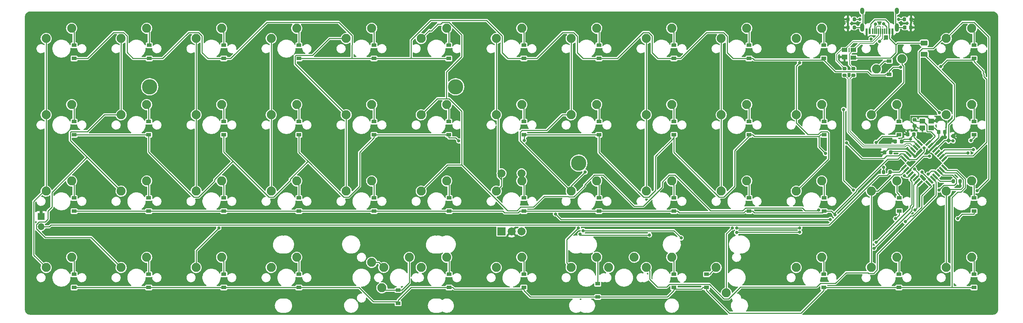
<source format=gbr>
%TF.GenerationSoftware,KiCad,Pcbnew,(5.99.0-11145-g173c9a974c)*%
%TF.CreationDate,2021-07-27T16:02:07-07:00*%
%TF.ProjectId,minibaen r2,6d696e69-6261-4656-9e20-72322e6b6963,rev?*%
%TF.SameCoordinates,Original*%
%TF.FileFunction,Copper,L2,Bot*%
%TF.FilePolarity,Positive*%
%FSLAX46Y46*%
G04 Gerber Fmt 4.6, Leading zero omitted, Abs format (unit mm)*
G04 Created by KiCad (PCBNEW (5.99.0-11145-g173c9a974c)) date 2021-07-27 16:02:07*
%MOMM*%
%LPD*%
G01*
G04 APERTURE LIST*
G04 Aperture macros list*
%AMRoundRect*
0 Rectangle with rounded corners*
0 $1 Rounding radius*
0 $2 $3 $4 $5 $6 $7 $8 $9 X,Y pos of 4 corners*
0 Add a 4 corners polygon primitive as box body*
4,1,4,$2,$3,$4,$5,$6,$7,$8,$9,$2,$3,0*
0 Add four circle primitives for the rounded corners*
1,1,$1+$1,$2,$3*
1,1,$1+$1,$4,$5*
1,1,$1+$1,$6,$7*
1,1,$1+$1,$8,$9*
0 Add four rect primitives between the rounded corners*
20,1,$1+$1,$2,$3,$4,$5,0*
20,1,$1+$1,$4,$5,$6,$7,0*
20,1,$1+$1,$6,$7,$8,$9,0*
20,1,$1+$1,$8,$9,$2,$3,0*%
%AMRotRect*
0 Rectangle, with rotation*
0 The origin of the aperture is its center*
0 $1 length*
0 $2 width*
0 $3 Rotation angle, in degrees counterclockwise*
0 Add horizontal line*
21,1,$1,$2,0,0,$3*%
G04 Aperture macros list end*
%TA.AperFunction,ComponentPad*%
%ADD10R,1.700000X1.700000*%
%TD*%
%TA.AperFunction,ComponentPad*%
%ADD11O,1.700000X1.700000*%
%TD*%
%TA.AperFunction,ComponentPad*%
%ADD12C,2.250000*%
%TD*%
%TA.AperFunction,ComponentPad*%
%ADD13R,2.000000X2.000000*%
%TD*%
%TA.AperFunction,ComponentPad*%
%ADD14C,2.000000*%
%TD*%
%TA.AperFunction,ComponentPad*%
%ADD15C,3.800000*%
%TD*%
%TA.AperFunction,SMDPad,CuDef*%
%ADD16R,1.200000X0.900000*%
%TD*%
%TA.AperFunction,SMDPad,CuDef*%
%ADD17RoundRect,0.225000X0.225000X0.250000X-0.225000X0.250000X-0.225000X-0.250000X0.225000X-0.250000X0*%
%TD*%
%TA.AperFunction,SMDPad,CuDef*%
%ADD18R,1.400000X1.200000*%
%TD*%
%TA.AperFunction,SMDPad,CuDef*%
%ADD19R,1.400000X1.000000*%
%TD*%
%TA.AperFunction,SMDPad,CuDef*%
%ADD20RoundRect,0.200000X0.200000X0.275000X-0.200000X0.275000X-0.200000X-0.275000X0.200000X-0.275000X0*%
%TD*%
%TA.AperFunction,SMDPad,CuDef*%
%ADD21R,0.600000X1.450000*%
%TD*%
%TA.AperFunction,SMDPad,CuDef*%
%ADD22R,0.300000X1.450000*%
%TD*%
%TA.AperFunction,ComponentPad*%
%ADD23O,1.000000X1.600000*%
%TD*%
%TA.AperFunction,ComponentPad*%
%ADD24O,1.000000X2.100000*%
%TD*%
%TA.AperFunction,SMDPad,CuDef*%
%ADD25RoundRect,0.200000X0.275000X-0.200000X0.275000X0.200000X-0.275000X0.200000X-0.275000X-0.200000X0*%
%TD*%
%TA.AperFunction,SMDPad,CuDef*%
%ADD26RotRect,1.600000X0.550000X225.000000*%
%TD*%
%TA.AperFunction,SMDPad,CuDef*%
%ADD27RotRect,1.600000X0.550000X135.000000*%
%TD*%
%TA.AperFunction,SMDPad,CuDef*%
%ADD28RoundRect,0.200000X-0.200000X-0.275000X0.200000X-0.275000X0.200000X0.275000X-0.200000X0.275000X0*%
%TD*%
%TA.AperFunction,SMDPad,CuDef*%
%ADD29RoundRect,0.250000X0.625000X-0.375000X0.625000X0.375000X-0.625000X0.375000X-0.625000X-0.375000X0*%
%TD*%
%TA.AperFunction,SMDPad,CuDef*%
%ADD30RoundRect,0.225000X0.017678X-0.335876X0.335876X-0.017678X-0.017678X0.335876X-0.335876X0.017678X0*%
%TD*%
%TA.AperFunction,SMDPad,CuDef*%
%ADD31RoundRect,0.225000X-0.250000X0.225000X-0.250000X-0.225000X0.250000X-0.225000X0.250000X0.225000X0*%
%TD*%
%TA.AperFunction,ViaPad*%
%ADD32C,0.800000*%
%TD*%
%TA.AperFunction,Conductor*%
%ADD33C,0.250000*%
%TD*%
%TA.AperFunction,Conductor*%
%ADD34C,0.200000*%
%TD*%
G04 APERTURE END LIST*
D10*
%TO.P,SW1,1,1*%
%TO.N,GND*%
X32300000Y-80000000D03*
D11*
%TO.P,SW1,2,2*%
%TO.N,Net-(R1-Pad2)*%
X32300000Y-82540000D03*
%TD*%
D12*
%TO.P,MX5,1,COL*%
%TO.N,col4*%
X108270000Y-35560000D03*
%TO.P,MX5,2,ROW*%
%TO.N,Net-(D5-Pad2)*%
X114620000Y-33020000D03*
%TD*%
%TO.P,MX1,1,COL*%
%TO.N,col0*%
X33550000Y-35560000D03*
%TO.P,MX1,2,ROW*%
%TO.N,Net-(D1-Pad2)*%
X39900000Y-33020000D03*
%TD*%
%TO.P,MX35,1,COL*%
%TO.N,col8*%
X182990000Y-73660000D03*
%TO.P,MX35,2,ROW*%
%TO.N,Net-(D35-Pad2)*%
X189340000Y-71120000D03*
%TD*%
%TO.P,MX47,1,COL*%
%TO.N,col7*%
X164310000Y-92710000D03*
%TO.P,MX47,2,ROW*%
%TO.N,Net-(D47-Pad2)*%
X170660000Y-90170000D03*
%TD*%
D13*
%TO.P,SW2,A,A*%
%TO.N,enca*%
X146940000Y-83700000D03*
D14*
%TO.P,SW2,B,B*%
%TO.N,encb*%
X151940000Y-83700000D03*
%TO.P,SW2,C,C*%
%TO.N,GND*%
X149440000Y-83700000D03*
%TO.P,SW2,S1,S1*%
%TO.N,Net-(D33-Pad2)*%
X151940000Y-69200000D03*
%TO.P,SW2,S2,S2*%
%TO.N,col6*%
X146940000Y-69200000D03*
%TD*%
D12*
%TO.P,MX42,1,COL*%
%TO.N,col2*%
X70910000Y-92710000D03*
%TO.P,MX42,2,ROW*%
%TO.N,Net-(D42-Pad2)*%
X77260000Y-90170000D03*
%TD*%
%TO.P,MX56,1,COL*%
%TO.N,col6*%
X145630000Y-92710000D03*
%TO.P,MX56,2,ROW*%
%TO.N,Net-(D46-Pad2)*%
X151980000Y-90170000D03*
%TD*%
%TO.P,MX40,1,COL*%
%TO.N,col0*%
X33550000Y-92710000D03*
%TO.P,MX40,2,ROW*%
%TO.N,Net-(D40-Pad2)*%
X39900000Y-90170000D03*
%TD*%
%TO.P,MX58,1,COL*%
%TO.N,col8*%
X182990000Y-92710000D03*
%TO.P,MX58,2,ROW*%
%TO.N,Net-(D48-Pad2)*%
X189340000Y-90170000D03*
%TD*%
%TO.P,MX36,1,COL*%
%TO.N,col9*%
X201670000Y-73660000D03*
%TO.P,MX36,2,ROW*%
%TO.N,Net-(D36-Pad2)*%
X208020000Y-71120000D03*
%TD*%
%TO.P,MX29,1,COL*%
%TO.N,col2*%
X70910000Y-73660000D03*
%TO.P,MX29,2,ROW*%
%TO.N,Net-(D29-Pad2)*%
X77260000Y-71120000D03*
%TD*%
%TO.P,MX15,1,COL*%
%TO.N,col1*%
X52230000Y-54610000D03*
%TO.P,MX15,2,ROW*%
%TO.N,Net-(D15-Pad2)*%
X58580000Y-52070000D03*
%TD*%
%TO.P,MX22,1,COL*%
%TO.N,col8*%
X182990000Y-54610000D03*
%TO.P,MX22,2,ROW*%
%TO.N,Net-(D22-Pad2)*%
X189340000Y-52070000D03*
%TD*%
%TO.P,MX55,1,COL*%
%TO.N,col6*%
X145630000Y-92710000D03*
%TO.P,MX55,2,ROW*%
%TO.N,Net-(D46-Pad2)*%
X151980000Y-90170000D03*
%TD*%
%TO.P,MX11,1,COL*%
%TO.N,col10*%
X220350000Y-35560000D03*
%TO.P,MX11,2,ROW*%
%TO.N,Net-(D11-Pad2)*%
X226700000Y-33020000D03*
%TD*%
D15*
%TO.P,H1,1*%
%TO.N,N/C*%
X59321000Y-47625000D03*
%TD*%
D12*
%TO.P,MX7,1,COL*%
%TO.N,col6*%
X145630000Y-35560000D03*
%TO.P,MX7,2,ROW*%
%TO.N,Net-(D7-Pad2)*%
X151980000Y-33020000D03*
%TD*%
%TO.P,MX48,1,COL*%
%TO.N,col8*%
X182990000Y-92710000D03*
%TO.P,MX48,2,ROW*%
%TO.N,Net-(D48-Pad2)*%
X189340000Y-90170000D03*
%TD*%
%TO.P,MX6,1,COL*%
%TO.N,col5*%
X126950000Y-35560000D03*
%TO.P,MX6,2,ROW*%
%TO.N,Net-(D6-Pad2)*%
X133300000Y-33020000D03*
%TD*%
%TO.P,MX44,1,COL*%
%TO.N,col4*%
X114620000Y-91440000D03*
%TO.P,MX44,2,ROW*%
%TO.N,Net-(D44-Pad2)*%
X117160000Y-97790000D03*
%TD*%
%TO.P,MX27,1,COL*%
%TO.N,col0*%
X33550000Y-73660000D03*
%TO.P,MX27,2,ROW*%
%TO.N,Net-(D27-Pad2)*%
X39900000Y-71120000D03*
%TD*%
%TO.P,MX2,1,COL*%
%TO.N,col1*%
X52230000Y-35560000D03*
%TO.P,MX2,2,ROW*%
%TO.N,Net-(D2-Pad2)*%
X58580000Y-33020000D03*
%TD*%
%TO.P,MX19,1,COL*%
%TO.N,col5*%
X126950000Y-54610000D03*
%TO.P,MX19,2,ROW*%
%TO.N,Net-(D19-Pad2)*%
X133300000Y-52070000D03*
%TD*%
%TO.P,MX53,1,COL*%
%TO.N,col4*%
X117610000Y-92704000D03*
%TO.P,MX53,2,ROW*%
%TO.N,Net-(D44-Pad2)*%
X123960000Y-90164000D03*
%TD*%
%TO.P,MX46,1,COL*%
%TO.N,col6*%
X145630000Y-92710000D03*
%TO.P,MX46,2,ROW*%
%TO.N,Net-(D46-Pad2)*%
X151980000Y-90170000D03*
%TD*%
%TO.P,MX52,1,COL*%
%TO.N,col12*%
X257710000Y-92710000D03*
%TO.P,MX52,2,ROW*%
%TO.N,Net-(D52-Pad2)*%
X264060000Y-90170000D03*
%TD*%
%TO.P,MX49,1,COL*%
%TO.N,col9*%
X202940000Y-99060000D03*
%TO.P,MX49,2,ROW*%
%TO.N,Net-(D49-Pad2)*%
X200400000Y-92710000D03*
%TD*%
%TO.P,MX24,1,COL*%
%TO.N,col10*%
X220350000Y-54610000D03*
%TO.P,MX24,2,ROW*%
%TO.N,Net-(D24-Pad2)*%
X226700000Y-52070000D03*
%TD*%
%TO.P,MX32,1,COL*%
%TO.N,col5*%
X126950000Y-73660000D03*
%TO.P,MX32,2,ROW*%
%TO.N,Net-(D32-Pad2)*%
X133300000Y-71120000D03*
%TD*%
%TO.P,MX39,1,COL*%
%TO.N,col12*%
X257710000Y-73660000D03*
%TO.P,MX39,2,ROW*%
%TO.N,Net-(D39-Pad2)*%
X264060000Y-71120000D03*
%TD*%
%TO.P,MX21,1,COL*%
%TO.N,col7*%
X164310000Y-54610000D03*
%TO.P,MX21,2,ROW*%
%TO.N,Net-(D21-Pad2)*%
X170660000Y-52070000D03*
%TD*%
%TO.P,MX12,1,COL*%
%TO.N,col11*%
X246650000Y-40640000D03*
%TO.P,MX12,2,ROW*%
%TO.N,Net-(D12-Pad2)*%
X240300000Y-43180000D03*
%TD*%
%TO.P,MX33,1,COL*%
%TO.N,col6*%
X145630000Y-73660000D03*
%TO.P,MX33,2,ROW*%
%TO.N,Net-(D33-Pad2)*%
X151980000Y-71120000D03*
%TD*%
%TO.P,MX57,1,COL*%
%TO.N,col8*%
X173650000Y-92704000D03*
%TO.P,MX57,2,ROW*%
%TO.N,Net-(D48-Pad2)*%
X180000000Y-90164000D03*
%TD*%
%TO.P,MX23,1,COL*%
%TO.N,col9*%
X201670000Y-54610000D03*
%TO.P,MX23,2,ROW*%
%TO.N,Net-(D23-Pad2)*%
X208020000Y-52070000D03*
%TD*%
D15*
%TO.P,H2,1*%
%TO.N,N/C*%
X135521000Y-47625000D03*
%TD*%
D12*
%TO.P,MX17,1,COL*%
%TO.N,col3*%
X89590000Y-54610000D03*
%TO.P,MX17,2,ROW*%
%TO.N,Net-(D17-Pad2)*%
X95940000Y-52070000D03*
%TD*%
%TO.P,MX30,1,COL*%
%TO.N,col3*%
X89590000Y-73660000D03*
%TO.P,MX30,2,ROW*%
%TO.N,Net-(D30-Pad2)*%
X95940000Y-71120000D03*
%TD*%
%TO.P,MX41,1,COL*%
%TO.N,col1*%
X52230000Y-92710000D03*
%TO.P,MX41,2,ROW*%
%TO.N,Net-(D41-Pad2)*%
X58580000Y-90170000D03*
%TD*%
%TO.P,MX9,1,COL*%
%TO.N,col8*%
X182990000Y-35560000D03*
%TO.P,MX9,2,ROW*%
%TO.N,Net-(D9-Pad2)*%
X189340000Y-33020000D03*
%TD*%
%TO.P,MX51,1,COL*%
%TO.N,col11*%
X239030000Y-92710000D03*
%TO.P,MX51,2,ROW*%
%TO.N,Net-(D51-Pad2)*%
X245380000Y-90170000D03*
%TD*%
D15*
%TO.P,H3,1*%
%TO.N,N/C*%
X166171000Y-66675000D03*
%TD*%
D12*
%TO.P,MX10,1,COL*%
%TO.N,col9*%
X201670000Y-35560000D03*
%TO.P,MX10,2,ROW*%
%TO.N,Net-(D10-Pad2)*%
X208020000Y-33020000D03*
%TD*%
%TO.P,MX8,1,COL*%
%TO.N,col7*%
X164310000Y-35560000D03*
%TO.P,MX8,2,ROW*%
%TO.N,Net-(D8-Pad2)*%
X170660000Y-33020000D03*
%TD*%
%TO.P,MX3,1,COL*%
%TO.N,col2*%
X70910000Y-35560000D03*
%TO.P,MX3,2,ROW*%
%TO.N,Net-(D3-Pad2)*%
X77260000Y-33020000D03*
%TD*%
%TO.P,MX20,1,COL*%
%TO.N,col6*%
X145630000Y-54610000D03*
%TO.P,MX20,2,ROW*%
%TO.N,Net-(D20-Pad2)*%
X151980000Y-52070000D03*
%TD*%
%TO.P,MX31,1,COL*%
%TO.N,col4*%
X108270000Y-73660000D03*
%TO.P,MX31,2,ROW*%
%TO.N,Net-(D31-Pad2)*%
X114620000Y-71120000D03*
%TD*%
%TO.P,MX18,1,COL*%
%TO.N,col4*%
X108270000Y-54610000D03*
%TO.P,MX18,2,ROW*%
%TO.N,Net-(D18-Pad2)*%
X114620000Y-52070000D03*
%TD*%
%TO.P,MX4,1,COL*%
%TO.N,col3*%
X89590000Y-35560000D03*
%TO.P,MX4,2,ROW*%
%TO.N,Net-(D4-Pad2)*%
X95940000Y-33020000D03*
%TD*%
%TO.P,MX54,1,COL*%
%TO.N,col4*%
X114620000Y-91440000D03*
%TO.P,MX54,2,ROW*%
%TO.N,Net-(D44-Pad2)*%
X117160000Y-97790000D03*
%TD*%
%TO.P,MX28,1,COL*%
%TO.N,col1*%
X52230000Y-73660000D03*
%TO.P,MX28,2,ROW*%
%TO.N,Net-(D28-Pad2)*%
X58580000Y-71120000D03*
%TD*%
%TO.P,MX38,1,COL*%
%TO.N,col11*%
X239030000Y-73660000D03*
%TO.P,MX38,2,ROW*%
%TO.N,Net-(D38-Pad2)*%
X245380000Y-71120000D03*
%TD*%
%TO.P,MX26,1,COL*%
%TO.N,col12*%
X257710000Y-54610000D03*
%TO.P,MX26,2,ROW*%
%TO.N,Net-(D26-Pad2)*%
X264060000Y-52070000D03*
%TD*%
%TO.P,MX25,1,COL*%
%TO.N,col11*%
X239030000Y-54610000D03*
%TO.P,MX25,2,ROW*%
%TO.N,Net-(D25-Pad2)*%
X245380000Y-52070000D03*
%TD*%
%TO.P,MX16,1,COL*%
%TO.N,col2*%
X70910000Y-54610000D03*
%TO.P,MX16,2,ROW*%
%TO.N,Net-(D16-Pad2)*%
X77260000Y-52070000D03*
%TD*%
%TO.P,MX34,1,COL*%
%TO.N,col7*%
X164310000Y-73660000D03*
%TO.P,MX34,2,ROW*%
%TO.N,Net-(D34-Pad2)*%
X170660000Y-71120000D03*
%TD*%
%TO.P,MX45,1,COL*%
%TO.N,col5*%
X126950000Y-92710000D03*
%TO.P,MX45,2,ROW*%
%TO.N,Net-(D45-Pad2)*%
X133300000Y-90170000D03*
%TD*%
%TO.P,MX37,1,COL*%
%TO.N,col10*%
X220350000Y-73660000D03*
%TO.P,MX37,2,ROW*%
%TO.N,Net-(D37-Pad2)*%
X226700000Y-71120000D03*
%TD*%
%TO.P,MX14,1,COL*%
%TO.N,col0*%
X33550000Y-54610000D03*
%TO.P,MX14,2,ROW*%
%TO.N,Net-(D14-Pad2)*%
X39900000Y-52070000D03*
%TD*%
%TO.P,MX13,1,COL*%
%TO.N,col12*%
X257710000Y-35560000D03*
%TO.P,MX13,2,ROW*%
%TO.N,Net-(D13-Pad2)*%
X264060000Y-33020000D03*
%TD*%
%TO.P,MX43,1,COL*%
%TO.N,col3*%
X89590000Y-92710000D03*
%TO.P,MX43,2,ROW*%
%TO.N,Net-(D43-Pad2)*%
X95940000Y-90170000D03*
%TD*%
%TO.P,MX50,1,COL*%
%TO.N,col10*%
X220350000Y-92710000D03*
%TO.P,MX50,2,ROW*%
%TO.N,Net-(D50-Pad2)*%
X226700000Y-90170000D03*
%TD*%
D16*
%TO.P,D16,1,K*%
%TO.N,row1*%
X77800000Y-59590100D03*
%TO.P,D16,2,A*%
%TO.N,Net-(D16-Pad2)*%
X77800000Y-56290100D03*
%TD*%
%TO.P,D33,1,K*%
%TO.N,row2*%
X152500000Y-78638900D03*
%TO.P,D33,2,A*%
%TO.N,Net-(D33-Pad2)*%
X152500000Y-75338900D03*
%TD*%
%TO.P,D28,1,K*%
%TO.N,row2*%
X59100000Y-78638900D03*
%TO.P,D28,2,A*%
%TO.N,Net-(D28-Pad2)*%
X59100000Y-75338900D03*
%TD*%
%TO.P,D22,1,K*%
%TO.N,row1*%
X189900000Y-59590100D03*
%TO.P,D22,2,A*%
%TO.N,Net-(D22-Pad2)*%
X189900000Y-56290100D03*
%TD*%
%TO.P,D7,1,K*%
%TO.N,row0*%
X152500000Y-40541300D03*
%TO.P,D7,2,A*%
%TO.N,Net-(D7-Pad2)*%
X152500000Y-37241300D03*
%TD*%
D17*
%TO.P,C4,1*%
%TO.N,GND*%
X257375000Y-58900000D03*
%TO.P,C4,2*%
%TO.N,Net-(C4-Pad2)*%
X255825000Y-58900000D03*
%TD*%
D16*
%TO.P,D27,1,K*%
%TO.N,row2*%
X40500000Y-78638900D03*
%TO.P,D27,2,A*%
%TO.N,Net-(D27-Pad2)*%
X40500000Y-75338900D03*
%TD*%
%TO.P,D40,1,K*%
%TO.N,row3*%
X40500000Y-97687700D03*
%TO.P,D40,2,A*%
%TO.N,Net-(D40-Pad2)*%
X40500000Y-94387700D03*
%TD*%
%TO.P,D14,1,K*%
%TO.N,row1*%
X40500000Y-59590100D03*
%TO.P,D14,2,A*%
%TO.N,Net-(D14-Pad2)*%
X40500000Y-56290100D03*
%TD*%
D18*
%TO.P,U2,1,GND*%
%TO.N,GND*%
X232400000Y-40170000D03*
D19*
%TO.P,U2,2,I/O1*%
%TO.N,D+*%
X232400000Y-38450000D03*
%TO.P,U2,3,I/O2*%
%TO.N,D-*%
X234600000Y-38450000D03*
%TO.P,U2,4,VCC*%
%TO.N,VCC*%
X234600000Y-40350000D03*
%TD*%
D16*
%TO.P,D39,1,K*%
%TO.N,row2*%
X264600000Y-78638900D03*
%TO.P,D39,2,A*%
%TO.N,Net-(D39-Pad2)*%
X264600000Y-75338900D03*
%TD*%
D20*
%TO.P,R7,1*%
%TO.N,Net-(C1-Pad2)*%
X234825000Y-32800000D03*
%TO.P,R7,2*%
%TO.N,GND*%
X233175000Y-32800000D03*
%TD*%
D16*
%TO.P,D49,1,K*%
%TO.N,row3*%
X198000000Y-97687700D03*
%TO.P,D49,2,A*%
%TO.N,Net-(D49-Pad2)*%
X198000000Y-94387700D03*
%TD*%
D20*
%TO.P,R4,1*%
%TO.N,GND*%
X261125000Y-71200000D03*
%TO.P,R4,2*%
%TO.N,Net-(R4-Pad2)*%
X259475000Y-71200000D03*
%TD*%
D17*
%TO.P,C6,1*%
%TO.N,+5V*%
X249675000Y-59500000D03*
%TO.P,C6,2*%
%TO.N,GND*%
X248125000Y-59500000D03*
%TD*%
D16*
%TO.P,D36,1,K*%
%TO.N,row2*%
X208600000Y-78638900D03*
%TO.P,D36,2,A*%
%TO.N,Net-(D36-Pad2)*%
X208600000Y-75338900D03*
%TD*%
%TO.P,D23,1,K*%
%TO.N,row1*%
X208600000Y-59590100D03*
%TO.P,D23,2,A*%
%TO.N,Net-(D23-Pad2)*%
X208600000Y-56290100D03*
%TD*%
%TO.P,D5,1,K*%
%TO.N,row0*%
X115200000Y-40541300D03*
%TO.P,D5,2,A*%
%TO.N,Net-(D5-Pad2)*%
X115200000Y-37241300D03*
%TD*%
D21*
%TO.P,USB1,1,GND*%
%TO.N,GND*%
X237893000Y-33772500D03*
%TO.P,USB1,2,VBUS*%
%TO.N,VCC*%
X238668000Y-33772500D03*
D22*
%TO.P,USB1,3,SBU2*%
%TO.N,unconnected-(USB1-Pad3)*%
X239368000Y-33772500D03*
%TO.P,USB1,4,CC1*%
%TO.N,Net-(R5-Pad1)*%
X239868000Y-33772500D03*
%TO.P,USB1,5,DN2*%
%TO.N,D-*%
X240368000Y-33772500D03*
%TO.P,USB1,6,DP1*%
%TO.N,D+*%
X240868000Y-33772500D03*
%TO.P,USB1,7,DN1*%
%TO.N,D-*%
X241368000Y-33772500D03*
%TO.P,USB1,8,DP2*%
%TO.N,D+*%
X241868000Y-33772500D03*
%TO.P,USB1,9,SBU1*%
%TO.N,unconnected-(USB1-Pad9)*%
X242368000Y-33772500D03*
%TO.P,USB1,10,CC2*%
%TO.N,Net-(R6-Pad1)*%
X242868000Y-33772500D03*
D21*
%TO.P,USB1,11,VBUS*%
%TO.N,VCC*%
X243568000Y-33772500D03*
%TO.P,USB1,12,GND*%
%TO.N,GND*%
X244343000Y-33772500D03*
D23*
%TO.P,USB1,13,SHIELD*%
%TO.N,Net-(C1-Pad2)*%
X245438000Y-28677500D03*
D24*
X245438000Y-32857500D03*
X236798000Y-32857500D03*
D23*
X236798000Y-28677500D03*
%TD*%
D16*
%TO.P,D6,1,K*%
%TO.N,row0*%
X133800000Y-40541300D03*
%TO.P,D6,2,A*%
%TO.N,Net-(D6-Pad2)*%
X133800000Y-37241300D03*
%TD*%
%TO.P,D18,1,K*%
%TO.N,row1*%
X115200000Y-59590100D03*
%TO.P,D18,2,A*%
%TO.N,Net-(D18-Pad2)*%
X115200000Y-56290100D03*
%TD*%
%TO.P,D10,1,K*%
%TO.N,row0*%
X208600000Y-40541300D03*
%TO.P,D10,2,A*%
%TO.N,Net-(D10-Pad2)*%
X208600000Y-37241300D03*
%TD*%
D18*
%TO.P,Y1,1,1*%
%TO.N,Net-(C2-Pad1)*%
X251800000Y-56150000D03*
%TO.P,Y1,2,2*%
%TO.N,GND*%
X254000000Y-56150000D03*
%TO.P,Y1,3,3*%
%TO.N,Net-(C4-Pad2)*%
X254000000Y-57850000D03*
%TO.P,Y1,4,4*%
%TO.N,GND*%
X251800000Y-57850000D03*
%TD*%
D16*
%TO.P,D3,1,K*%
%TO.N,row0*%
X77800000Y-40541300D03*
%TO.P,D3,2,A*%
%TO.N,Net-(D3-Pad2)*%
X77800000Y-37241300D03*
%TD*%
%TO.P,D29,1,K*%
%TO.N,row2*%
X77800000Y-78638900D03*
%TO.P,D29,2,A*%
%TO.N,Net-(D29-Pad2)*%
X77800000Y-75338900D03*
%TD*%
D25*
%TO.P,R3,1*%
%TO.N,DP-*%
X234600000Y-44725000D03*
%TO.P,R3,2*%
%TO.N,D-*%
X234600000Y-43075000D03*
%TD*%
D16*
%TO.P,D25,1,K*%
%TO.N,row1*%
X245900000Y-59590100D03*
%TO.P,D25,2,A*%
%TO.N,Net-(D25-Pad2)*%
X245900000Y-56290100D03*
%TD*%
%TO.P,D2,1,K*%
%TO.N,row0*%
X59200000Y-40541300D03*
%TO.P,D2,2,A*%
%TO.N,Net-(D2-Pad2)*%
X59200000Y-37241300D03*
%TD*%
%TO.P,D30,1,K*%
%TO.N,row2*%
X96500000Y-78638900D03*
%TO.P,D30,2,A*%
%TO.N,Net-(D30-Pad2)*%
X96500000Y-75338900D03*
%TD*%
D26*
%TO.P,U1,1,XTAL1*%
%TO.N,Net-(C2-Pad1)*%
X253225305Y-61689897D03*
%TO.P,U1,2,PC0/XTAL2*%
%TO.N,Net-(C4-Pad2)*%
X253790990Y-62255583D03*
%TO.P,U1,3,GND*%
%TO.N,GND*%
X254356676Y-62821268D03*
%TO.P,U1,4,VCC*%
%TO.N,+5V*%
X254922361Y-63386953D03*
%TO.P,U1,5,PC2*%
%TO.N,unconnected-(U1-Pad5)*%
X255488047Y-63952639D03*
%TO.P,U1,6,PD0*%
%TO.N,enca*%
X256053732Y-64518324D03*
%TO.P,U1,7,PD1*%
%TO.N,encb*%
X256619417Y-65084010D03*
%TO.P,U1,8,PD2*%
%TO.N,row0*%
X257185103Y-65649695D03*
D27*
%TO.P,U1,9,PD3*%
%TO.N,row3*%
X257185103Y-67700305D03*
%TO.P,U1,10,PD4*%
%TO.N,col12*%
X256619417Y-68265990D03*
%TO.P,U1,11,PD5*%
%TO.N,col10*%
X256053732Y-68831676D03*
%TO.P,U1,12,PD6*%
%TO.N,col9*%
X255488047Y-69397361D03*
%TO.P,U1,13,~HWB~/PD7*%
%TO.N,Net-(R4-Pad2)*%
X254922361Y-69963047D03*
%TO.P,U1,14,PB0*%
%TO.N,col8*%
X254356676Y-70528732D03*
%TO.P,U1,15,PB1*%
%TO.N,col7*%
X253790990Y-71094417D03*
%TO.P,U1,16,PB2*%
%TO.N,col6*%
X253225305Y-71660103D03*
D26*
%TO.P,U1,17,PB3*%
%TO.N,col5*%
X251174695Y-71660103D03*
%TO.P,U1,18,PB4*%
%TO.N,col4*%
X250609010Y-71094417D03*
%TO.P,U1,19,PB5*%
%TO.N,col3*%
X250043324Y-70528732D03*
%TO.P,U1,20,PB6*%
%TO.N,col2*%
X249477639Y-69963047D03*
%TO.P,U1,21,PB7*%
%TO.N,col1*%
X248911953Y-69397361D03*
%TO.P,U1,22,PC7*%
%TO.N,col0*%
X248346268Y-68831676D03*
%TO.P,U1,23,PC6*%
%TO.N,col11*%
X247780583Y-68265990D03*
%TO.P,U1,24,PC1/~RESET*%
%TO.N,Net-(R1-Pad2)*%
X247214897Y-67700305D03*
D27*
%TO.P,U1,25,PC5*%
%TO.N,row2*%
X247214897Y-65649695D03*
%TO.P,U1,26,PC4*%
%TO.N,row1*%
X247780583Y-65084010D03*
%TO.P,U1,27,UCAP*%
%TO.N,Net-(C3-Pad1)*%
X248346268Y-64518324D03*
%TO.P,U1,28,UGND*%
%TO.N,GND*%
X248911953Y-63952639D03*
%TO.P,U1,29,D+*%
%TO.N,DP+*%
X249477639Y-63386953D03*
%TO.P,U1,30,D-*%
%TO.N,DP-*%
X250043324Y-62821268D03*
%TO.P,U1,31,UVCC*%
%TO.N,+5V*%
X250609010Y-62255583D03*
%TO.P,U1,32,AVCC*%
X251174695Y-61689897D03*
%TD*%
D16*
%TO.P,D9,1,K*%
%TO.N,row0*%
X189900000Y-40541300D03*
%TO.P,D9,2,A*%
%TO.N,Net-(D9-Pad2)*%
X189900000Y-37241300D03*
%TD*%
D17*
%TO.P,C3,1*%
%TO.N,Net-(C3-Pad1)*%
X243875000Y-64000000D03*
%TO.P,C3,2*%
%TO.N,GND*%
X242325000Y-64000000D03*
%TD*%
D16*
%TO.P,D43,1,K*%
%TO.N,row3*%
X96500000Y-97687700D03*
%TO.P,D43,2,A*%
%TO.N,Net-(D43-Pad2)*%
X96500000Y-94387700D03*
%TD*%
%TO.P,D24,1,K*%
%TO.N,row1*%
X227300000Y-59590100D03*
%TO.P,D24,2,A*%
%TO.N,Net-(D24-Pad2)*%
X227300000Y-56290100D03*
%TD*%
D25*
%TO.P,R2,1*%
%TO.N,DP+*%
X232400000Y-44725000D03*
%TO.P,R2,2*%
%TO.N,D+*%
X232400000Y-43075000D03*
%TD*%
D16*
%TO.P,D15,1,K*%
%TO.N,row1*%
X59100000Y-59590100D03*
%TO.P,D15,2,A*%
%TO.N,Net-(D15-Pad2)*%
X59100000Y-56290100D03*
%TD*%
%TO.P,D35,1,K*%
%TO.N,row2*%
X189900000Y-78638900D03*
%TO.P,D35,2,A*%
%TO.N,Net-(D35-Pad2)*%
X189900000Y-75338900D03*
%TD*%
%TO.P,D52,1,K*%
%TO.N,row3*%
X264600000Y-97687700D03*
%TO.P,D52,2,A*%
%TO.N,Net-(D52-Pad2)*%
X264600000Y-94387700D03*
%TD*%
%TO.P,D31,1,K*%
%TO.N,row2*%
X115200000Y-78638900D03*
%TO.P,D31,2,A*%
%TO.N,Net-(D31-Pad2)*%
X115200000Y-75338900D03*
%TD*%
%TO.P,D48,1,K*%
%TO.N,row3*%
X189900000Y-97687700D03*
%TO.P,D48,2,A*%
%TO.N,Net-(D48-Pad2)*%
X189900000Y-94387700D03*
%TD*%
%TO.P,D45,1,K*%
%TO.N,row3*%
X133900000Y-97687700D03*
%TO.P,D45,2,A*%
%TO.N,Net-(D45-Pad2)*%
X133900000Y-94387700D03*
%TD*%
%TO.P,D17,1,K*%
%TO.N,row1*%
X96500000Y-59590100D03*
%TO.P,D17,2,A*%
%TO.N,Net-(D17-Pad2)*%
X96500000Y-56290100D03*
%TD*%
%TO.P,D37,1,K*%
%TO.N,row2*%
X227300000Y-78638900D03*
%TO.P,D37,2,A*%
%TO.N,Net-(D37-Pad2)*%
X227300000Y-75338900D03*
%TD*%
D28*
%TO.P,R1,1*%
%TO.N,+5V*%
X242075000Y-68900000D03*
%TO.P,R1,2*%
%TO.N,Net-(R1-Pad2)*%
X243725000Y-68900000D03*
%TD*%
D16*
%TO.P,D46,1,K*%
%TO.N,row3*%
X152500000Y-97687700D03*
%TO.P,D46,2,A*%
%TO.N,Net-(D46-Pad2)*%
X152500000Y-94387700D03*
%TD*%
%TO.P,D32,1,K*%
%TO.N,row2*%
X133900000Y-78638900D03*
%TO.P,D32,2,A*%
%TO.N,Net-(D32-Pad2)*%
X133900000Y-75338900D03*
%TD*%
%TO.P,D34,1,K*%
%TO.N,row2*%
X171200000Y-78638900D03*
%TO.P,D34,2,A*%
%TO.N,Net-(D34-Pad2)*%
X171200000Y-75338900D03*
%TD*%
%TO.P,D19,1,K*%
%TO.N,row1*%
X133800000Y-59590100D03*
%TO.P,D19,2,A*%
%TO.N,Net-(D19-Pad2)*%
X133800000Y-56290100D03*
%TD*%
%TO.P,D47,1,K*%
%TO.N,row3*%
X170900000Y-100068800D03*
%TO.P,D47,2,A*%
%TO.N,Net-(D47-Pad2)*%
X170900000Y-96768800D03*
%TD*%
D29*
%TO.P,F1,1*%
%TO.N,+5V*%
X252200000Y-39500000D03*
%TO.P,F1,2*%
%TO.N,VCC*%
X252200000Y-36700000D03*
%TD*%
D16*
%TO.P,D42,1,K*%
%TO.N,row3*%
X77800000Y-97687700D03*
%TO.P,D42,2,A*%
%TO.N,Net-(D42-Pad2)*%
X77800000Y-94387700D03*
%TD*%
D20*
%TO.P,R5,1*%
%TO.N,Net-(R5-Pad1)*%
X234825000Y-30800000D03*
%TO.P,R5,2*%
%TO.N,GND*%
X233175000Y-30800000D03*
%TD*%
D17*
%TO.P,C5,1*%
%TO.N,+5V*%
X246575000Y-61300000D03*
%TO.P,C5,2*%
%TO.N,GND*%
X245025000Y-61300000D03*
%TD*%
D28*
%TO.P,R6,1*%
%TO.N,Net-(R6-Pad1)*%
X247275000Y-30800000D03*
%TO.P,R6,2*%
%TO.N,GND*%
X248925000Y-30800000D03*
%TD*%
D16*
%TO.P,D21,1,K*%
%TO.N,row1*%
X171200000Y-59590100D03*
%TO.P,D21,2,A*%
%TO.N,Net-(D21-Pad2)*%
X171200000Y-56290100D03*
%TD*%
%TO.P,D11,1,K*%
%TO.N,row0*%
X227200000Y-40541300D03*
%TO.P,D11,2,A*%
%TO.N,Net-(D11-Pad2)*%
X227200000Y-37241300D03*
%TD*%
%TO.P,D44,1,K*%
%TO.N,row3*%
X121200000Y-101656200D03*
%TO.P,D44,2,A*%
%TO.N,Net-(D44-Pad2)*%
X121200000Y-98356200D03*
%TD*%
%TO.P,D38,1,K*%
%TO.N,row2*%
X246000000Y-78638900D03*
%TO.P,D38,2,A*%
%TO.N,Net-(D38-Pad2)*%
X246000000Y-75338900D03*
%TD*%
%TO.P,D12,1,K*%
%TO.N,row0*%
X243500000Y-44509800D03*
%TO.P,D12,2,A*%
%TO.N,Net-(D12-Pad2)*%
X243500000Y-41209800D03*
%TD*%
%TO.P,D1,1,K*%
%TO.N,row0*%
X40500000Y-40541300D03*
%TO.P,D1,2,A*%
%TO.N,Net-(D1-Pad2)*%
X40500000Y-37241300D03*
%TD*%
%TO.P,D50,1,K*%
%TO.N,row3*%
X227200000Y-97687700D03*
%TO.P,D50,2,A*%
%TO.N,Net-(D50-Pad2)*%
X227200000Y-94387700D03*
%TD*%
%TO.P,D8,1,K*%
%TO.N,row0*%
X171200000Y-40541300D03*
%TO.P,D8,2,A*%
%TO.N,Net-(D8-Pad2)*%
X171200000Y-37241300D03*
%TD*%
D30*
%TO.P,C7,1*%
%TO.N,+5V*%
X258251992Y-61048008D03*
%TO.P,C7,2*%
%TO.N,GND*%
X259348008Y-59951992D03*
%TD*%
D16*
%TO.P,D20,1,K*%
%TO.N,row1*%
X152500000Y-59590100D03*
%TO.P,D20,2,A*%
%TO.N,Net-(D20-Pad2)*%
X152500000Y-56290100D03*
%TD*%
%TO.P,D41,1,K*%
%TO.N,row3*%
X59100000Y-97687700D03*
%TO.P,D41,2,A*%
%TO.N,Net-(D41-Pad2)*%
X59100000Y-94387700D03*
%TD*%
D17*
%TO.P,C1,1*%
%TO.N,GND*%
X248875000Y-32800000D03*
%TO.P,C1,2*%
%TO.N,Net-(C1-Pad2)*%
X247325000Y-32800000D03*
%TD*%
D16*
%TO.P,D13,1,K*%
%TO.N,row0*%
X264600000Y-40541300D03*
%TO.P,D13,2,A*%
%TO.N,Net-(D13-Pad2)*%
X264600000Y-37241300D03*
%TD*%
%TO.P,D26,1,K*%
%TO.N,row1*%
X264600000Y-59590100D03*
%TO.P,D26,2,A*%
%TO.N,Net-(D26-Pad2)*%
X264600000Y-56290100D03*
%TD*%
D31*
%TO.P,C2,1*%
%TO.N,Net-(C2-Pad1)*%
X249800000Y-55825000D03*
%TO.P,C2,2*%
%TO.N,GND*%
X249800000Y-57375000D03*
%TD*%
D16*
%TO.P,D51,1,K*%
%TO.N,row3*%
X245900000Y-97687700D03*
%TO.P,D51,2,A*%
%TO.N,Net-(D51-Pad2)*%
X245900000Y-94387700D03*
%TD*%
%TO.P,D4,1,K*%
%TO.N,row0*%
X96500000Y-40541300D03*
%TO.P,D4,2,A*%
%TO.N,Net-(D4-Pad2)*%
X96500000Y-37241300D03*
%TD*%
D32*
%TO.N,GND*%
X241426300Y-64765000D03*
X249931100Y-31368400D03*
X244684500Y-59103000D03*
X231100000Y-40200000D03*
X243971900Y-60873700D03*
X249917600Y-64958200D03*
X260514100Y-59952000D03*
X261125000Y-72322100D03*
X255313600Y-55876500D03*
X237039600Y-34822800D03*
X32300000Y-78918100D03*
X232145800Y-31368400D03*
X245196400Y-34822800D03*
%TO.N,+5V*%
X259401000Y-61116300D03*
X242100000Y-67700000D03*
X248800000Y-60700000D03*
%TO.N,row0*%
X246354600Y-42760000D03*
X256333000Y-42551300D03*
%TO.N,row1*%
X227625700Y-64257300D03*
X232904700Y-61643300D03*
X152574900Y-60981600D03*
X240239900Y-61480900D03*
X263835600Y-61019400D03*
X252200000Y-62864000D03*
X136303500Y-61133500D03*
%TO.N,row2*%
X260576900Y-80521900D03*
X245084000Y-80521900D03*
X230009000Y-79569500D03*
%TO.N,col0*%
X253526300Y-64927000D03*
%TO.N,col1*%
X247299800Y-69802600D03*
%TO.N,col2*%
X76559200Y-82849400D03*
X240221100Y-86425700D03*
%TO.N,col3*%
X249782300Y-68152300D03*
%TO.N,col4*%
X239762500Y-87910300D03*
%TO.N,col5*%
X225899600Y-78351500D03*
X249893900Y-78359000D03*
%TO.N,col6*%
X228852400Y-80722400D03*
X160403300Y-79365800D03*
X247508700Y-81263700D03*
%TO.N,col7*%
X167765500Y-68888600D03*
X251633200Y-68888600D03*
X166095500Y-82829900D03*
%TO.N,col9*%
X253186200Y-69427600D03*
X204450000Y-82830000D03*
%TO.N,col10*%
X255931200Y-73364500D03*
X221173400Y-41659500D03*
%TO.N,col11*%
X234590700Y-73409400D03*
X232155600Y-53305000D03*
%TO.N,col12*%
X265350500Y-73578500D03*
X255979700Y-54076300D03*
%TO.N,D+*%
X241080000Y-36280000D03*
X239000000Y-35700000D03*
%TO.N,Net-(R5-Pad1)*%
X240089000Y-31988500D03*
X236200000Y-30800000D03*
%TO.N,Net-(R6-Pad1)*%
X245800000Y-30800000D03*
X242100000Y-31900000D03*
%TO.N,encb*%
X263100000Y-64129600D03*
X205500000Y-82824500D03*
X221200000Y-82824500D03*
X183800000Y-84600000D03*
X166500000Y-84400000D03*
%TO.N,enca*%
X191700000Y-85324500D03*
X205500000Y-84000000D03*
X167300000Y-83500000D03*
X221200000Y-83900000D03*
X264500000Y-63300000D03*
%TD*%
D33*
%TO.N,Net-(R1-Pad2)*%
X34800000Y-82100000D02*
X228540000Y-82100000D01*
X34360000Y-82540000D02*
X34800000Y-82100000D01*
X32300000Y-82540000D02*
X34360000Y-82540000D01*
%TO.N,col1*%
X35000400Y-77632400D02*
X35000400Y-73959800D01*
X34000000Y-78632800D02*
X35000400Y-77632400D01*
X35000400Y-73959800D02*
X43765100Y-65195100D01*
X33334511Y-81365489D02*
X34000000Y-80700000D01*
X31125489Y-83026499D02*
X31125489Y-82053501D01*
X31125489Y-82053501D02*
X31813501Y-81365489D01*
X31813501Y-81365489D02*
X33334511Y-81365489D01*
X33298990Y-85200000D02*
X31125489Y-83026499D01*
X44720000Y-85200000D02*
X33298990Y-85200000D01*
X52230000Y-92710000D02*
X44720000Y-85200000D01*
X34000000Y-80700000D02*
X34000000Y-78632800D01*
%TO.N,GND*%
X32300000Y-80000000D02*
X32300000Y-78918100D01*
X254000000Y-56150000D02*
X254200000Y-55950500D01*
X250566000Y-57850000D02*
X251800000Y-57850000D01*
X249917600Y-64958200D02*
X248912000Y-63952600D01*
X257640000Y-56439500D02*
X257640000Y-58635500D01*
X248912000Y-63952600D02*
X248912000Y-63912000D01*
X254000000Y-56150000D02*
X252900000Y-55050500D01*
X233175000Y-31368400D02*
X233175000Y-30800000D01*
X252900000Y-55050500D02*
X249315000Y-55050500D01*
X254200000Y-55950500D02*
X255239600Y-55950500D01*
X261125000Y-72322100D02*
X261125000Y-71200000D01*
X245008000Y-58779500D02*
X247404500Y-58779500D01*
X255239600Y-55950500D02*
X257150000Y-55950500D01*
X249493400Y-31368400D02*
X248925000Y-30800000D01*
X249945300Y-57229700D02*
X249945300Y-57229600D01*
X244684500Y-59103000D02*
X245008000Y-58779500D01*
X242325000Y-64000000D02*
X242400000Y-64000000D01*
X233175000Y-32800000D02*
X233175000Y-31368400D01*
X32300000Y-77900000D02*
X32300000Y-78918100D01*
X248912000Y-63912000D02*
X248000000Y-63000000D01*
X249000000Y-55365300D02*
X249000000Y-56284700D01*
X232400000Y-40170000D02*
X231130000Y-40170000D01*
X243971900Y-60873700D02*
X244598700Y-60873700D01*
X243300000Y-63100000D02*
X243700000Y-63100000D01*
X259348000Y-59952000D02*
X260514100Y-59952000D01*
X237039600Y-34822800D02*
X237893000Y-34822800D01*
X249000000Y-56284700D02*
X249945300Y-57229600D01*
X244598700Y-60873700D02*
X245025000Y-61300000D01*
X257375000Y-59802900D02*
X254357000Y-62821300D01*
X249315000Y-55050500D02*
X249000000Y-55365300D01*
X249800000Y-57375000D02*
X249945300Y-57229700D01*
X255313600Y-55876500D02*
X255239600Y-55950500D01*
X257375000Y-58900000D02*
X257375000Y-59802900D01*
X257150000Y-55950500D02*
X257640000Y-56439500D01*
X249931100Y-31368400D02*
X249493400Y-31368400D01*
X232145800Y-31368400D02*
X233175000Y-31368400D01*
X244343000Y-33772500D02*
X244343000Y-34822800D01*
X237893000Y-33772500D02*
X237893000Y-34822800D01*
X257640000Y-58635500D02*
X257375000Y-58900000D01*
X248925000Y-30800000D02*
X248875000Y-30850000D01*
X249945300Y-57229600D02*
X250566000Y-57850000D01*
X242400000Y-64000000D02*
X243300000Y-63100000D01*
X245196400Y-34822800D02*
X244343000Y-34822800D01*
X231130000Y-40170000D02*
X231100000Y-40200000D01*
X241560000Y-64765000D02*
X242325000Y-64000000D01*
X247404500Y-58779500D02*
X248125000Y-59500000D01*
X248875000Y-30850000D02*
X248875000Y-32800000D01*
X241426300Y-64765000D02*
X241560000Y-64765000D01*
%TO.N,Net-(C1-Pad2)*%
X245438000Y-32857500D02*
X245075000Y-32495000D01*
X236740000Y-32800000D02*
X236798000Y-32857500D01*
X236925000Y-28826600D02*
X236798000Y-28700100D01*
X245496000Y-32800000D02*
X245438000Y-32857500D01*
X236798000Y-32857500D02*
X236925000Y-32731000D01*
X247325000Y-32800000D02*
X245496000Y-32800000D01*
X245075000Y-32495000D02*
X245075000Y-29062600D01*
X236925000Y-32731000D02*
X236925000Y-28826600D01*
X234825000Y-32800000D02*
X236740000Y-32800000D01*
X245075000Y-29062600D02*
X245438000Y-28700100D01*
%TO.N,Net-(C3-Pad1)*%
X247528000Y-63700000D02*
X248346000Y-64518300D01*
X243875000Y-64000000D02*
X244175000Y-63700000D01*
X248346300Y-64518300D02*
X248346000Y-64518300D01*
X244175000Y-63700000D02*
X247528000Y-63700000D01*
%TO.N,+5V*%
X247175000Y-60700000D02*
X246575000Y-61300000D01*
X258252000Y-57148000D02*
X259202000Y-56198400D01*
X248800000Y-60375000D02*
X249675000Y-59500000D01*
X259333000Y-61048000D02*
X259401000Y-61116300D01*
X249653000Y-61300000D02*
X250609000Y-62255600D01*
X248800000Y-60700000D02*
X248800000Y-60375000D01*
X257261000Y-61048000D02*
X254922000Y-63387000D01*
X259202000Y-56189700D02*
X259700000Y-55691300D01*
X242100000Y-67700000D02*
X242100000Y-68875000D01*
X259202000Y-56198400D02*
X259202000Y-56189700D01*
X258252000Y-61048000D02*
X258252000Y-57148000D01*
X259700000Y-47000000D02*
X252200000Y-39500000D01*
X248800000Y-60700000D02*
X247175000Y-60700000D01*
X258252000Y-61048000D02*
X257261000Y-61048000D01*
X249675000Y-59500000D02*
X249675000Y-60190200D01*
X251174800Y-61689800D02*
X251175000Y-61689900D01*
X259700000Y-55691300D02*
X259700000Y-47000000D01*
X258252000Y-61048000D02*
X259333000Y-61048000D01*
X249675000Y-60190200D02*
X251174800Y-61689800D01*
X246575000Y-61300000D02*
X249653000Y-61300000D01*
X251174700Y-61689900D02*
X251174800Y-61689800D01*
X242100000Y-68875000D02*
X242075000Y-68900000D01*
%TO.N,row0*%
X267801300Y-45791600D02*
X267801300Y-59298700D01*
X243500000Y-44509800D02*
X242574700Y-44509800D01*
X182259700Y-34068900D02*
X175787300Y-40541300D01*
X264600000Y-40541300D02*
X264600000Y-40928900D01*
X230072300Y-43801200D02*
X238147400Y-43801200D01*
X209525300Y-40541300D02*
X209912900Y-40928900D01*
X52822200Y-34079400D02*
X53691300Y-34948500D01*
X77800000Y-40541300D02*
X73840900Y-40541300D01*
X162178000Y-34087100D02*
X155723800Y-40541300D01*
X267126100Y-45116400D02*
X267801300Y-45791600D01*
X238991300Y-44645100D02*
X242439400Y-44645100D01*
X264600000Y-40928900D02*
X264600000Y-41316600D01*
X50351600Y-34079400D02*
X52822200Y-34079400D01*
X124460700Y-40541300D02*
X124460700Y-35985800D01*
X257980800Y-64854100D02*
X264345900Y-64854100D01*
X40500000Y-40541300D02*
X43889700Y-40541300D01*
X171200000Y-40541300D02*
X167229200Y-40541300D01*
X72371300Y-34948500D02*
X71502200Y-34079400D01*
X53691300Y-39036700D02*
X55195900Y-40541300D01*
X203160800Y-34983700D02*
X202264200Y-34087100D01*
X209912900Y-40928900D02*
X227200000Y-40928900D01*
X267801300Y-61398700D02*
X267801300Y-59298700D01*
X53691300Y-34948500D02*
X53691300Y-39036700D01*
X43889700Y-40541300D02*
X50351600Y-34079400D01*
X147070200Y-37030600D02*
X147070200Y-39059300D01*
X79498500Y-40541300D02*
X77800000Y-40541300D01*
X257980800Y-64854000D02*
X257980800Y-64854100D01*
X202264200Y-34087100D02*
X198032700Y-34087100D01*
X147136300Y-34962400D02*
X147136300Y-36964500D01*
X264345900Y-64854100D02*
X267801300Y-61398700D01*
X204605900Y-40541300D02*
X203160800Y-39096200D01*
X72371300Y-39071700D02*
X72371300Y-34948500D01*
X244474500Y-42760000D02*
X243500000Y-43734500D01*
X167229200Y-40541300D02*
X165800800Y-39112900D01*
X73840900Y-40541300D02*
X72371300Y-39071700D01*
X109702800Y-40541300D02*
X109702800Y-37197200D01*
X209062700Y-40541300D02*
X208600000Y-40541300D01*
X185929700Y-40541300D02*
X184456500Y-39068100D01*
X148552200Y-40541300D02*
X152500000Y-40541300D01*
X55195900Y-40541300D02*
X59200000Y-40541300D01*
X109769000Y-34882400D02*
X106434700Y-31548100D01*
X246354600Y-42760000D02*
X244474500Y-42760000D01*
X143257600Y-31083700D02*
X147136300Y-34962400D01*
X266900800Y-44254300D02*
X267126100Y-44479600D01*
X198032700Y-34087100D02*
X191578500Y-40541300D01*
X184456500Y-39068100D02*
X184456500Y-34906700D01*
X203160800Y-39096200D02*
X203160800Y-34983700D01*
X129362800Y-31083700D02*
X143257600Y-31083700D01*
X62569700Y-40541300D02*
X59200000Y-40541300D01*
X183618700Y-34068900D02*
X182259700Y-34068900D01*
X267801300Y-59298700D02*
X267801300Y-59698700D01*
X264600000Y-40928900D02*
X257955400Y-40928900D01*
X164904200Y-34087100D02*
X162178000Y-34087100D01*
X109769000Y-37131000D02*
X109769000Y-34882400D01*
X242439400Y-44645100D02*
X242574700Y-44509800D01*
X88491700Y-31548100D02*
X79498500Y-40541300D01*
X267126100Y-44479600D02*
X267126100Y-45116400D01*
X96500000Y-40541300D02*
X109702800Y-40541300D01*
X106434700Y-31548100D02*
X88491700Y-31548100D01*
X227200000Y-40541300D02*
X227200000Y-40928900D01*
X266900800Y-43617400D02*
X266900800Y-44254300D01*
X175787300Y-40541300D02*
X171200000Y-40541300D01*
X109702800Y-40541300D02*
X115200000Y-40541300D01*
X165800800Y-39112900D02*
X165800800Y-34983700D01*
X243500000Y-44509800D02*
X243500000Y-43734500D01*
X69031600Y-34079400D02*
X62569700Y-40541300D01*
X257185100Y-65649700D02*
X257980800Y-64854000D01*
X227200000Y-40928900D02*
X230072300Y-43801200D01*
X147136300Y-36964500D02*
X147070200Y-37030600D01*
X165800800Y-34983700D02*
X164904200Y-34087100D01*
X147070200Y-39059300D02*
X148552200Y-40541300D01*
X189900000Y-40541300D02*
X185929700Y-40541300D01*
X257955400Y-40928900D02*
X256333000Y-42551300D01*
X109702800Y-37197200D02*
X109769000Y-37131000D01*
X71502200Y-34079400D02*
X69031600Y-34079400D01*
X208600000Y-40541300D02*
X204605900Y-40541300D01*
X155723800Y-40541300D02*
X152500000Y-40541300D01*
X264600000Y-41316600D02*
X266900800Y-43617400D01*
X124460700Y-40541300D02*
X133800000Y-40541300D01*
X238147400Y-43801200D02*
X238991300Y-44645100D01*
X124460700Y-35985800D02*
X129362800Y-31083700D01*
X191578500Y-40541300D02*
X189900000Y-40541300D01*
X184456500Y-34906700D02*
X183618700Y-34068900D01*
X209062700Y-40541300D02*
X209525300Y-40541300D01*
X115200000Y-40541300D02*
X124460700Y-40541300D01*
%TO.N,Net-(D1-Pad2)*%
X40500000Y-33620000D02*
X39900000Y-33020000D01*
X40500000Y-37241300D02*
X40500000Y-33620000D01*
%TO.N,Net-(D2-Pad2)*%
X59200000Y-33640000D02*
X58580000Y-33020000D01*
X59200000Y-37241300D02*
X59200000Y-33640000D01*
%TO.N,Net-(D3-Pad2)*%
X77800000Y-37241300D02*
X77800000Y-33560000D01*
X77800000Y-33560000D02*
X77260000Y-33020000D01*
%TO.N,Net-(D4-Pad2)*%
X96500000Y-33580000D02*
X95940000Y-33020000D01*
X96500000Y-37241300D02*
X96500000Y-33580000D01*
%TO.N,Net-(D5-Pad2)*%
X115200000Y-37241300D02*
X115200000Y-33600000D01*
X115200000Y-33600000D02*
X114620000Y-33020000D01*
%TO.N,Net-(D6-Pad2)*%
X133800000Y-33520000D02*
X133300000Y-33020000D01*
X133800000Y-37241300D02*
X133800000Y-33520000D01*
%TO.N,Net-(D7-Pad2)*%
X152500000Y-33540000D02*
X151980000Y-33020000D01*
X152500000Y-37241300D02*
X152500000Y-33540000D01*
%TO.N,Net-(D8-Pad2)*%
X171200000Y-37241300D02*
X171200000Y-33560000D01*
X171200000Y-33560000D02*
X170660000Y-33020000D01*
%TO.N,Net-(D9-Pad2)*%
X189900000Y-37241300D02*
X189900000Y-33580000D01*
X189900000Y-33580000D02*
X189340000Y-33020000D01*
%TO.N,Net-(D10-Pad2)*%
X208600000Y-37241300D02*
X208600000Y-33600000D01*
X208600000Y-33600000D02*
X208020000Y-33020000D01*
%TO.N,Net-(D11-Pad2)*%
X227200000Y-33520000D02*
X226700000Y-33020000D01*
X227200000Y-37241300D02*
X227200000Y-33520000D01*
%TO.N,Net-(D12-Pad2)*%
X243500000Y-41209800D02*
X242270200Y-41209800D01*
X242270200Y-41209800D02*
X240300000Y-43180000D01*
%TO.N,Net-(D13-Pad2)*%
X264600000Y-33560000D02*
X264060000Y-33020000D01*
X264600000Y-37241300D02*
X264600000Y-33560000D01*
%TO.N,row1*%
X252200000Y-63780200D02*
X250238200Y-65742000D01*
X115200000Y-59590100D02*
X115200000Y-60365400D01*
X240239900Y-61480900D02*
X241745500Y-59975300D01*
X208950100Y-59590100D02*
X209525300Y-59590100D01*
X40500000Y-59590100D02*
X59100000Y-59590100D01*
X185261900Y-65003500D02*
X189900000Y-60365400D01*
X135535400Y-60365400D02*
X136303500Y-61133500D01*
X171200000Y-59590100D02*
X171200000Y-63982300D01*
X241745500Y-59975300D02*
X245514800Y-59975300D01*
X202293900Y-75139900D02*
X201098800Y-75139900D01*
X183600000Y-75124800D02*
X185261900Y-73462900D01*
X208600000Y-59590100D02*
X208950100Y-59590100D01*
X171200000Y-59590100D02*
X152574900Y-59590100D01*
X246348200Y-64288200D02*
X245795400Y-64841000D01*
X250238200Y-65742000D02*
X248713900Y-65742000D01*
X59100000Y-63901100D02*
X70324500Y-75125600D01*
X248713900Y-65742000D02*
X248576300Y-65879600D01*
X182342500Y-75124800D02*
X183600000Y-75124800D01*
X245514800Y-59975300D02*
X245900000Y-59590100D01*
X189900000Y-63941100D02*
X189900000Y-60365400D01*
X70324500Y-75125600D02*
X71533900Y-75125600D01*
X264600000Y-59590100D02*
X264600000Y-60365400D01*
X248178400Y-65481800D02*
X247780600Y-65084000D01*
X264600000Y-60365400D02*
X264489600Y-60365400D01*
X209909700Y-59974500D02*
X225990300Y-59974500D01*
X59100000Y-59590100D02*
X59100000Y-63901100D01*
X225990300Y-62621900D02*
X225990300Y-59974500D01*
X201098800Y-75139900D02*
X189900000Y-63941100D01*
X89018800Y-75139900D02*
X80076300Y-66197400D01*
X189900000Y-59590100D02*
X189900000Y-60365400D01*
X107698800Y-75139900D02*
X98764500Y-66205500D01*
X252200000Y-62864000D02*
X252200000Y-63780200D01*
X209525300Y-59590100D02*
X209909700Y-59974500D01*
X108893900Y-75139900D02*
X107698800Y-75139900D01*
X94324500Y-71029300D02*
X90213900Y-75139900D01*
X98764500Y-66205500D02*
X96500000Y-63941100D01*
X115200000Y-59590100D02*
X133800000Y-59590100D01*
X133800000Y-60365400D02*
X135535400Y-60365400D01*
X96500000Y-63941100D02*
X96500000Y-59590100D01*
X185261900Y-73462900D02*
X185261900Y-65003500D01*
X111604300Y-63961100D02*
X111604300Y-72429500D01*
X242169000Y-65503200D02*
X236764600Y-65503200D01*
X71533900Y-75125600D02*
X75521400Y-71138100D01*
X226837400Y-59590100D02*
X226374700Y-59590100D01*
X247780600Y-65084000D02*
X246984800Y-64288200D01*
X152574900Y-59590100D02*
X152574900Y-60981600D01*
X225990300Y-59974500D02*
X226374700Y-59590100D01*
X133800000Y-59590100D02*
X133800000Y-60365400D01*
X226837400Y-59590100D02*
X227300000Y-59590100D01*
X264489600Y-60365400D02*
X263835600Y-61019400D01*
X80076300Y-66197400D02*
X77800000Y-63921100D01*
X94324500Y-70645500D02*
X94324500Y-71029300D01*
X171200000Y-63982300D02*
X182342500Y-75124800D01*
X111604300Y-72429500D02*
X108893900Y-75139900D01*
X75521400Y-71138100D02*
X75521400Y-70752300D01*
X242831200Y-64841000D02*
X242169000Y-65503200D01*
X75521400Y-70752300D02*
X80076300Y-66197400D01*
X208950100Y-59590100D02*
X205004400Y-63535800D01*
X152574900Y-59590100D02*
X152500000Y-59590100D01*
X77800000Y-63921100D02*
X77800000Y-59590100D01*
X246984800Y-64288200D02*
X246348200Y-64288200D01*
X115200000Y-60365400D02*
X111604300Y-63961100D01*
X236764600Y-65503200D02*
X232904700Y-61643300D01*
X205004400Y-72429400D02*
X202293900Y-75139900D01*
X245795400Y-64841000D02*
X242831200Y-64841000D01*
X227625700Y-64257300D02*
X225990300Y-62621900D01*
X98764500Y-66205500D02*
X94324500Y-70645500D01*
X90213900Y-75139900D02*
X89018800Y-75139900D01*
X248178400Y-65481800D02*
X248576300Y-65879600D01*
X205004400Y-63535800D02*
X205004400Y-72429400D01*
%TO.N,Net-(D14-Pad2)*%
X40500000Y-56290100D02*
X40500000Y-52670000D01*
X40500000Y-52670000D02*
X39900000Y-52070000D01*
%TO.N,Net-(D15-Pad2)*%
X59100000Y-52590000D02*
X58580000Y-52070000D01*
X59100000Y-56290100D02*
X59100000Y-52590000D01*
%TO.N,Net-(D16-Pad2)*%
X77800000Y-52610000D02*
X77260000Y-52070000D01*
X77800000Y-56290100D02*
X77800000Y-52610000D01*
%TO.N,Net-(D17-Pad2)*%
X96500000Y-56290100D02*
X96500000Y-52630000D01*
X96500000Y-52630000D02*
X95940000Y-52070000D01*
%TO.N,Net-(D18-Pad2)*%
X115200000Y-56290100D02*
X115200000Y-52650000D01*
X115200000Y-52650000D02*
X114620000Y-52070000D01*
%TO.N,Net-(D19-Pad2)*%
X133800000Y-56290100D02*
X133800000Y-52570000D01*
X133800000Y-52570000D02*
X133300000Y-52070000D01*
%TO.N,Net-(D20-Pad2)*%
X152500000Y-52590000D02*
X151980000Y-52070000D01*
X152500000Y-56290100D02*
X152500000Y-52590000D01*
%TO.N,Net-(D21-Pad2)*%
X171200000Y-52610000D02*
X170660000Y-52070000D01*
X171200000Y-56290100D02*
X171200000Y-52610000D01*
%TO.N,Net-(D22-Pad2)*%
X189900000Y-52630000D02*
X189340000Y-52070000D01*
X189900000Y-56290100D02*
X189900000Y-52630000D01*
%TO.N,Net-(D23-Pad2)*%
X208600000Y-56290100D02*
X208600000Y-52650000D01*
X208600000Y-52650000D02*
X208020000Y-52070000D01*
%TO.N,Net-(D24-Pad2)*%
X227300000Y-52670000D02*
X226700000Y-52070000D01*
X227300000Y-56290100D02*
X227300000Y-52670000D01*
%TO.N,Net-(D25-Pad2)*%
X245900000Y-56290100D02*
X245900000Y-52590000D01*
X245900000Y-52590000D02*
X245380000Y-52070000D01*
%TO.N,Net-(D26-Pad2)*%
X264600000Y-56290100D02*
X264600000Y-52610000D01*
X264600000Y-52610000D02*
X264060000Y-52070000D01*
%TO.N,row2*%
X208600000Y-78638900D02*
X207674700Y-78638900D01*
X229078400Y-78638900D02*
X227300000Y-78638900D01*
X235316000Y-73448200D02*
X243114500Y-65649700D01*
X209975600Y-79089200D02*
X226849700Y-79089200D01*
X229732700Y-79293200D02*
X229078400Y-78638900D01*
X243114500Y-65649700D02*
X245623600Y-65649700D01*
X171200000Y-78638900D02*
X152500000Y-78638900D01*
X208600000Y-78638900D02*
X209525300Y-78638900D01*
X133900000Y-78638900D02*
X147269200Y-78638900D01*
X235316000Y-73709900D02*
X235316000Y-73448200D01*
X40500000Y-78638900D02*
X59100000Y-78638900D01*
X96500000Y-78638900D02*
X77800000Y-78638900D01*
X151107400Y-79089200D02*
X151371100Y-78825500D01*
X246000000Y-78638900D02*
X246000000Y-79605900D01*
X226849700Y-79089200D02*
X227300000Y-78638900D01*
X115200000Y-78638900D02*
X96500000Y-78638900D01*
X77800000Y-78638900D02*
X59100000Y-78638900D01*
X147719500Y-79089200D02*
X151107400Y-79089200D01*
X189900000Y-78638900D02*
X171200000Y-78638900D01*
X209525300Y-78638900D02*
X209975600Y-79089200D01*
X247214900Y-65649700D02*
X246419300Y-64854000D01*
X151371100Y-78638900D02*
X152500000Y-78638900D01*
X190825300Y-78638900D02*
X191209700Y-79023300D01*
X264600000Y-79414200D02*
X261684600Y-79414200D01*
X246000000Y-79605900D02*
X245084000Y-80521900D01*
X189900000Y-78638900D02*
X190825300Y-78638900D01*
X133900000Y-78638900D02*
X115200000Y-78638900D01*
X261684600Y-79414200D02*
X260576900Y-80521900D01*
X264600000Y-78638900D02*
X264600000Y-79414200D01*
X230009000Y-79569500D02*
X229732700Y-79293200D01*
X147269200Y-78638900D02*
X147719500Y-79089200D01*
X191209700Y-79023300D02*
X207290300Y-79023300D01*
X229732700Y-79293200D02*
X235316000Y-73709900D01*
X151371100Y-78825500D02*
X151371100Y-78638900D01*
X207290300Y-79023300D02*
X207674700Y-78638900D01*
X245623600Y-65649700D02*
X246419300Y-64854000D01*
%TO.N,Net-(D27-Pad2)*%
X40500000Y-71720000D02*
X39900000Y-71120000D01*
X40500000Y-75338900D02*
X40500000Y-71720000D01*
%TO.N,Net-(D28-Pad2)*%
X59100000Y-75338900D02*
X59100000Y-71640000D01*
X59100000Y-71640000D02*
X58580000Y-71120000D01*
%TO.N,Net-(D29-Pad2)*%
X77800000Y-75338900D02*
X77800000Y-71660000D01*
X77800000Y-71660000D02*
X77260000Y-71120000D01*
%TO.N,Net-(D30-Pad2)*%
X96500000Y-75338900D02*
X96500000Y-71680000D01*
X96500000Y-71680000D02*
X95940000Y-71120000D01*
%TO.N,Net-(D31-Pad2)*%
X115200000Y-71700000D02*
X114620000Y-71120000D01*
X115200000Y-75338900D02*
X115200000Y-71700000D01*
%TO.N,Net-(D32-Pad2)*%
X133900000Y-71720000D02*
X133300000Y-71120000D01*
X133900000Y-75338900D02*
X133900000Y-71720000D01*
%TO.N,Net-(D33-Pad2)*%
X151980000Y-69240000D02*
X151940000Y-69200000D01*
X152500000Y-71640000D02*
X151980000Y-71120000D01*
X151980000Y-71120000D02*
X151980000Y-69240000D01*
X152500000Y-75338900D02*
X152500000Y-71640000D01*
%TO.N,Net-(D34-Pad2)*%
X171200000Y-71660000D02*
X170660000Y-71120000D01*
X171200000Y-75338900D02*
X171200000Y-71660000D01*
%TO.N,Net-(D35-Pad2)*%
X189900000Y-71680000D02*
X189340000Y-71120000D01*
X189900000Y-75338900D02*
X189900000Y-71680000D01*
%TO.N,Net-(D36-Pad2)*%
X208600000Y-71700000D02*
X208020000Y-71120000D01*
X208600000Y-75338900D02*
X208600000Y-71700000D01*
%TO.N,Net-(D37-Pad2)*%
X227300000Y-75338900D02*
X227300000Y-71720000D01*
X227300000Y-71720000D02*
X226700000Y-71120000D01*
%TO.N,Net-(D38-Pad2)*%
X246000000Y-75338900D02*
X246000000Y-74563600D01*
X245380000Y-73943600D02*
X246000000Y-74563600D01*
X245380000Y-71120000D02*
X245380000Y-73943600D01*
%TO.N,Net-(D39-Pad2)*%
X264600000Y-71660000D02*
X264060000Y-71120000D01*
X264600000Y-75338900D02*
X264600000Y-71660000D01*
%TO.N,row3*%
X245900000Y-97687700D02*
X227200000Y-97687700D01*
X261336800Y-73880700D02*
X262390400Y-72827100D01*
X203631500Y-104094500D02*
X198000000Y-98463000D01*
X227200000Y-98463000D02*
X221568500Y-104094500D01*
X257185100Y-67700300D02*
X257980800Y-68495900D01*
X121200000Y-101656200D02*
X121200000Y-101268500D01*
X221568500Y-104094500D02*
X203631500Y-104094500D01*
X152500000Y-97687700D02*
X152500000Y-98075300D01*
X152500000Y-98463000D02*
X154105800Y-100068800D01*
X152500000Y-98075300D02*
X152500000Y-98463000D01*
X262390400Y-72827100D02*
X262390400Y-70597900D01*
X133900000Y-97687700D02*
X134825300Y-97687700D01*
X124393200Y-97687700D02*
X133900000Y-97687700D01*
X111431900Y-97687700D02*
X96500000Y-97687700D01*
X154105800Y-100068800D02*
X170900000Y-100068800D01*
X189900000Y-98075300D02*
X189900000Y-98463000D01*
X227200000Y-97687700D02*
X227200000Y-98463000D01*
X96500000Y-97687700D02*
X77800000Y-97687700D01*
X198000000Y-97687700D02*
X197074700Y-97687700D01*
X198000000Y-97687700D02*
X198000000Y-98463000D01*
X262390400Y-70597900D02*
X260288400Y-68495900D01*
X152500000Y-98075300D02*
X135212900Y-98075300D01*
X260288400Y-68495900D02*
X257980800Y-68495900D01*
X196687100Y-98075300D02*
X197074700Y-97687700D01*
X188294200Y-100068800D02*
X189900000Y-98463000D01*
X260557300Y-73880700D02*
X261336800Y-73880700D01*
X259160400Y-97687700D02*
X259160400Y-75277600D01*
X121200000Y-100880900D02*
X124393200Y-97687700D01*
X77800000Y-97687700D02*
X59100000Y-97687700D01*
X245900000Y-97687700D02*
X259160400Y-97687700D01*
X135212900Y-98075300D02*
X134825300Y-97687700D01*
X189900000Y-97687700D02*
X189900000Y-98075300D01*
X121200000Y-101268500D02*
X115012700Y-101268500D01*
X59100000Y-97687700D02*
X40500000Y-97687700D01*
X259160400Y-97687700D02*
X264600000Y-97687700D01*
X170900000Y-100068800D02*
X188294200Y-100068800D01*
X121200000Y-101268500D02*
X121200000Y-100880900D01*
X115012700Y-101268500D02*
X111431900Y-97687700D01*
X189900000Y-98075300D02*
X196687100Y-98075300D01*
X259160400Y-75277600D02*
X260557300Y-73880700D01*
%TO.N,Net-(D40-Pad2)*%
X40500000Y-90770000D02*
X39900000Y-90170000D01*
X40500000Y-94387700D02*
X40500000Y-90770000D01*
%TO.N,Net-(D41-Pad2)*%
X59100000Y-90690000D02*
X58580000Y-90170000D01*
X59100000Y-94387700D02*
X59100000Y-90690000D01*
%TO.N,Net-(D42-Pad2)*%
X77800000Y-94387700D02*
X77800000Y-90710000D01*
X77800000Y-90710000D02*
X77260000Y-90170000D01*
%TO.N,Net-(D43-Pad2)*%
X96500000Y-94387700D02*
X96500000Y-90730000D01*
X96500000Y-90730000D02*
X95940000Y-90170000D01*
%TO.N,Net-(D44-Pad2)*%
X117726200Y-98356200D02*
X121200000Y-98356200D01*
X117160000Y-97790000D02*
X117726200Y-98356200D01*
X122125300Y-98356200D02*
X123960000Y-96521500D01*
X123960000Y-96521500D02*
X123960000Y-90164000D01*
X121200000Y-98356200D02*
X122125300Y-98356200D01*
%TO.N,Net-(D45-Pad2)*%
X133900000Y-90770000D02*
X133300000Y-90170000D01*
X133900000Y-94387700D02*
X133900000Y-90770000D01*
%TO.N,Net-(D46-Pad2)*%
X152500000Y-94387700D02*
X152500000Y-90690000D01*
X152500000Y-90690000D02*
X151980000Y-90170000D01*
%TO.N,Net-(D47-Pad2)*%
X170900000Y-96768800D02*
X170900000Y-90410000D01*
X170900000Y-90410000D02*
X170660000Y-90170000D01*
%TO.N,Net-(D48-Pad2)*%
X189900000Y-94387700D02*
X189900000Y-90730000D01*
X189900000Y-90730000D02*
X189340000Y-90170000D01*
%TO.N,Net-(D49-Pad2)*%
X198000000Y-94387700D02*
X198925300Y-94387700D01*
X198925300Y-94387700D02*
X198925300Y-94184700D01*
X198925300Y-94184700D02*
X200400000Y-92710000D01*
%TO.N,Net-(D50-Pad2)*%
X227200000Y-94387700D02*
X227200000Y-90670000D01*
X227200000Y-90670000D02*
X226700000Y-90170000D01*
%TO.N,Net-(D51-Pad2)*%
X245900000Y-94387700D02*
X245900000Y-90690000D01*
X245900000Y-90690000D02*
X245380000Y-90170000D01*
%TO.N,Net-(D52-Pad2)*%
X264600000Y-94387700D02*
X264600000Y-90710000D01*
X264600000Y-90710000D02*
X264060000Y-90170000D01*
%TO.N,VCC*%
X243568000Y-35549300D02*
X245158000Y-37139700D01*
X234668000Y-40418400D02*
X234600000Y-40350000D01*
X252200000Y-36700000D02*
X245598000Y-36700000D01*
X245598000Y-36700000D02*
X245158000Y-37139700D01*
X242500000Y-30900000D02*
X243358000Y-31758500D01*
X245158000Y-37139700D02*
X245158000Y-39076900D01*
X238668000Y-33772500D02*
X238668000Y-32806100D01*
X239900000Y-30900000D02*
X242500000Y-30900000D01*
X238878000Y-31922500D02*
X239900000Y-30900000D01*
X243817000Y-40418400D02*
X234668000Y-40418400D01*
X245158000Y-39076900D02*
X243817000Y-40418400D01*
X243568000Y-33772500D02*
X243568000Y-35549300D01*
X243358000Y-31758500D02*
X243358000Y-33563000D01*
X238668000Y-32806100D02*
X238878000Y-32596600D01*
X243358000Y-33563000D02*
X243568000Y-33772500D01*
X238878000Y-32596600D02*
X238878000Y-31922500D01*
%TO.N,col0*%
X30439600Y-89599600D02*
X30439600Y-76223300D01*
X30439600Y-76223300D02*
X33002900Y-73660000D01*
X33550000Y-54610000D02*
X33550000Y-35560000D01*
X248346300Y-68562100D02*
X251981400Y-64927000D01*
X251981400Y-64927000D02*
X253526300Y-64927000D01*
X33550000Y-92710000D02*
X30439600Y-89599600D01*
X33002900Y-73660000D02*
X33550000Y-73660000D01*
X248346300Y-68831700D02*
X248346300Y-68562100D01*
X33550000Y-73660000D02*
X33550000Y-54610000D01*
%TO.N,col1*%
X43844900Y-58804800D02*
X48039700Y-54610000D01*
X247690300Y-70193100D02*
X247299800Y-69802600D01*
X39759700Y-58804800D02*
X43844900Y-58804800D01*
X248912000Y-69397400D02*
X248116300Y-70193100D01*
X48039700Y-54610000D02*
X52230000Y-54610000D01*
X52230000Y-73660000D02*
X43765100Y-65195100D01*
X39574600Y-61004600D02*
X39574600Y-58989900D01*
X248116300Y-70193100D02*
X247690300Y-70193100D01*
X52230000Y-35560000D02*
X52230000Y-54610000D01*
X39574600Y-58989900D02*
X39759700Y-58804800D01*
X43765100Y-65195100D02*
X39574600Y-61004600D01*
%TO.N,col2*%
X70910000Y-88498600D02*
X76559200Y-82849400D01*
X248691100Y-77955700D02*
X240221100Y-86425700D01*
X249141500Y-76950000D02*
X248691100Y-77400400D01*
X248681900Y-70758700D02*
X248681900Y-70824700D01*
X248691100Y-77400400D02*
X248691100Y-77955700D01*
X248681900Y-70824700D02*
X249141500Y-71284300D01*
X70910000Y-54610000D02*
X70910000Y-73660000D01*
X249141500Y-71284300D02*
X249141500Y-76950000D01*
X70910000Y-35560000D02*
X70910000Y-54610000D01*
X249477600Y-69963000D02*
X248681900Y-70758700D01*
X70910000Y-92710000D02*
X70910000Y-88498600D01*
%TO.N,col3*%
X250839000Y-69733000D02*
X250839000Y-69209000D01*
X250043300Y-70528700D02*
X250839000Y-69733000D01*
X89590000Y-35560000D02*
X89590000Y-54610000D01*
X250839000Y-69209000D02*
X249782300Y-68152300D01*
X89590000Y-73660000D02*
X89590000Y-54610000D01*
%TO.N,col4*%
X249591800Y-72111600D02*
X250609000Y-71094400D01*
X99874200Y-39765500D02*
X104079700Y-35560000D01*
X249141500Y-77812200D02*
X249591800Y-77361900D01*
X249591800Y-77361900D02*
X249591800Y-72111600D01*
X114620000Y-91440000D02*
X116346000Y-91440000D01*
X95574600Y-41914600D02*
X95574600Y-39956300D01*
X95765400Y-39765500D02*
X99874200Y-39765500D01*
X239762500Y-87910300D02*
X249141500Y-78531300D01*
X116346000Y-91440000D02*
X117610000Y-92704000D01*
X249141500Y-78531300D02*
X249141500Y-77812200D01*
X108270000Y-73660000D02*
X108270000Y-54610000D01*
X104079700Y-35560000D02*
X108270000Y-35560000D01*
X95574600Y-39956300D02*
X95765400Y-39765500D01*
X108270000Y-54610000D02*
X95574600Y-41914600D01*
%TO.N,col5*%
X148445200Y-78526300D02*
X150808400Y-78526300D01*
X133260800Y-43870500D02*
X133260800Y-50598500D01*
X250379100Y-72455800D02*
X250379100Y-77873800D01*
X186960300Y-72677500D02*
X186960300Y-71397100D01*
X132194900Y-31552600D02*
X133926000Y-31552600D01*
X251174700Y-71660100D02*
X250379100Y-72455700D01*
X130961500Y-50598500D02*
X126950000Y-54610000D01*
X137041900Y-40089400D02*
X133260800Y-43870500D01*
X172229500Y-69651800D02*
X179987900Y-77410200D01*
X188717700Y-69639700D02*
X190130000Y-69639700D01*
X131144000Y-32002900D02*
X131744600Y-32002900D01*
X137041900Y-34668500D02*
X137041900Y-40089400D01*
X170077100Y-69651800D02*
X172229500Y-69651800D01*
X133905200Y-50598500D02*
X133260800Y-50598500D01*
X182227600Y-77410200D02*
X186960300Y-72677500D01*
X190130000Y-69639700D02*
X199016600Y-78526300D01*
X157577500Y-74952400D02*
X163520700Y-74952400D01*
X167644400Y-72084500D02*
X170077100Y-69651800D01*
X179987900Y-77410200D02*
X182227600Y-77410200D01*
X207701200Y-77836400D02*
X221871100Y-77836400D01*
X164940700Y-75110400D02*
X167644400Y-72406700D01*
X150808400Y-78526300D02*
X151723300Y-77611400D01*
X126950000Y-73660000D02*
X133472900Y-67137100D01*
X221871100Y-77836400D02*
X222561000Y-78526300D01*
X151723300Y-77611400D02*
X154918500Y-77611400D01*
X131744600Y-32002900D02*
X132194900Y-31552600D01*
X133260800Y-50598500D02*
X130961500Y-50598500D01*
X163520700Y-74952400D02*
X163678700Y-75110400D01*
X207011300Y-78526300D02*
X207701200Y-77836400D01*
X137056000Y-67137100D02*
X137056000Y-53749300D01*
X222561000Y-78526300D02*
X225724800Y-78526300D01*
X163678700Y-75110400D02*
X164940700Y-75110400D01*
X133926000Y-31552600D02*
X137041900Y-34668500D01*
X167644400Y-72406700D02*
X167644400Y-72084500D01*
X137056000Y-53749300D02*
X133905200Y-50598500D01*
X129472600Y-33674300D02*
X131144000Y-32002900D01*
X225724800Y-78526300D02*
X225899600Y-78351500D01*
X128967500Y-33542500D02*
X129099300Y-33674300D01*
X137056000Y-67137100D02*
X148445200Y-78526300D01*
X250379100Y-72455700D02*
X250379100Y-72455800D01*
X126950000Y-35560000D02*
X128967500Y-33542500D01*
X154918500Y-77611400D02*
X157577500Y-74952400D01*
X199016600Y-78526300D02*
X207011300Y-78526300D01*
X129099300Y-33674300D02*
X129472600Y-33674300D01*
X133472900Y-67137100D02*
X137056000Y-67137100D01*
X186960300Y-71397100D02*
X188717700Y-69639700D01*
X250379100Y-77873800D02*
X249893900Y-78359000D01*
%TO.N,col6*%
X249429800Y-79851300D02*
X248921100Y-79851300D01*
X253225300Y-71660100D02*
X254021000Y-72455700D01*
X146940000Y-69200000D02*
X146940000Y-70775000D01*
X228852400Y-80722400D02*
X161759900Y-80722400D01*
X248921100Y-79851300D02*
X247508700Y-81263700D01*
X146108900Y-55088900D02*
X145630000Y-54610000D01*
X251625100Y-74851600D02*
X251625100Y-77656000D01*
X146940000Y-70775000D02*
X146108900Y-69943900D01*
X251625100Y-77656000D02*
X249429800Y-79851300D01*
X146940000Y-72350000D02*
X145630000Y-73660000D01*
X254021000Y-72455700D02*
X251625100Y-74851600D01*
X161759900Y-80722400D02*
X160403300Y-79365800D01*
X145630000Y-35560000D02*
X145630000Y-54610000D01*
X146108900Y-69943900D02*
X146108900Y-55088900D01*
X146940000Y-70775000D02*
X146940000Y-72350000D01*
%TO.N,col7*%
X158178300Y-58497200D02*
X152024300Y-58497200D01*
X151574600Y-58946900D02*
X151574600Y-61007000D01*
X163195100Y-91595100D02*
X163195100Y-85730300D01*
X164310000Y-54610000D02*
X162065500Y-54610000D01*
X164227600Y-73660000D02*
X164310000Y-73660000D01*
X253791000Y-71094400D02*
X251633200Y-68936600D01*
X164310000Y-35560000D02*
X164310000Y-54610000D01*
X164310000Y-72344100D02*
X167765500Y-68888600D01*
X163195100Y-85730300D02*
X166095500Y-82829900D01*
X164310000Y-92710000D02*
X163195100Y-91595100D01*
X151574600Y-61007000D02*
X164227600Y-73660000D01*
X251633200Y-68936600D02*
X251633200Y-68888600D01*
X152024300Y-58497200D02*
X151574600Y-58946900D01*
X164310000Y-73660000D02*
X164310000Y-72344100D01*
X162065500Y-54610000D02*
X158178300Y-58497200D01*
%TO.N,col8*%
X182990000Y-54610000D02*
X182990000Y-73660000D01*
X202352700Y-100530300D02*
X203520900Y-100530300D01*
X183881900Y-93601900D02*
X183881900Y-95667400D01*
X206481900Y-97569300D02*
X225421400Y-97569300D01*
X182990000Y-92710000D02*
X183881900Y-93601900D01*
X226329300Y-96661400D02*
X230105600Y-96661400D01*
X185820700Y-97606200D02*
X188054500Y-97606200D01*
X183881900Y-95667400D02*
X185820700Y-97606200D01*
X198734700Y-96912300D02*
X202352700Y-100530300D01*
X188054500Y-97606200D02*
X188748400Y-96912300D01*
X203520900Y-100530300D02*
X206481900Y-97569300D01*
X240520700Y-93277100D02*
X240520700Y-89397300D01*
X188748400Y-96912300D02*
X198734700Y-96912300D01*
X232760400Y-94006600D02*
X238214300Y-94006600D01*
X254356700Y-70528700D02*
X255152400Y-71324400D01*
X239635500Y-94162300D02*
X240520700Y-93277100D01*
X182990000Y-35560000D02*
X182990000Y-54610000D01*
X255152400Y-74765600D02*
X255152400Y-71324400D01*
X238214300Y-94006600D02*
X238370000Y-94162300D01*
X238370000Y-94162300D02*
X239635500Y-94162300D01*
X230105600Y-96661400D02*
X232760400Y-94006600D01*
X225421400Y-97569300D02*
X226329300Y-96661400D01*
X240520700Y-89397300D02*
X255152400Y-74765600D01*
%TO.N,col9*%
X202940000Y-99060000D02*
X202940000Y-84340000D01*
X202940000Y-84340000D02*
X204450000Y-82830000D01*
X254012100Y-68601700D02*
X253186200Y-69427600D01*
X201670000Y-54610000D02*
X201670000Y-73660000D01*
X201670000Y-35560000D02*
X201670000Y-54610000D01*
X254692300Y-68601700D02*
X254012100Y-68601700D01*
X255488000Y-69397400D02*
X254692300Y-68601700D01*
%TO.N,col10*%
X256849400Y-69627400D02*
X259184500Y-69627400D01*
X225765300Y-59524100D02*
X223230000Y-59524100D01*
X228046500Y-58792100D02*
X226497300Y-58792100D01*
X259184500Y-69627400D02*
X260254700Y-70697600D01*
X260254700Y-70697600D02*
X260254700Y-71665900D01*
X226497300Y-58792100D02*
X225765300Y-59524100D01*
X220350000Y-42482900D02*
X221173400Y-41659500D01*
X220350000Y-73660000D02*
X228351000Y-65659000D01*
X220350000Y-54610000D02*
X220350000Y-42482900D01*
X228351000Y-59096600D02*
X228046500Y-58792100D01*
X260254700Y-71665900D02*
X259711000Y-72209600D01*
X228351000Y-65659000D02*
X228351000Y-59096600D01*
X223230000Y-59524100D02*
X220350000Y-56644100D01*
X256053700Y-68831700D02*
X256849400Y-69627400D01*
X257086100Y-72209600D02*
X255931200Y-73364500D01*
X259711000Y-72209600D02*
X257086100Y-72209600D01*
X220350000Y-56644100D02*
X220350000Y-54610000D01*
%TO.N,col11*%
X246984800Y-69061800D02*
X246466000Y-69580600D01*
X246650100Y-42029700D02*
X246650000Y-42029700D01*
X234590700Y-73409400D02*
X232155600Y-70974300D01*
X247079900Y-46560100D02*
X247079900Y-42459500D01*
X247780600Y-68266000D02*
X246984800Y-69061800D01*
X244769400Y-69580600D02*
X240690000Y-73660000D01*
X246650000Y-42029700D02*
X246650000Y-40640000D01*
X239030000Y-54610000D02*
X247079900Y-46560100D01*
X240690000Y-73660000D02*
X239030000Y-73660000D01*
X232155600Y-70974300D02*
X232155600Y-53305000D01*
X246466000Y-69580600D02*
X244769400Y-69580600D01*
X247079900Y-42459500D02*
X246650100Y-42029700D01*
X239030000Y-92710000D02*
X239030000Y-73660000D01*
%TO.N,col12*%
X257710000Y-73660000D02*
X257710000Y-92710000D01*
X261336700Y-73209700D02*
X258160300Y-73209700D01*
X251723400Y-38100000D02*
X250935400Y-38888000D01*
X257029800Y-35560000D02*
X254489800Y-38100000D01*
X261888400Y-70733000D02*
X261888400Y-72658000D01*
X257710000Y-35560000D02*
X261744800Y-31525200D01*
X268292900Y-35159500D02*
X268292900Y-70636100D01*
X256619400Y-68266000D02*
X257415200Y-69061800D01*
X257710000Y-35560000D02*
X257029800Y-35560000D01*
X264658600Y-31525200D02*
X268292900Y-35159500D01*
X250935400Y-38888000D02*
X250935400Y-49032000D01*
X250935400Y-49032000D02*
X255979700Y-54076300D01*
X254489800Y-38100000D02*
X251723400Y-38100000D01*
X261888400Y-72658000D02*
X261336700Y-73209700D01*
X268292900Y-70636100D02*
X265350500Y-73578500D01*
X257415200Y-69061800D02*
X260217200Y-69061800D01*
X261744800Y-31525200D02*
X264658600Y-31525200D01*
X258160300Y-73209700D02*
X257710000Y-73660000D01*
X260217200Y-69061800D02*
X261888400Y-70733000D01*
%TO.N,Net-(R1-Pad2)*%
X242925000Y-69699500D02*
X243725000Y-68900000D01*
X246015000Y-68900000D02*
X246615100Y-68300100D01*
X228540000Y-82100000D02*
X240941000Y-69699500D01*
X240941000Y-69699500D02*
X242925000Y-69699500D01*
X246615100Y-68300100D02*
X247214900Y-67700300D01*
X243725000Y-68900000D02*
X246015000Y-68900000D01*
X246615100Y-68300100D02*
X247215000Y-67700300D01*
%TO.N,DP+*%
X249477600Y-63386600D02*
X249477600Y-63387000D01*
D34*
X249477600Y-63386600D02*
X249478000Y-63387000D01*
X233275000Y-45600000D02*
X233275000Y-58893200D01*
X233275000Y-58893200D02*
X237031000Y-62649500D01*
X247469000Y-62649500D02*
X247893000Y-62225000D01*
X248316000Y-62225000D02*
X249477600Y-63386600D01*
X247893000Y-62225000D02*
X248316000Y-62225000D01*
X232400000Y-44725000D02*
X233275000Y-45600000D01*
X237031000Y-62649500D02*
X247469000Y-62649500D01*
%TO.N,D+*%
X238850000Y-36350500D02*
X239250000Y-36350500D01*
X234500000Y-36350500D02*
X238850000Y-36350500D01*
X241868000Y-35492000D02*
X241080000Y-36280000D01*
X230400000Y-39549500D02*
X230400000Y-41075500D01*
X240868000Y-34732000D02*
X240868000Y-33772500D01*
X232400000Y-38450000D02*
X234500000Y-36350500D01*
X231500000Y-38450000D02*
X230400000Y-39549500D01*
X232400000Y-38450000D02*
X231500000Y-38450000D01*
X230400000Y-41075500D02*
X232400000Y-43075000D01*
X241868000Y-33772500D02*
X241868000Y-35492000D01*
X239000000Y-36200000D02*
X238850000Y-36350500D01*
X239000000Y-35700000D02*
X239000000Y-36200000D01*
X239250000Y-36350500D02*
X240868000Y-34732000D01*
%TO.N,DP-*%
X234600000Y-44725000D02*
X233725000Y-45600000D01*
D33*
X250043000Y-62821300D02*
X250043300Y-62821300D01*
D34*
X249796000Y-62821300D02*
X250043000Y-62821300D01*
X247707000Y-61775000D02*
X248750000Y-61775000D01*
X248750000Y-61775000D02*
X249796000Y-62821300D01*
X233725000Y-45600000D02*
X233725000Y-58706800D01*
X237218000Y-62200000D02*
X247282000Y-62200000D01*
X247282000Y-62200000D02*
X247707000Y-61775000D01*
X233725000Y-58706800D02*
X237218000Y-62200000D01*
%TO.N,D-*%
X240567000Y-32500000D02*
X241169000Y-32500000D01*
X240368000Y-33772500D02*
X240368000Y-32698500D01*
X241368000Y-32698500D02*
X241368000Y-33772500D01*
X234600000Y-38450000D02*
X233600000Y-39449500D01*
X239500000Y-36800000D02*
X241368000Y-34932000D01*
X241169000Y-32500000D02*
X241368000Y-32698500D01*
X241368000Y-34932000D02*
X241368000Y-33772500D01*
X236250000Y-36800000D02*
X239500000Y-36800000D01*
X233600000Y-42075500D02*
X234600000Y-43075000D01*
X240368000Y-32698500D02*
X240567000Y-32500000D01*
X233600000Y-39449500D02*
X233600000Y-42075500D01*
X234600000Y-38450000D02*
X236250000Y-36800000D01*
D33*
%TO.N,Net-(R4-Pad2)*%
X259475000Y-71200000D02*
X256159000Y-71200000D01*
X254922400Y-69963400D02*
X254922400Y-69963000D01*
X256159000Y-71200000D02*
X254922400Y-69963400D01*
X254922400Y-69963400D02*
X254922000Y-69963000D01*
%TO.N,Net-(R5-Pad1)*%
X236200000Y-30800000D02*
X234825000Y-30800000D01*
X239868000Y-33772500D02*
X239868000Y-32209900D01*
X239868000Y-32209900D02*
X240089000Y-31988500D01*
%TO.N,Net-(R6-Pad1)*%
X245800000Y-30800000D02*
X247275000Y-30800000D01*
X242868000Y-32668000D02*
X242100000Y-31900000D01*
X242868000Y-33772500D02*
X242868000Y-32668000D01*
%TO.N,Net-(C2-Pad1)*%
X253875000Y-58774500D02*
X254900000Y-59800000D01*
X253225300Y-61689900D02*
X253225200Y-61689800D01*
X252975000Y-58774500D02*
X253875000Y-58774500D01*
X251800000Y-56150000D02*
X251900000Y-56150000D01*
X254900000Y-59800000D02*
X254900000Y-60015200D01*
X254900000Y-60015200D02*
X253225200Y-61689800D01*
X253225200Y-61689800D02*
X253225000Y-61689900D01*
X251900000Y-56150000D02*
X252900000Y-57150000D01*
X252900000Y-58699000D02*
X252975000Y-58774500D01*
X249800000Y-55825000D02*
X250125000Y-56150000D01*
X250125000Y-56150000D02*
X251800000Y-56150000D01*
X252900000Y-57150000D02*
X252900000Y-58699000D01*
%TO.N,Net-(C4-Pad2)*%
X255825000Y-58900000D02*
X255825000Y-60221600D01*
X254775000Y-57850000D02*
X255825000Y-58900000D01*
X254000000Y-57850000D02*
X254775000Y-57850000D01*
X255825000Y-60221600D02*
X253791000Y-62255600D01*
%TO.N,encb*%
X183800000Y-84600000D02*
X166700000Y-84600000D01*
X221200000Y-82824500D02*
X205500000Y-82824500D01*
X166700000Y-84600000D02*
X166500000Y-84400000D01*
X257573827Y-64129600D02*
X263100000Y-64129600D01*
X256619417Y-65084010D02*
X257573827Y-64129600D01*
%TO.N,enca*%
X256053732Y-64518324D02*
X257272056Y-63300000D01*
X221200000Y-83900000D02*
X205600000Y-83900000D01*
X257272056Y-63300000D02*
X264500000Y-63300000D01*
X191700000Y-85324500D02*
X189875500Y-83500000D01*
X205600000Y-83900000D02*
X205500000Y-84000000D01*
X189875500Y-83500000D02*
X167300000Y-83500000D01*
%TD*%
%TA.AperFunction,Conductor*%
%TO.N,GND*%
G36*
X269283033Y-28831453D02*
G01*
X269290218Y-28832882D01*
X269296000Y-28834032D01*
X269382534Y-28834844D01*
X269399284Y-28836121D01*
X269570007Y-28860668D01*
X269587564Y-28864487D01*
X269752494Y-28912914D01*
X269769326Y-28919192D01*
X269925689Y-28990600D01*
X269941455Y-28999209D01*
X269980068Y-29024024D01*
X270086058Y-29092140D01*
X270100449Y-29102914D01*
X270230348Y-29215472D01*
X270243060Y-29228184D01*
X270355618Y-29358083D01*
X270366392Y-29372474D01*
X270459323Y-29517077D01*
X270467932Y-29532843D01*
X270539340Y-29689206D01*
X270545618Y-29706038D01*
X270579513Y-29821475D01*
X270594044Y-29870963D01*
X270597864Y-29888525D01*
X270613294Y-29995842D01*
X270622411Y-30059248D01*
X270623688Y-30075998D01*
X270624500Y-30162532D01*
X270625650Y-30168313D01*
X270625650Y-30168314D01*
X270627079Y-30175499D01*
X270629500Y-30200079D01*
X270629500Y-103149985D01*
X270627079Y-103174565D01*
X270624500Y-103187532D01*
X270624445Y-103193427D01*
X270623688Y-103274066D01*
X270622411Y-103290816D01*
X270605510Y-103408367D01*
X270597865Y-103461535D01*
X270594045Y-103479096D01*
X270548942Y-103632707D01*
X270545620Y-103644020D01*
X270539340Y-103660858D01*
X270467932Y-103817221D01*
X270459323Y-103832987D01*
X270407589Y-103913486D01*
X270366392Y-103977590D01*
X270355618Y-103991981D01*
X270243060Y-104121880D01*
X270230348Y-104134592D01*
X270100449Y-104247150D01*
X270086058Y-104257924D01*
X270034312Y-104291179D01*
X269941455Y-104350855D01*
X269925689Y-104359464D01*
X269769326Y-104430872D01*
X269752494Y-104437150D01*
X269587564Y-104485577D01*
X269570007Y-104489396D01*
X269403412Y-104513349D01*
X269399284Y-104513943D01*
X269382534Y-104515220D01*
X269296000Y-104516032D01*
X269290219Y-104517182D01*
X269290218Y-104517182D01*
X269283033Y-104518611D01*
X269258453Y-104521032D01*
X221982852Y-104521032D01*
X221914731Y-104501030D01*
X221868238Y-104447374D01*
X221858134Y-104377100D01*
X221887628Y-104312520D01*
X221893757Y-104305937D01*
X227431038Y-98768656D01*
X227447234Y-98755575D01*
X227450021Y-98753039D01*
X227458773Y-98747388D01*
X227471335Y-98731454D01*
X227478264Y-98722664D01*
X227482604Y-98717781D01*
X227482557Y-98717741D01*
X227485912Y-98713782D01*
X227489589Y-98710105D01*
X227492613Y-98705874D01*
X227492616Y-98705871D01*
X227501670Y-98693201D01*
X227505234Y-98688453D01*
X227530494Y-98656411D01*
X227530494Y-98656410D01*
X227536940Y-98648234D01*
X227539971Y-98639603D01*
X227545292Y-98632157D01*
X227554873Y-98600123D01*
X227559974Y-98583065D01*
X227561809Y-98577418D01*
X227576149Y-98536586D01*
X227576150Y-98536583D01*
X227578775Y-98529107D01*
X227579500Y-98520735D01*
X227579500Y-98517996D01*
X227579510Y-98517764D01*
X227602433Y-98450570D01*
X227658044Y-98406435D01*
X227705393Y-98397200D01*
X227800000Y-98397200D01*
X227899306Y-98377447D01*
X227983494Y-98321194D01*
X228039747Y-98237006D01*
X228053350Y-98168619D01*
X228086257Y-98105709D01*
X228147952Y-98070577D01*
X228176929Y-98067200D01*
X244923071Y-98067200D01*
X244991192Y-98087202D01*
X245037685Y-98140858D01*
X245046650Y-98168619D01*
X245060253Y-98237006D01*
X245116506Y-98321194D01*
X245200694Y-98377447D01*
X245300000Y-98397200D01*
X246500000Y-98397200D01*
X246599306Y-98377447D01*
X246683494Y-98321194D01*
X246739747Y-98237006D01*
X246753350Y-98168619D01*
X246786257Y-98105709D01*
X246847952Y-98070577D01*
X246876929Y-98067200D01*
X259141075Y-98067200D01*
X259151948Y-98067670D01*
X259157963Y-98068191D01*
X259190568Y-98071015D01*
X259200677Y-98068504D01*
X259211059Y-98067687D01*
X259211119Y-98068449D01*
X259221343Y-98067200D01*
X263623071Y-98067200D01*
X263691192Y-98087202D01*
X263737685Y-98140858D01*
X263746650Y-98168619D01*
X263760253Y-98237006D01*
X263816506Y-98321194D01*
X263900694Y-98377447D01*
X264000000Y-98397200D01*
X265200000Y-98397200D01*
X265299306Y-98377447D01*
X265383494Y-98321194D01*
X265439747Y-98237006D01*
X265459500Y-98137700D01*
X265459500Y-97237700D01*
X265439747Y-97138394D01*
X265383494Y-97054206D01*
X265299306Y-96997953D01*
X265200000Y-96978200D01*
X264000000Y-96978200D01*
X263900694Y-96997953D01*
X263816506Y-97054206D01*
X263760253Y-97138394D01*
X263753115Y-97174279D01*
X263746650Y-97206781D01*
X263713743Y-97269691D01*
X263652048Y-97304823D01*
X263623071Y-97308200D01*
X262903094Y-97308200D01*
X262834973Y-97288198D01*
X262788480Y-97234542D01*
X262778376Y-97164268D01*
X262807870Y-97099688D01*
X262825868Y-97082640D01*
X262873274Y-97045868D01*
X263016091Y-96935088D01*
X263019032Y-96932106D01*
X263222874Y-96725399D01*
X263222879Y-96725393D01*
X263225813Y-96722418D01*
X263257269Y-96680675D01*
X263403053Y-96487213D01*
X263403055Y-96487209D01*
X263405565Y-96483879D01*
X263459101Y-96388868D01*
X263550137Y-96227305D01*
X263550141Y-96227297D01*
X263552189Y-96223662D01*
X263556142Y-96213780D01*
X263661560Y-95950218D01*
X263661562Y-95950211D01*
X263663111Y-95946339D01*
X263668420Y-95925360D01*
X263717255Y-95732364D01*
X263736380Y-95656782D01*
X263737075Y-95650782D01*
X263759302Y-95458673D01*
X263770710Y-95360078D01*
X263770788Y-95356911D01*
X263773330Y-95252854D01*
X263773400Y-95250000D01*
X263773191Y-95246854D01*
X263770974Y-95213470D01*
X263786418Y-95144173D01*
X263836875Y-95094227D01*
X263906325Y-95079488D01*
X263921270Y-95081540D01*
X264000000Y-95097200D01*
X265200000Y-95097200D01*
X265299306Y-95077447D01*
X265302476Y-95075329D01*
X265367147Y-95068376D01*
X265430634Y-95100156D01*
X265466861Y-95161214D01*
X265470775Y-95192704D01*
X265470350Y-95354794D01*
X265471468Y-95360681D01*
X265506863Y-95547109D01*
X265510547Y-95566515D01*
X265590054Y-95766816D01*
X265593278Y-95771866D01*
X265593279Y-95771869D01*
X265636535Y-95839636D01*
X265706002Y-95948468D01*
X265854208Y-96104918D01*
X265859073Y-96108408D01*
X265859076Y-96108410D01*
X265991584Y-96203451D01*
X266029324Y-96230520D01*
X266034769Y-96233030D01*
X266215129Y-96316177D01*
X266225031Y-96320742D01*
X266230847Y-96322176D01*
X266230850Y-96322177D01*
X266428444Y-96370893D01*
X266428445Y-96370893D01*
X266434269Y-96372329D01*
X266440260Y-96372638D01*
X266440262Y-96372638D01*
X266501536Y-96375796D01*
X266649486Y-96383420D01*
X266655421Y-96382591D01*
X266655425Y-96382591D01*
X266812985Y-96360587D01*
X266862918Y-96353614D01*
X267066863Y-96283987D01*
X267253962Y-96177051D01*
X267417465Y-96036664D01*
X267551472Y-95867893D01*
X267651147Y-95676826D01*
X267652942Y-95670826D01*
X267711176Y-95476104D01*
X267711176Y-95476103D01*
X267712894Y-95470359D01*
X267724531Y-95354794D01*
X267734175Y-95259010D01*
X267734175Y-95259008D01*
X267734484Y-95255940D01*
X267734500Y-95250000D01*
X267722400Y-95123176D01*
X267714602Y-95041445D01*
X267714032Y-95035471D01*
X267683368Y-94930948D01*
X267655055Y-94834436D01*
X267655054Y-94834434D01*
X267653367Y-94828683D01*
X267647530Y-94817349D01*
X267557440Y-94642428D01*
X267557438Y-94642425D01*
X267554694Y-94637097D01*
X267421573Y-94467627D01*
X267412505Y-94459758D01*
X267263339Y-94330317D01*
X267263334Y-94330313D01*
X267258808Y-94326386D01*
X267072271Y-94218472D01*
X266979006Y-94186085D01*
X266874350Y-94149742D01*
X266874346Y-94149741D01*
X266868693Y-94147778D01*
X266743787Y-94129667D01*
X266661360Y-94117715D01*
X266661357Y-94117715D01*
X266655420Y-94116854D01*
X266440148Y-94126818D01*
X266230643Y-94177309D01*
X266225193Y-94179787D01*
X266225190Y-94179788D01*
X266039922Y-94264025D01*
X266039920Y-94264026D01*
X266034466Y-94266506D01*
X266029575Y-94269976D01*
X266029574Y-94269976D01*
X265962741Y-94317384D01*
X265858694Y-94391189D01*
X265854546Y-94395522D01*
X265713821Y-94542525D01*
X265713817Y-94542530D01*
X265709671Y-94546861D01*
X265706419Y-94551898D01*
X265706417Y-94551900D01*
X265691352Y-94575232D01*
X265637596Y-94621610D01*
X265567301Y-94631563D01*
X265502784Y-94601931D01*
X265464528Y-94542123D01*
X265459500Y-94506884D01*
X265459500Y-93937700D01*
X265439747Y-93838394D01*
X265383494Y-93754206D01*
X265299306Y-93697953D01*
X265200000Y-93678200D01*
X265105500Y-93678200D01*
X265037379Y-93658198D01*
X264990886Y-93604542D01*
X264979500Y-93552200D01*
X264979500Y-91253848D01*
X264999502Y-91185727D01*
X265016016Y-91165142D01*
X265055610Y-91125200D01*
X265122140Y-91058087D01*
X265125200Y-91053725D01*
X265125202Y-91053723D01*
X265253524Y-90870799D01*
X265253525Y-90870797D01*
X265256588Y-90866431D01*
X265356823Y-90654862D01*
X265419977Y-90429429D01*
X265430878Y-90324835D01*
X265443938Y-90199529D01*
X265443939Y-90199519D01*
X265444245Y-90196579D01*
X265444500Y-90170000D01*
X265444242Y-90166963D01*
X265425157Y-89942037D01*
X265425156Y-89942033D01*
X265424706Y-89936726D01*
X265423368Y-89931571D01*
X265423367Y-89931565D01*
X265367234Y-89715294D01*
X265365892Y-89710123D01*
X265269738Y-89496669D01*
X265262720Y-89486244D01*
X265202465Y-89396745D01*
X265138993Y-89302467D01*
X265133270Y-89296467D01*
X265060988Y-89220697D01*
X264977397Y-89133071D01*
X264972274Y-89129259D01*
X264848450Y-89037132D01*
X264789570Y-88993324D01*
X264784819Y-88990908D01*
X264784815Y-88990906D01*
X264585640Y-88889640D01*
X264585639Y-88889640D01*
X264580882Y-88887221D01*
X264441350Y-88843895D01*
X264362404Y-88819381D01*
X264362398Y-88819380D01*
X264357301Y-88817797D01*
X264232183Y-88801214D01*
X264130503Y-88787737D01*
X264130499Y-88787737D01*
X264125219Y-88787037D01*
X264119890Y-88787237D01*
X264119888Y-88787237D01*
X264021923Y-88790915D01*
X263891272Y-88795820D01*
X263807577Y-88813381D01*
X263667376Y-88842798D01*
X263667373Y-88842799D01*
X263662149Y-88843895D01*
X263645584Y-88850437D01*
X263449373Y-88927924D01*
X263449371Y-88927925D01*
X263444403Y-88929887D01*
X263310248Y-89011294D01*
X263254540Y-89045099D01*
X263244258Y-89051338D01*
X263240228Y-89054835D01*
X263071472Y-89201274D01*
X263067437Y-89204775D01*
X263064054Y-89208901D01*
X263064050Y-89208905D01*
X262992254Y-89296467D01*
X262918997Y-89385811D01*
X262916358Y-89390447D01*
X262916356Y-89390450D01*
X262827337Y-89546835D01*
X262803182Y-89589269D01*
X262723303Y-89809332D01*
X262722354Y-89814581D01*
X262722353Y-89814584D01*
X262695796Y-89961445D01*
X262681644Y-90039707D01*
X262680932Y-90113895D01*
X262679455Y-90267808D01*
X262679397Y-90273808D01*
X262716626Y-90504941D01*
X262792265Y-90726497D01*
X262904153Y-90932141D01*
X263049090Y-91115993D01*
X263053049Y-91119564D01*
X263053051Y-91119566D01*
X263095047Y-91157445D01*
X263222933Y-91272796D01*
X263420709Y-91398066D01*
X263636765Y-91488223D01*
X263641968Y-91489420D01*
X263641973Y-91489421D01*
X263859719Y-91539492D01*
X263859724Y-91539493D01*
X263864922Y-91540688D01*
X263870250Y-91540991D01*
X263870253Y-91540991D01*
X264098658Y-91553960D01*
X264098558Y-91555716D01*
X264159648Y-91571824D01*
X264207614Y-91624166D01*
X264220500Y-91679674D01*
X264220500Y-93552200D01*
X264200498Y-93620321D01*
X264146842Y-93666814D01*
X264094500Y-93678200D01*
X264000000Y-93678200D01*
X263900694Y-93697953D01*
X263816506Y-93754206D01*
X263760253Y-93838394D01*
X263740500Y-93937700D01*
X263740500Y-94129667D01*
X263720498Y-94197788D01*
X263666842Y-94244281D01*
X263596568Y-94254385D01*
X263531988Y-94224891D01*
X263501837Y-94186085D01*
X263465463Y-94113448D01*
X263465462Y-94113446D01*
X263463588Y-94109704D01*
X263346695Y-93937700D01*
X263298054Y-93866127D01*
X263298052Y-93866124D01*
X263295703Y-93862668D01*
X263096621Y-93640007D01*
X263085541Y-93630510D01*
X262873014Y-93448352D01*
X262873010Y-93448349D01*
X262869840Y-93445632D01*
X262866338Y-93443358D01*
X262866333Y-93443354D01*
X262622853Y-93285236D01*
X262622848Y-93285233D01*
X262619343Y-93282957D01*
X262602980Y-93275187D01*
X262505225Y-93228770D01*
X262349532Y-93154842D01*
X262345549Y-93153563D01*
X262345546Y-93153562D01*
X262139375Y-93087368D01*
X262065147Y-93063536D01*
X261771184Y-93010643D01*
X261605596Y-93003124D01*
X261476978Y-92997283D01*
X261476973Y-92997283D01*
X261472808Y-92997094D01*
X261468660Y-92997457D01*
X261468656Y-92997457D01*
X261179428Y-93022761D01*
X261179420Y-93022762D01*
X261175262Y-93023126D01*
X261171173Y-93024040D01*
X260887860Y-93087368D01*
X260887857Y-93087369D01*
X260883772Y-93088282D01*
X260879847Y-93089726D01*
X260879844Y-93089727D01*
X260758745Y-93134283D01*
X260603460Y-93191417D01*
X260599767Y-93193364D01*
X260599765Y-93193365D01*
X260461058Y-93266497D01*
X260339250Y-93330719D01*
X260095785Y-93503740D01*
X260092736Y-93506584D01*
X260092729Y-93506589D01*
X259968402Y-93622527D01*
X259877342Y-93707442D01*
X259874689Y-93710671D01*
X259874685Y-93710676D01*
X259763264Y-93846323D01*
X259704570Y-93886266D01*
X259633598Y-93888136D01*
X259572882Y-93851339D01*
X259541698Y-93787557D01*
X259539900Y-93766347D01*
X259539900Y-80439243D01*
X259922600Y-80439243D01*
X259922600Y-80604557D01*
X259963712Y-80764678D01*
X260043353Y-80909544D01*
X260048777Y-80915320D01*
X260133609Y-81005656D01*
X260156519Y-81030053D01*
X260296099Y-81118633D01*
X260303638Y-81121083D01*
X260303641Y-81121084D01*
X260445784Y-81167269D01*
X260445786Y-81167269D01*
X260453322Y-81169718D01*
X260461231Y-81170216D01*
X260461233Y-81170216D01*
X260535816Y-81174908D01*
X260618310Y-81180099D01*
X260626094Y-81178614D01*
X260626096Y-81178614D01*
X260772913Y-81150607D01*
X260772914Y-81150607D01*
X260780697Y-81149122D01*
X260930278Y-81078734D01*
X260936383Y-81073684D01*
X260936387Y-81073681D01*
X261051547Y-80978412D01*
X261057655Y-80973359D01*
X261109064Y-80902601D01*
X261150165Y-80846030D01*
X261150166Y-80846028D01*
X261154824Y-80839617D01*
X261195144Y-80737783D01*
X261212764Y-80693279D01*
X261212764Y-80693277D01*
X261215681Y-80685911D01*
X261224749Y-80614133D01*
X261235406Y-80529768D01*
X261236400Y-80521900D01*
X261230362Y-80474107D01*
X261241668Y-80404019D01*
X261266273Y-80369221D01*
X261804889Y-79830605D01*
X261867201Y-79796579D01*
X261893984Y-79793700D01*
X264580675Y-79793700D01*
X264591549Y-79794170D01*
X264630168Y-79797515D01*
X264645527Y-79793700D01*
X264672173Y-79787081D01*
X264681860Y-79785075D01*
X264714274Y-79779680D01*
X264714275Y-79779680D01*
X264724546Y-79777970D01*
X264733712Y-79773024D01*
X264738222Y-79771480D01*
X264742595Y-79769588D01*
X264752703Y-79767077D01*
X264789057Y-79743603D01*
X264797573Y-79738567D01*
X264826499Y-79722960D01*
X264826501Y-79722958D01*
X264835663Y-79718015D01*
X264842729Y-79710371D01*
X264846486Y-79707457D01*
X264850025Y-79704236D01*
X264858773Y-79698588D01*
X264879728Y-79672007D01*
X264885562Y-79664607D01*
X264891988Y-79657083D01*
X264914299Y-79632948D01*
X264914303Y-79632942D01*
X264921368Y-79625299D01*
X264925577Y-79615778D01*
X264928188Y-79611803D01*
X264930490Y-79607615D01*
X264936940Y-79599434D01*
X264951283Y-79558591D01*
X264954925Y-79549393D01*
X264968208Y-79519348D01*
X264972420Y-79509821D01*
X264973319Y-79499443D01*
X264975296Y-79491744D01*
X264976148Y-79487789D01*
X264978775Y-79480307D01*
X264979500Y-79471935D01*
X264979500Y-79469189D01*
X264979510Y-79468964D01*
X265002433Y-79401770D01*
X265058044Y-79357635D01*
X265105393Y-79348400D01*
X265200000Y-79348400D01*
X265299306Y-79328647D01*
X265383494Y-79272394D01*
X265439747Y-79188206D01*
X265459500Y-79088900D01*
X265459500Y-78188900D01*
X265439747Y-78089594D01*
X265383494Y-78005406D01*
X265366797Y-77994249D01*
X265322885Y-77964908D01*
X265299306Y-77949153D01*
X265200000Y-77929400D01*
X264000000Y-77929400D01*
X263900694Y-77949153D01*
X263877115Y-77964908D01*
X263833204Y-77994249D01*
X263816506Y-78005406D01*
X263760253Y-78089594D01*
X263740500Y-78188900D01*
X263740500Y-78908700D01*
X263720498Y-78976821D01*
X263666842Y-79023314D01*
X263614500Y-79034700D01*
X261737364Y-79034700D01*
X261716646Y-79032495D01*
X261712888Y-79032318D01*
X261702712Y-79030127D01*
X261672284Y-79033728D01*
X261671450Y-79033827D01*
X261664930Y-79034211D01*
X261664935Y-79034272D01*
X261659754Y-79034700D01*
X261654560Y-79034700D01*
X261649442Y-79035552D01*
X261649439Y-79035552D01*
X261634070Y-79038110D01*
X261628199Y-79038946D01*
X261613928Y-79040635D01*
X261587667Y-79043743D01*
X261587666Y-79043743D01*
X261577327Y-79044967D01*
X261569078Y-79048928D01*
X261560054Y-79050430D01*
X261514985Y-79074748D01*
X261509692Y-79077445D01*
X261470656Y-79096189D01*
X261470652Y-79096191D01*
X261463510Y-79099621D01*
X261457078Y-79105028D01*
X261455142Y-79106964D01*
X261454948Y-79107142D01*
X261448937Y-79110385D01*
X261441868Y-79118032D01*
X261441867Y-79118033D01*
X261416592Y-79145376D01*
X261413162Y-79148944D01*
X260732746Y-79829359D01*
X260670434Y-79863384D01*
X260634124Y-79863852D01*
X260634009Y-79865684D01*
X260626096Y-79865186D01*
X260618310Y-79863701D01*
X260535816Y-79868892D01*
X260461233Y-79873584D01*
X260461231Y-79873584D01*
X260453322Y-79874082D01*
X260445786Y-79876531D01*
X260445784Y-79876531D01*
X260303641Y-79922716D01*
X260303638Y-79922717D01*
X260296099Y-79925167D01*
X260156519Y-80013747D01*
X260151092Y-80019526D01*
X260151091Y-80019527D01*
X260099391Y-80074582D01*
X260043353Y-80134256D01*
X259963712Y-80279122D01*
X259922600Y-80439243D01*
X259539900Y-80439243D01*
X259539900Y-77685919D01*
X259559902Y-77617798D01*
X259613558Y-77571305D01*
X259683832Y-77561201D01*
X259748412Y-77590695D01*
X259767055Y-77610795D01*
X259801456Y-77657116D01*
X259801462Y-77657123D01*
X259803950Y-77660473D01*
X260012181Y-77874603D01*
X260015459Y-77877183D01*
X260015464Y-77877187D01*
X260191511Y-78015722D01*
X260246903Y-78059311D01*
X260250491Y-78061433D01*
X260250497Y-78061437D01*
X260500401Y-78209229D01*
X260503993Y-78211353D01*
X260507833Y-78212983D01*
X260507835Y-78212984D01*
X260609229Y-78256023D01*
X260778932Y-78328058D01*
X260782957Y-78329167D01*
X260782958Y-78329167D01*
X260805943Y-78335498D01*
X261066891Y-78407375D01*
X261071036Y-78407943D01*
X261071037Y-78407943D01*
X261081703Y-78409404D01*
X261362811Y-78447911D01*
X261366987Y-78447926D01*
X261366993Y-78447926D01*
X261514660Y-78448441D01*
X261661492Y-78448953D01*
X261957688Y-78410484D01*
X262113691Y-78368683D01*
X262242165Y-78334259D01*
X262242171Y-78334257D01*
X262246194Y-78333179D01*
X262250036Y-78331580D01*
X262250044Y-78331577D01*
X262518090Y-78220000D01*
X262521941Y-78218397D01*
X262525538Y-78216303D01*
X262525545Y-78216300D01*
X262713176Y-78107095D01*
X262780085Y-78068153D01*
X263016091Y-77885088D01*
X263019032Y-77882106D01*
X263222874Y-77675399D01*
X263222879Y-77675393D01*
X263225813Y-77672418D01*
X263242164Y-77650720D01*
X263403053Y-77437213D01*
X263403055Y-77437209D01*
X263405565Y-77433879D01*
X263461679Y-77334293D01*
X263550137Y-77177305D01*
X263550141Y-77177297D01*
X263552189Y-77173662D01*
X263553742Y-77169780D01*
X263661560Y-76900218D01*
X263661562Y-76900211D01*
X263663111Y-76896339D01*
X263736380Y-76606782D01*
X263738172Y-76591299D01*
X263762022Y-76385164D01*
X263770710Y-76310078D01*
X263771197Y-76290174D01*
X263773330Y-76202854D01*
X263773400Y-76200000D01*
X263771442Y-76170517D01*
X263771055Y-76164685D01*
X263786499Y-76095388D01*
X263836956Y-76045442D01*
X263906406Y-76030704D01*
X263921349Y-76032755D01*
X264000000Y-76048400D01*
X265200000Y-76048400D01*
X265214871Y-76045442D01*
X265287131Y-76031069D01*
X265287132Y-76031068D01*
X265299306Y-76028647D01*
X265302475Y-76026529D01*
X265367143Y-76019577D01*
X265430630Y-76051356D01*
X265466858Y-76112414D01*
X265470772Y-76143904D01*
X265470350Y-76304794D01*
X265510547Y-76516515D01*
X265590054Y-76716816D01*
X265706002Y-76898468D01*
X265854208Y-77054918D01*
X265859073Y-77058408D01*
X265859076Y-77058410D01*
X265994533Y-77155566D01*
X266029324Y-77180520D01*
X266090612Y-77208774D01*
X266179841Y-77249909D01*
X266225031Y-77270742D01*
X266230847Y-77272176D01*
X266230850Y-77272177D01*
X266428444Y-77320893D01*
X266428445Y-77320893D01*
X266434269Y-77322329D01*
X266440260Y-77322638D01*
X266440262Y-77322638D01*
X266501536Y-77325796D01*
X266649486Y-77333420D01*
X266655421Y-77332591D01*
X266655425Y-77332591D01*
X266812985Y-77310587D01*
X266862918Y-77303614D01*
X267066863Y-77233987D01*
X267253962Y-77127051D01*
X267417465Y-76986664D01*
X267551472Y-76817893D01*
X267651147Y-76626826D01*
X267657142Y-76606782D01*
X267711176Y-76426104D01*
X267711176Y-76426103D01*
X267712894Y-76420359D01*
X267724531Y-76304794D01*
X267734175Y-76209010D01*
X267734175Y-76209008D01*
X267734484Y-76205940D01*
X267734500Y-76200000D01*
X267723274Y-76082339D01*
X267714602Y-75991445D01*
X267714032Y-75985471D01*
X267684168Y-75883675D01*
X267655055Y-75784436D01*
X267655054Y-75784434D01*
X267653367Y-75778683D01*
X267650620Y-75773349D01*
X267557440Y-75592428D01*
X267557438Y-75592425D01*
X267554694Y-75587097D01*
X267421573Y-75417627D01*
X267412137Y-75409439D01*
X267263339Y-75280317D01*
X267263334Y-75280313D01*
X267258808Y-75276386D01*
X267072271Y-75168472D01*
X266975743Y-75134952D01*
X266874350Y-75099742D01*
X266874346Y-75099741D01*
X266868693Y-75097778D01*
X266740587Y-75079203D01*
X266661360Y-75067715D01*
X266661357Y-75067715D01*
X266655420Y-75066854D01*
X266440148Y-75076818D01*
X266230643Y-75127309D01*
X266225193Y-75129787D01*
X266225190Y-75129788D01*
X266039922Y-75214025D01*
X266039920Y-75214026D01*
X266034466Y-75216506D01*
X266029575Y-75219976D01*
X266029574Y-75219976D01*
X265992809Y-75246055D01*
X265858694Y-75341189D01*
X265854546Y-75345522D01*
X265713821Y-75492525D01*
X265713817Y-75492530D01*
X265709671Y-75496861D01*
X265706419Y-75501898D01*
X265706417Y-75501900D01*
X265691352Y-75525232D01*
X265637596Y-75571610D01*
X265567301Y-75581563D01*
X265502784Y-75551931D01*
X265464528Y-75492123D01*
X265459500Y-75456884D01*
X265459500Y-74888900D01*
X265439747Y-74789594D01*
X265383494Y-74705406D01*
X265299306Y-74649153D01*
X265200000Y-74629400D01*
X265105500Y-74629400D01*
X265037379Y-74609398D01*
X264990886Y-74555742D01*
X264979500Y-74503400D01*
X264979500Y-74319350D01*
X264999502Y-74251229D01*
X265053158Y-74204736D01*
X265123432Y-74194632D01*
X265144436Y-74199517D01*
X265219384Y-74223869D01*
X265219386Y-74223869D01*
X265226922Y-74226318D01*
X265234831Y-74226816D01*
X265234833Y-74226816D01*
X265303909Y-74231162D01*
X265391910Y-74236699D01*
X265399694Y-74235214D01*
X265399696Y-74235214D01*
X265546513Y-74207207D01*
X265546514Y-74207207D01*
X265554297Y-74205722D01*
X265703878Y-74135334D01*
X265709983Y-74130284D01*
X265709987Y-74130281D01*
X265825147Y-74035012D01*
X265831255Y-74029959D01*
X265871491Y-73974579D01*
X265923765Y-73902630D01*
X265923766Y-73902628D01*
X265928424Y-73896217D01*
X265934081Y-73881931D01*
X265986364Y-73749879D01*
X265986364Y-73749877D01*
X265989281Y-73742511D01*
X265993643Y-73707987D01*
X266009006Y-73586368D01*
X266010000Y-73578500D01*
X266003962Y-73530707D01*
X266015268Y-73460619D01*
X266039873Y-73425821D01*
X267266041Y-72199654D01*
X268523940Y-70941755D01*
X268540132Y-70928678D01*
X268542925Y-70926137D01*
X268551673Y-70920488D01*
X268571160Y-70895769D01*
X268575502Y-70890884D01*
X268575455Y-70890844D01*
X268578808Y-70886887D01*
X268582489Y-70883206D01*
X268594575Y-70866294D01*
X268598138Y-70861548D01*
X268623393Y-70829512D01*
X268629840Y-70821334D01*
X268632871Y-70812703D01*
X268638192Y-70805257D01*
X268641962Y-70792653D01*
X268652874Y-70756165D01*
X268654709Y-70750518D01*
X268669049Y-70709686D01*
X268669050Y-70709683D01*
X268671675Y-70702207D01*
X268672400Y-70693835D01*
X268672400Y-70691126D01*
X268672413Y-70690833D01*
X268674369Y-70684291D01*
X268672497Y-70636655D01*
X268672400Y-70631707D01*
X268672400Y-35212264D01*
X268674605Y-35191546D01*
X268674782Y-35187788D01*
X268676973Y-35177612D01*
X268673273Y-35146350D01*
X268672889Y-35139830D01*
X268672828Y-35139835D01*
X268672400Y-35134654D01*
X268672400Y-35129460D01*
X268668990Y-35108970D01*
X268668154Y-35103096D01*
X268663357Y-35062567D01*
X268663357Y-35062566D01*
X268662133Y-35052227D01*
X268658172Y-35043978D01*
X268656670Y-35034954D01*
X268632351Y-34989883D01*
X268629655Y-34984592D01*
X268610911Y-34945556D01*
X268610909Y-34945552D01*
X268607479Y-34938410D01*
X268602072Y-34931978D01*
X268600136Y-34930042D01*
X268599958Y-34929848D01*
X268596715Y-34923837D01*
X268585346Y-34913327D01*
X268561711Y-34891480D01*
X268558144Y-34888050D01*
X264964255Y-31294160D01*
X264951178Y-31277968D01*
X264948637Y-31275175D01*
X264942988Y-31266427D01*
X264932554Y-31258201D01*
X264918269Y-31246940D01*
X264913384Y-31242598D01*
X264913344Y-31242645D01*
X264909387Y-31239292D01*
X264905706Y-31235611D01*
X264888794Y-31223525D01*
X264884048Y-31219962D01*
X264852012Y-31194707D01*
X264843834Y-31188260D01*
X264835203Y-31185229D01*
X264827757Y-31179908D01*
X264817779Y-31176924D01*
X264817777Y-31176923D01*
X264778665Y-31165226D01*
X264773018Y-31163391D01*
X264732186Y-31149051D01*
X264732183Y-31149050D01*
X264724707Y-31146425D01*
X264716335Y-31145700D01*
X264713626Y-31145700D01*
X264713333Y-31145687D01*
X264706791Y-31143731D01*
X264681421Y-31144728D01*
X264659155Y-31145603D01*
X264654207Y-31145700D01*
X261797565Y-31145700D01*
X261776847Y-31143495D01*
X261773089Y-31143318D01*
X261762913Y-31141127D01*
X261737456Y-31144140D01*
X261731651Y-31144827D01*
X261725134Y-31145211D01*
X261725139Y-31145272D01*
X261719960Y-31145700D01*
X261714760Y-31145700D01*
X261709632Y-31146554D01*
X261709627Y-31146554D01*
X261694277Y-31149109D01*
X261688400Y-31149946D01*
X261670146Y-31152107D01*
X261637528Y-31155967D01*
X261629280Y-31159928D01*
X261620254Y-31161430D01*
X261575146Y-31185769D01*
X261569888Y-31188447D01*
X261530856Y-31207189D01*
X261530852Y-31207191D01*
X261523710Y-31210621D01*
X261517278Y-31216028D01*
X261515342Y-31217964D01*
X261515148Y-31218142D01*
X261509137Y-31221385D01*
X261502068Y-31229032D01*
X261502067Y-31229033D01*
X261476780Y-31256389D01*
X261473350Y-31259956D01*
X258444851Y-34288454D01*
X258382539Y-34322480D01*
X258311723Y-34317415D01*
X258298652Y-34311676D01*
X258235645Y-34279642D01*
X258235639Y-34279639D01*
X258230882Y-34277221D01*
X258091350Y-34233895D01*
X258012404Y-34209381D01*
X258012398Y-34209380D01*
X258007301Y-34207797D01*
X257882183Y-34191214D01*
X257780503Y-34177737D01*
X257780499Y-34177737D01*
X257775219Y-34177037D01*
X257769890Y-34177237D01*
X257769888Y-34177237D01*
X257671470Y-34180932D01*
X257541272Y-34185820D01*
X257496458Y-34195223D01*
X257317376Y-34232798D01*
X257317373Y-34232799D01*
X257312149Y-34233895D01*
X257283508Y-34245206D01*
X257099373Y-34317924D01*
X257099371Y-34317925D01*
X257094403Y-34319887D01*
X256894258Y-34441338D01*
X256890228Y-34444835D01*
X256756097Y-34561228D01*
X256717437Y-34594775D01*
X256714054Y-34598901D01*
X256714050Y-34598905D01*
X256626429Y-34705767D01*
X256568997Y-34775811D01*
X256566358Y-34780447D01*
X256566356Y-34780450D01*
X256515808Y-34869250D01*
X256453182Y-34979269D01*
X256373303Y-35199332D01*
X256372354Y-35204581D01*
X256372353Y-35204584D01*
X256344556Y-35358301D01*
X256331644Y-35429707D01*
X256330670Y-35531139D01*
X256329488Y-35654371D01*
X256329397Y-35663808D01*
X256329168Y-35663806D01*
X256314831Y-35730875D01*
X256293121Y-35759984D01*
X254369510Y-37683595D01*
X254307198Y-37717621D01*
X254280415Y-37720500D01*
X253187766Y-37720500D01*
X253119645Y-37700498D01*
X253073152Y-37646842D01*
X253063048Y-37576568D01*
X253092542Y-37511988D01*
X253105519Y-37499046D01*
X253137361Y-37471610D01*
X253208941Y-37409933D01*
X253287513Y-37288711D01*
X253323041Y-37169915D01*
X253326948Y-37156850D01*
X253326948Y-37156848D01*
X253328904Y-37150309D01*
X253329500Y-37142288D01*
X253329500Y-36290086D01*
X253314021Y-36182000D01*
X253254229Y-36050496D01*
X253159933Y-35941059D01*
X253038711Y-35862487D01*
X252911929Y-35824571D01*
X252906850Y-35823052D01*
X252906848Y-35823052D01*
X252900309Y-35821096D01*
X252892288Y-35820500D01*
X251540086Y-35820500D01*
X251497597Y-35826585D01*
X251440893Y-35834705D01*
X251440890Y-35834706D01*
X251432000Y-35835979D01*
X251423824Y-35839696D01*
X251423822Y-35839697D01*
X251394736Y-35852922D01*
X251300496Y-35895771D01*
X251191059Y-35990067D01*
X251112487Y-36111289D01*
X251087397Y-36195184D01*
X251076805Y-36230602D01*
X251038124Y-36290136D01*
X250973396Y-36319306D01*
X250956088Y-36320500D01*
X245650855Y-36320500D01*
X245630347Y-36318314D01*
X245626420Y-36318127D01*
X245616244Y-36315933D01*
X245605906Y-36317153D01*
X245605904Y-36317153D01*
X245584901Y-36319632D01*
X245578336Y-36320018D01*
X245578340Y-36320072D01*
X245573162Y-36320500D01*
X245567960Y-36320500D01*
X245547551Y-36323897D01*
X245541643Y-36324737D01*
X245501198Y-36329510D01*
X245501197Y-36329510D01*
X245490854Y-36330731D01*
X245482547Y-36334717D01*
X245473454Y-36336230D01*
X245428452Y-36360512D01*
X245423121Y-36363227D01*
X245384169Y-36381914D01*
X245384167Y-36381915D01*
X245377018Y-36385345D01*
X245370583Y-36390751D01*
X245368661Y-36392671D01*
X245368393Y-36392917D01*
X245362337Y-36396185D01*
X245355271Y-36403829D01*
X245355266Y-36403833D01*
X245330004Y-36431162D01*
X245326549Y-36434755D01*
X245249454Y-36511798D01*
X245247232Y-36514018D01*
X245184908Y-36548022D01*
X245114094Y-36542933D01*
X245069060Y-36513976D01*
X243984393Y-35429036D01*
X243950376Y-35366720D01*
X243947500Y-35339952D01*
X243947500Y-35136500D01*
X243967502Y-35068379D01*
X244021158Y-35021886D01*
X244063408Y-35012695D01*
X244086124Y-35006025D01*
X244087329Y-35004635D01*
X244089000Y-34996952D01*
X244089000Y-34660801D01*
X244098591Y-34612582D01*
X244100850Y-34607127D01*
X244107747Y-34596806D01*
X244111689Y-34576991D01*
X244126293Y-34503568D01*
X244127500Y-34497500D01*
X244127500Y-33644500D01*
X244147502Y-33576379D01*
X244201158Y-33529886D01*
X244253500Y-33518500D01*
X244471000Y-33518500D01*
X244539121Y-33538502D01*
X244585614Y-33592158D01*
X244597000Y-33644500D01*
X244597000Y-34992385D01*
X244601475Y-35007624D01*
X244602865Y-35008829D01*
X244610548Y-35010500D01*
X244640743Y-35010500D01*
X244645250Y-35010339D01*
X244709269Y-35005760D01*
X244722491Y-35003374D01*
X244847458Y-34966681D01*
X244863692Y-34959267D01*
X244971360Y-34890074D01*
X244984847Y-34878388D01*
X245068662Y-34781660D01*
X245078307Y-34766652D01*
X245131477Y-34650225D01*
X245136502Y-34633112D01*
X245155361Y-34501946D01*
X245156000Y-34493003D01*
X245156000Y-34278290D01*
X245176002Y-34210169D01*
X245229658Y-34163676D01*
X245302070Y-34154563D01*
X245303504Y-34154997D01*
X245479073Y-34165889D01*
X245486288Y-34164649D01*
X245486291Y-34164649D01*
X245645222Y-34137339D01*
X245652438Y-34136099D01*
X245814301Y-34067226D01*
X245820189Y-34062893D01*
X245820194Y-34062890D01*
X245950079Y-33967305D01*
X245950083Y-33967301D01*
X245955978Y-33962963D01*
X246069869Y-33828904D01*
X246114802Y-33740908D01*
X246146539Y-33678756D01*
X246146540Y-33678754D01*
X246149866Y-33672240D01*
X246153981Y-33655426D01*
X246184794Y-33529500D01*
X246191676Y-33501375D01*
X246192024Y-33495770D01*
X246192380Y-33490032D01*
X246192380Y-33490023D01*
X246192500Y-33488093D01*
X246192500Y-33305500D01*
X246212502Y-33237379D01*
X246266158Y-33190886D01*
X246318500Y-33179500D01*
X246550903Y-33179500D01*
X246619024Y-33199502D01*
X246665603Y-33253347D01*
X246691832Y-33311034D01*
X246697690Y-33317833D01*
X246697691Y-33317834D01*
X246716957Y-33340193D01*
X246781502Y-33415101D01*
X246896775Y-33489818D01*
X246905372Y-33492389D01*
X246905374Y-33492390D01*
X246992681Y-33518500D01*
X247028386Y-33529178D01*
X247032719Y-33529500D01*
X247584914Y-33529500D01*
X247624482Y-33523833D01*
X247677090Y-33516300D01*
X247677093Y-33516299D01*
X247685983Y-33515026D01*
X247694159Y-33511309D01*
X247694161Y-33511308D01*
X247802862Y-33461884D01*
X247802864Y-33461883D01*
X247811034Y-33458168D01*
X247849185Y-33425295D01*
X247913848Y-33395981D01*
X247984093Y-33406280D01*
X248036805Y-33451662D01*
X248079823Y-33517274D01*
X248089144Y-33528422D01*
X248202607Y-33635906D01*
X248214252Y-33644617D01*
X248349393Y-33723113D01*
X248362731Y-33728913D01*
X248513120Y-33774461D01*
X248525752Y-33776911D01*
X248591185Y-33782751D01*
X248596780Y-33783000D01*
X248602885Y-33783000D01*
X248618124Y-33778525D01*
X248619329Y-33777135D01*
X248621000Y-33769452D01*
X248621000Y-33067548D01*
X249129000Y-33067548D01*
X249129000Y-33764885D01*
X249133475Y-33780124D01*
X249134865Y-33781329D01*
X249141847Y-33782847D01*
X249146527Y-33782575D01*
X249262505Y-33769054D01*
X249276657Y-33765709D01*
X249423567Y-33712383D01*
X249436566Y-33705873D01*
X249567270Y-33620180D01*
X249578422Y-33610856D01*
X249685906Y-33497393D01*
X249694617Y-33485748D01*
X249773113Y-33350607D01*
X249778913Y-33337269D01*
X249824461Y-33186880D01*
X249826911Y-33174248D01*
X249832751Y-33108815D01*
X249833000Y-33103220D01*
X249833000Y-33072115D01*
X249828525Y-33056876D01*
X249827135Y-33055671D01*
X249819452Y-33054000D01*
X249147115Y-33054000D01*
X249131876Y-33058475D01*
X249130671Y-33059865D01*
X249129000Y-33067548D01*
X248621000Y-33067548D01*
X248621000Y-31873905D01*
X248631969Y-31836548D01*
X249129000Y-31836548D01*
X249129000Y-32527885D01*
X249133475Y-32543124D01*
X249134865Y-32544329D01*
X249142548Y-32546000D01*
X249814885Y-32546000D01*
X249830124Y-32541525D01*
X249831329Y-32540135D01*
X249833000Y-32532452D01*
X249833000Y-32510777D01*
X249832575Y-32503473D01*
X249819054Y-32387495D01*
X249815709Y-32373343D01*
X249762383Y-32226433D01*
X249755873Y-32213434D01*
X249670180Y-32082730D01*
X249660856Y-32071578D01*
X249547393Y-31964094D01*
X249535748Y-31955383D01*
X249468372Y-31916248D01*
X249419513Y-31864738D01*
X249406259Y-31794989D01*
X249432818Y-31729147D01*
X249460290Y-31703454D01*
X249590256Y-31614131D01*
X249601568Y-31604158D01*
X249705426Y-31487591D01*
X249714034Y-31475205D01*
X249787088Y-31337230D01*
X249792493Y-31323150D01*
X249830972Y-31169960D01*
X249832741Y-31158600D01*
X249832874Y-31156473D01*
X249833000Y-31152482D01*
X249833000Y-31072115D01*
X249828525Y-31056876D01*
X249827135Y-31055671D01*
X249819452Y-31054000D01*
X249197115Y-31054000D01*
X249181876Y-31058475D01*
X249180671Y-31059865D01*
X249179000Y-31067548D01*
X249179000Y-31726095D01*
X249158998Y-31794216D01*
X249148225Y-31808607D01*
X249130671Y-31828865D01*
X249129000Y-31836548D01*
X248631969Y-31836548D01*
X248641002Y-31805784D01*
X248651775Y-31791393D01*
X248669329Y-31771135D01*
X248671000Y-31763452D01*
X248671000Y-29836650D01*
X248669209Y-29830548D01*
X249179000Y-29830548D01*
X249179000Y-30527885D01*
X249183475Y-30543124D01*
X249184865Y-30544329D01*
X249192548Y-30546000D01*
X249814885Y-30546000D01*
X249830124Y-30541525D01*
X249831329Y-30540135D01*
X249833000Y-30532452D01*
X249833000Y-30487471D01*
X249832544Y-30479916D01*
X249818331Y-30362466D01*
X249814735Y-30347823D01*
X249759547Y-30201773D01*
X249752562Y-30188412D01*
X249664131Y-30059744D01*
X249654158Y-30048432D01*
X249537591Y-29944574D01*
X249525205Y-29935966D01*
X249387230Y-29862912D01*
X249373150Y-29857507D01*
X249219960Y-29819028D01*
X249208600Y-29817259D01*
X249206473Y-29817126D01*
X249202482Y-29817000D01*
X249197115Y-29817000D01*
X249181876Y-29821475D01*
X249180671Y-29822865D01*
X249179000Y-29830548D01*
X248669209Y-29830548D01*
X248666895Y-29822668D01*
X248653729Y-29820625D01*
X248562466Y-29831669D01*
X248547823Y-29835265D01*
X248401773Y-29890453D01*
X248388412Y-29897438D01*
X248259744Y-29985869D01*
X248248432Y-29995842D01*
X248144574Y-30112409D01*
X248135966Y-30124795D01*
X248067896Y-30253357D01*
X248018344Y-30304200D01*
X247949169Y-30320182D01*
X247882336Y-30296228D01*
X247856285Y-30269307D01*
X247855044Y-30266723D01*
X247762299Y-30166392D01*
X247644153Y-30097768D01*
X247579673Y-30082822D01*
X247533509Y-30072121D01*
X247533506Y-30072121D01*
X247526514Y-30070500D01*
X247041742Y-30070500D01*
X247037095Y-30071199D01*
X247037090Y-30071199D01*
X246949199Y-30084413D01*
X246949198Y-30084413D01*
X246939888Y-30085813D01*
X246877809Y-30115623D01*
X246835243Y-30136063D01*
X246816723Y-30144956D01*
X246809809Y-30151348D01*
X246809808Y-30151348D01*
X246798649Y-30161663D01*
X246716392Y-30237701D01*
X246647768Y-30355847D01*
X246644845Y-30354149D01*
X246611539Y-30396847D01*
X246538047Y-30420500D01*
X246397236Y-30420500D01*
X246329115Y-30400498D01*
X246295301Y-30368562D01*
X246280755Y-30348541D01*
X246246475Y-30320182D01*
X246159487Y-30248219D01*
X246159483Y-30248216D01*
X246153378Y-30243166D01*
X246003797Y-30172778D01*
X245996014Y-30171293D01*
X245996013Y-30171293D01*
X245849196Y-30143286D01*
X245849194Y-30143286D01*
X245841410Y-30141801D01*
X245758916Y-30146992D01*
X245684333Y-30151684D01*
X245684331Y-30151684D01*
X245676422Y-30152182D01*
X245668886Y-30154631D01*
X245668884Y-30154631D01*
X245619436Y-30170698D01*
X245548469Y-30172726D01*
X245487671Y-30136063D01*
X245456345Y-30072351D01*
X245454500Y-30050865D01*
X245454500Y-29846307D01*
X245474502Y-29778186D01*
X245528158Y-29731693D01*
X245559162Y-29722127D01*
X245645222Y-29707339D01*
X245652438Y-29706099D01*
X245814301Y-29637226D01*
X245820189Y-29632893D01*
X245820194Y-29632890D01*
X245950079Y-29537305D01*
X245950083Y-29537301D01*
X245955978Y-29532963D01*
X246069869Y-29398904D01*
X246111399Y-29317573D01*
X246146539Y-29248756D01*
X246146540Y-29248754D01*
X246149866Y-29242240D01*
X246153306Y-29228184D01*
X246180747Y-29116037D01*
X246191676Y-29071375D01*
X246192500Y-29058093D01*
X246192500Y-28955032D01*
X246212502Y-28886911D01*
X246266158Y-28840418D01*
X246318500Y-28829032D01*
X269258453Y-28829032D01*
X269283033Y-28831453D01*
G37*
%TD.AperFunction*%
%TA.AperFunction,Conductor*%
G36*
X235985621Y-28849034D02*
G01*
X236032114Y-28902690D01*
X236043500Y-28955032D01*
X236043500Y-29020385D01*
X236043924Y-29024019D01*
X236043924Y-29024024D01*
X236047474Y-29054468D01*
X236058871Y-29152223D01*
X236061369Y-29159105D01*
X236091546Y-29242240D01*
X236118890Y-29317573D01*
X236215338Y-29464681D01*
X236343042Y-29585655D01*
X236482787Y-29666826D01*
X236531644Y-29718336D01*
X236545500Y-29775779D01*
X236545500Y-30047502D01*
X236525498Y-30115623D01*
X236471842Y-30162116D01*
X236395891Y-30171270D01*
X236241410Y-30141801D01*
X236158916Y-30146992D01*
X236084333Y-30151684D01*
X236084331Y-30151684D01*
X236076422Y-30152182D01*
X236068886Y-30154631D01*
X236068884Y-30154631D01*
X235926741Y-30200816D01*
X235926738Y-30200817D01*
X235919199Y-30203267D01*
X235779619Y-30291847D01*
X235774192Y-30297626D01*
X235774191Y-30297627D01*
X235696130Y-30380753D01*
X235634917Y-30416719D01*
X235604280Y-30420500D01*
X235558156Y-30420500D01*
X235490035Y-30400498D01*
X235444573Y-30349042D01*
X235409121Y-30275213D01*
X235409120Y-30275212D01*
X235405044Y-30266723D01*
X235384341Y-30244326D01*
X235366363Y-30224878D01*
X235312299Y-30166392D01*
X235194153Y-30097768D01*
X235129673Y-30082822D01*
X235083509Y-30072121D01*
X235083506Y-30072121D01*
X235076514Y-30070500D01*
X234591742Y-30070500D01*
X234587095Y-30071199D01*
X234587090Y-30071199D01*
X234499199Y-30084413D01*
X234499198Y-30084413D01*
X234489888Y-30085813D01*
X234427809Y-30115623D01*
X234385243Y-30136063D01*
X234366723Y-30144956D01*
X234359809Y-30151348D01*
X234359808Y-30151348D01*
X234348649Y-30161663D01*
X234266392Y-30237701D01*
X234252134Y-30262248D01*
X234200626Y-30311105D01*
X234130877Y-30324360D01*
X234065035Y-30297802D01*
X234025316Y-30243501D01*
X234009550Y-30201778D01*
X234002562Y-30188412D01*
X233914131Y-30059744D01*
X233904158Y-30048432D01*
X233787591Y-29944574D01*
X233775205Y-29935966D01*
X233637230Y-29862912D01*
X233623150Y-29857507D01*
X233469960Y-29819028D01*
X233458600Y-29817259D01*
X233456473Y-29817126D01*
X233452482Y-29817000D01*
X233447115Y-29817000D01*
X233431876Y-29821475D01*
X233430671Y-29822865D01*
X233429000Y-29830548D01*
X233429000Y-31779658D01*
X233430561Y-31823369D01*
X233429000Y-31830545D01*
X233429000Y-33763350D01*
X233433105Y-33777332D01*
X233446271Y-33779375D01*
X233537534Y-33768331D01*
X233552177Y-33764735D01*
X233698227Y-33709547D01*
X233711588Y-33702562D01*
X233840256Y-33614131D01*
X233851568Y-33604158D01*
X233955426Y-33487591D01*
X233964034Y-33475205D01*
X234032104Y-33346643D01*
X234081656Y-33295800D01*
X234150831Y-33279818D01*
X234217664Y-33303772D01*
X234243715Y-33330693D01*
X234244956Y-33333277D01*
X234337701Y-33433608D01*
X234455847Y-33502232D01*
X234507423Y-33514187D01*
X234566491Y-33527879D01*
X234566494Y-33527879D01*
X234573486Y-33529500D01*
X235058258Y-33529500D01*
X235062905Y-33528801D01*
X235062910Y-33528801D01*
X235150801Y-33515587D01*
X235150802Y-33515587D01*
X235160112Y-33514187D01*
X235283277Y-33455044D01*
X235383608Y-33362299D01*
X235452232Y-33244153D01*
X235455155Y-33245851D01*
X235488461Y-33203153D01*
X235561953Y-33179500D01*
X235917500Y-33179500D01*
X235985621Y-33199502D01*
X236032114Y-33253158D01*
X236043500Y-33305500D01*
X236043500Y-33450385D01*
X236043924Y-33454019D01*
X236043924Y-33454024D01*
X236053978Y-33540256D01*
X236058871Y-33582223D01*
X236061369Y-33589105D01*
X236109172Y-33720799D01*
X236118890Y-33747573D01*
X236215338Y-33894681D01*
X236343042Y-34015655D01*
X236495150Y-34104007D01*
X236502152Y-34106128D01*
X236502155Y-34106129D01*
X236557186Y-34122796D01*
X236663504Y-34154997D01*
X236670813Y-34155450D01*
X236670816Y-34155451D01*
X236745157Y-34160063D01*
X236839073Y-34165889D01*
X236932662Y-34149807D01*
X237003186Y-34157984D01*
X237058094Y-34202990D01*
X237080000Y-34273987D01*
X237080000Y-34495243D01*
X237080161Y-34499750D01*
X237084740Y-34563769D01*
X237087126Y-34576991D01*
X237123819Y-34701958D01*
X237131233Y-34718192D01*
X237200426Y-34825860D01*
X237212112Y-34839347D01*
X237308840Y-34923162D01*
X237323848Y-34932807D01*
X237440275Y-34985977D01*
X237457388Y-34991002D01*
X237588554Y-35009861D01*
X237597495Y-35010500D01*
X237620885Y-35010500D01*
X237636124Y-35006025D01*
X237637329Y-35004635D01*
X237639000Y-34996952D01*
X237639000Y-33644500D01*
X237659002Y-33576379D01*
X237712658Y-33529886D01*
X237765000Y-33518500D01*
X237982500Y-33518500D01*
X238050621Y-33538502D01*
X238097114Y-33592158D01*
X238108500Y-33644500D01*
X238108500Y-34497500D01*
X238109707Y-34503568D01*
X238124312Y-34576991D01*
X238128253Y-34596806D01*
X238135150Y-34607127D01*
X238137409Y-34612582D01*
X238147000Y-34660801D01*
X238147000Y-34992385D01*
X238151475Y-35007624D01*
X238152865Y-35008829D01*
X238160548Y-35010500D01*
X238190743Y-35010500D01*
X238195250Y-35010339D01*
X238259269Y-35005760D01*
X238272491Y-35003374D01*
X238397458Y-34966681D01*
X238413692Y-34959267D01*
X238521360Y-34890074D01*
X238534847Y-34878388D01*
X238602347Y-34800488D01*
X238662073Y-34762104D01*
X238697572Y-34757000D01*
X238968000Y-34757000D01*
X239067306Y-34737247D01*
X239068141Y-34741444D01*
X239115374Y-34736367D01*
X239118676Y-34737337D01*
X239118694Y-34737247D01*
X239218000Y-34757000D01*
X239518000Y-34757000D01*
X239593421Y-34741998D01*
X239642579Y-34741998D01*
X239718000Y-34757000D01*
X240018000Y-34757000D01*
X240024072Y-34755792D01*
X240027414Y-34755463D01*
X240097168Y-34768691D01*
X240148697Y-34817530D01*
X240165641Y-34886476D01*
X240142620Y-34953636D01*
X240128876Y-34969937D01*
X239848072Y-35250828D01*
X239740632Y-35358301D01*
X239678325Y-35392335D01*
X239607509Y-35387281D01*
X239549587Y-35343280D01*
X239485415Y-35254955D01*
X239480755Y-35248541D01*
X239450180Y-35223247D01*
X239359487Y-35148219D01*
X239359483Y-35148216D01*
X239353378Y-35143166D01*
X239203797Y-35072778D01*
X239196014Y-35071293D01*
X239196013Y-35071293D01*
X239049196Y-35043286D01*
X239049194Y-35043286D01*
X239041410Y-35041801D01*
X238960879Y-35046868D01*
X238884333Y-35051684D01*
X238884331Y-35051684D01*
X238876422Y-35052182D01*
X238868886Y-35054631D01*
X238868884Y-35054631D01*
X238726741Y-35100816D01*
X238726738Y-35100817D01*
X238719199Y-35103267D01*
X238579619Y-35191847D01*
X238574192Y-35197626D01*
X238574191Y-35197627D01*
X238521017Y-35254251D01*
X238466453Y-35312356D01*
X238386812Y-35457222D01*
X238345700Y-35617343D01*
X238345700Y-35782657D01*
X238355580Y-35821136D01*
X238360081Y-35838666D01*
X238357647Y-35909621D01*
X238317239Y-35967996D01*
X238251686Y-35995259D01*
X238238039Y-35996000D01*
X234551741Y-35996000D01*
X234530741Y-35993764D01*
X234527160Y-35993595D01*
X234516977Y-35991401D01*
X234485458Y-35995128D01*
X234480326Y-35995430D01*
X234480338Y-35995572D01*
X234475159Y-35996000D01*
X234469960Y-35996000D01*
X234464834Y-35996853D01*
X234464826Y-35996854D01*
X234452957Y-35998830D01*
X234447111Y-35999663D01*
X234399744Y-36005263D01*
X234392014Y-36008973D01*
X234383552Y-36010382D01*
X234341571Y-36033033D01*
X234336298Y-36035719D01*
X234300467Y-36052919D01*
X234300463Y-36052921D01*
X234293321Y-36056350D01*
X234290189Y-36058982D01*
X234288257Y-36060913D01*
X234286256Y-36062748D01*
X234286157Y-36062640D01*
X234285299Y-36063396D01*
X234279660Y-36066439D01*
X234272593Y-36074085D01*
X234272592Y-36074085D01*
X234243920Y-36105102D01*
X234240490Y-36108669D01*
X232695195Y-37653596D01*
X232695185Y-37653606D01*
X232632869Y-37687624D01*
X232606100Y-37690500D01*
X231700000Y-37690500D01*
X231600694Y-37710253D01*
X231516506Y-37766506D01*
X231460253Y-37850694D01*
X231440500Y-37950000D01*
X231440500Y-38003968D01*
X231420498Y-38072089D01*
X231374332Y-38114856D01*
X231341606Y-38132514D01*
X231336290Y-38135222D01*
X231293352Y-38155828D01*
X231290220Y-38158460D01*
X231288288Y-38160391D01*
X231286299Y-38162215D01*
X231286200Y-38162107D01*
X231285315Y-38162888D01*
X231279660Y-38165939D01*
X231243935Y-38204586D01*
X231240505Y-38208152D01*
X231091612Y-38356977D01*
X230185917Y-39262260D01*
X230169340Y-39275644D01*
X230166803Y-39277953D01*
X230158052Y-39283603D01*
X230151605Y-39291781D01*
X230151604Y-39291782D01*
X230138460Y-39308456D01*
X230135067Y-39312270D01*
X230135182Y-39312367D01*
X230131820Y-39316333D01*
X230128141Y-39320010D01*
X230125116Y-39324241D01*
X230125111Y-39324247D01*
X230118072Y-39334093D01*
X230114523Y-39338820D01*
X230098110Y-39359640D01*
X230084968Y-39376310D01*
X230082148Y-39384340D01*
X230077195Y-39391268D01*
X230074209Y-39401245D01*
X230063502Y-39437017D01*
X230061675Y-39442638D01*
X230052299Y-39469335D01*
X230045853Y-39487691D01*
X230045500Y-39491767D01*
X230045500Y-39494479D01*
X230045382Y-39497209D01*
X230045236Y-39497203D01*
X230045169Y-39498267D01*
X230043345Y-39504361D01*
X230043751Y-39514766D01*
X230043751Y-39514769D01*
X230045404Y-39557081D01*
X230045500Y-39561998D01*
X230045500Y-41023815D01*
X230043251Y-41044959D01*
X230043088Y-41048428D01*
X230040897Y-41058610D01*
X230042122Y-41068950D01*
X230042122Y-41068952D01*
X230044625Y-41090074D01*
X230044926Y-41095173D01*
X230045072Y-41095161D01*
X230045500Y-41100339D01*
X230045500Y-41105540D01*
X230046354Y-41110670D01*
X230048336Y-41122578D01*
X230049171Y-41128441D01*
X230053441Y-41164478D01*
X230054787Y-41175841D01*
X230058481Y-41183532D01*
X230059882Y-41191948D01*
X230064824Y-41201107D01*
X230064825Y-41201110D01*
X230082544Y-41233948D01*
X230085234Y-41239226D01*
X230105901Y-41282251D01*
X230108533Y-41285382D01*
X230110455Y-41287304D01*
X230112301Y-41289316D01*
X230112193Y-41289415D01*
X230112912Y-41290231D01*
X230115939Y-41295840D01*
X230154660Y-41331634D01*
X230158200Y-41335037D01*
X231052448Y-42229061D01*
X231543633Y-42720123D01*
X231633584Y-42810052D01*
X231667617Y-42872360D01*
X231670500Y-42899159D01*
X231670500Y-43295700D01*
X231650498Y-43363821D01*
X231596842Y-43410314D01*
X231544500Y-43421700D01*
X230281684Y-43421700D01*
X230213563Y-43401698D01*
X230192589Y-43384795D01*
X228056026Y-41248232D01*
X228022000Y-41185920D01*
X228028712Y-41110918D01*
X228032850Y-41100928D01*
X228039747Y-41090606D01*
X228046112Y-41058610D01*
X228058293Y-40997368D01*
X228059500Y-40991300D01*
X228059500Y-40091300D01*
X228039747Y-39991994D01*
X227983494Y-39907806D01*
X227968111Y-39897527D01*
X227909625Y-39858448D01*
X227899306Y-39851553D01*
X227800000Y-39831800D01*
X226600000Y-39831800D01*
X226500694Y-39851553D01*
X226490375Y-39858448D01*
X226431890Y-39897527D01*
X226416506Y-39907806D01*
X226360253Y-39991994D01*
X226340500Y-40091300D01*
X226340500Y-40423400D01*
X226320498Y-40491521D01*
X226266842Y-40538014D01*
X226214500Y-40549400D01*
X224663107Y-40549400D01*
X224594986Y-40529398D01*
X224548493Y-40475742D01*
X224538389Y-40405468D01*
X224567883Y-40340888D01*
X224630496Y-40301693D01*
X224633915Y-40300777D01*
X224886194Y-40233179D01*
X224890036Y-40231580D01*
X224890044Y-40231577D01*
X225158090Y-40120000D01*
X225161941Y-40118397D01*
X225165538Y-40116303D01*
X225165545Y-40116300D01*
X225379122Y-39991994D01*
X225420085Y-39968153D01*
X225656091Y-39785088D01*
X225659032Y-39782106D01*
X225862874Y-39575399D01*
X225862879Y-39575393D01*
X225865813Y-39572418D01*
X225875518Y-39559539D01*
X226043053Y-39337213D01*
X226043055Y-39337209D01*
X226045565Y-39333879D01*
X226101724Y-39234212D01*
X226190137Y-39077305D01*
X226190141Y-39077297D01*
X226192189Y-39073662D01*
X226194958Y-39066740D01*
X226301560Y-38800218D01*
X226301562Y-38800211D01*
X226303111Y-38796339D01*
X226308870Y-38773582D01*
X226354860Y-38591828D01*
X226376380Y-38506782D01*
X226378172Y-38491299D01*
X226410382Y-38212911D01*
X226410710Y-38210078D01*
X226411197Y-38190174D01*
X226413128Y-38111124D01*
X226413400Y-38100000D01*
X226413196Y-38096929D01*
X226411752Y-38075179D01*
X226427197Y-38005883D01*
X226477654Y-37955937D01*
X226547104Y-37941199D01*
X226562043Y-37943250D01*
X226600000Y-37950800D01*
X227800000Y-37950800D01*
X227899306Y-37931047D01*
X227914818Y-37920682D01*
X227982571Y-37899468D01*
X228051038Y-37918251D01*
X228098480Y-37971069D01*
X228110819Y-38025778D01*
X228110712Y-38066727D01*
X228110350Y-38204794D01*
X228111468Y-38210681D01*
X228149271Y-38409793D01*
X228150547Y-38416515D01*
X228230054Y-38616816D01*
X228233278Y-38621866D01*
X228233279Y-38621869D01*
X228259247Y-38662552D01*
X228346002Y-38798468D01*
X228425103Y-38881969D01*
X228484544Y-38944716D01*
X228494208Y-38954918D01*
X228499073Y-38958408D01*
X228499076Y-38958410D01*
X228620648Y-39045607D01*
X228669324Y-39080520D01*
X228759785Y-39122223D01*
X228855986Y-39166572D01*
X228865031Y-39170742D01*
X228870847Y-39172176D01*
X228870850Y-39172177D01*
X229068444Y-39220893D01*
X229068445Y-39220893D01*
X229074269Y-39222329D01*
X229080260Y-39222638D01*
X229080262Y-39222638D01*
X229136771Y-39225550D01*
X229289486Y-39233420D01*
X229295421Y-39232591D01*
X229295425Y-39232591D01*
X229464809Y-39208936D01*
X229502918Y-39203614D01*
X229706863Y-39133987D01*
X229893962Y-39027051D01*
X230057465Y-38886664D01*
X230191472Y-38717893D01*
X230194947Y-38711233D01*
X230259712Y-38587084D01*
X230291147Y-38526826D01*
X230295887Y-38510979D01*
X230351176Y-38326104D01*
X230351176Y-38326103D01*
X230352894Y-38320359D01*
X230364531Y-38204794D01*
X230374175Y-38109010D01*
X230374175Y-38109008D01*
X230374484Y-38105940D01*
X230374500Y-38100000D01*
X230368153Y-38033480D01*
X230354602Y-37891445D01*
X230354032Y-37885471D01*
X230338104Y-37831176D01*
X230295055Y-37684436D01*
X230295054Y-37684434D01*
X230293367Y-37678683D01*
X230290620Y-37673349D01*
X230197440Y-37492428D01*
X230197438Y-37492425D01*
X230194694Y-37487097D01*
X230061573Y-37317627D01*
X230044232Y-37302579D01*
X229903339Y-37180317D01*
X229903334Y-37180313D01*
X229898808Y-37176386D01*
X229712271Y-37068472D01*
X229601613Y-37030045D01*
X229514350Y-36999742D01*
X229514346Y-36999741D01*
X229508693Y-36997778D01*
X229383787Y-36979667D01*
X229301360Y-36967715D01*
X229301357Y-36967715D01*
X229295420Y-36966854D01*
X229080148Y-36976818D01*
X228870643Y-37027309D01*
X228865193Y-37029787D01*
X228865190Y-37029788D01*
X228679922Y-37114025D01*
X228679920Y-37114026D01*
X228674466Y-37116506D01*
X228669575Y-37119976D01*
X228669574Y-37119976D01*
X228620099Y-37155071D01*
X228498694Y-37241189D01*
X228494546Y-37245522D01*
X228353821Y-37392525D01*
X228353817Y-37392530D01*
X228349671Y-37396861D01*
X228346419Y-37401898D01*
X228346417Y-37401900D01*
X228316153Y-37448771D01*
X228294451Y-37482382D01*
X228291352Y-37487181D01*
X228237597Y-37533559D01*
X228167301Y-37543512D01*
X228102784Y-37513880D01*
X228064528Y-37454072D01*
X228059500Y-37418833D01*
X228059500Y-36791300D01*
X228039747Y-36691994D01*
X227983494Y-36607806D01*
X227899306Y-36551553D01*
X227800000Y-36531800D01*
X227705500Y-36531800D01*
X227637379Y-36511798D01*
X227590886Y-36458142D01*
X227579500Y-36405800D01*
X227579500Y-34144197D01*
X227599502Y-34076076D01*
X227616017Y-34055491D01*
X227619500Y-34051978D01*
X227762140Y-33908087D01*
X227815397Y-33832169D01*
X227893524Y-33720799D01*
X227893525Y-33720797D01*
X227896588Y-33716431D01*
X227996823Y-33504862D01*
X228059977Y-33279429D01*
X228061952Y-33260476D01*
X228082060Y-33067548D01*
X232267000Y-33067548D01*
X232267000Y-33112529D01*
X232267456Y-33120084D01*
X232281669Y-33237534D01*
X232285265Y-33252177D01*
X232340453Y-33398227D01*
X232347438Y-33411588D01*
X232435869Y-33540256D01*
X232445842Y-33551568D01*
X232562409Y-33655426D01*
X232574795Y-33664034D01*
X232712770Y-33737088D01*
X232726850Y-33742493D01*
X232880040Y-33780972D01*
X232891400Y-33782741D01*
X232893527Y-33782874D01*
X232897518Y-33783000D01*
X232902885Y-33783000D01*
X232918124Y-33778525D01*
X232919329Y-33777135D01*
X232921000Y-33769452D01*
X232921000Y-33072115D01*
X232916525Y-33056876D01*
X232915135Y-33055671D01*
X232907452Y-33054000D01*
X232285115Y-33054000D01*
X232269876Y-33058475D01*
X232268671Y-33059865D01*
X232267000Y-33067548D01*
X228082060Y-33067548D01*
X228083938Y-33049529D01*
X228083939Y-33049519D01*
X228084245Y-33046579D01*
X228084376Y-33032951D01*
X228084472Y-33022963D01*
X228084472Y-33022954D01*
X228084500Y-33020000D01*
X228074560Y-32902856D01*
X228065157Y-32792037D01*
X228065156Y-32792033D01*
X228064706Y-32786726D01*
X228063368Y-32781571D01*
X228063367Y-32781565D01*
X228007234Y-32565294D01*
X228005892Y-32560123D01*
X227926054Y-32382889D01*
X227911928Y-32351530D01*
X227911927Y-32351527D01*
X227909738Y-32346669D01*
X227778993Y-32152467D01*
X227775192Y-32148482D01*
X227700800Y-32070500D01*
X227617397Y-31983071D01*
X227613028Y-31979820D01*
X227470672Y-31873905D01*
X227429570Y-31843324D01*
X227424819Y-31840908D01*
X227424815Y-31840906D01*
X227225640Y-31739640D01*
X227225639Y-31739640D01*
X227220882Y-31737221D01*
X227098902Y-31699345D01*
X227002404Y-31669381D01*
X227002398Y-31669380D01*
X226997301Y-31667797D01*
X226846848Y-31647856D01*
X226770503Y-31637737D01*
X226770499Y-31637737D01*
X226765219Y-31637037D01*
X226759890Y-31637237D01*
X226759888Y-31637237D01*
X226648246Y-31641428D01*
X226531272Y-31645820D01*
X226476931Y-31657222D01*
X226307376Y-31692798D01*
X226307373Y-31692799D01*
X226302149Y-31693895D01*
X226225726Y-31724076D01*
X226089373Y-31777924D01*
X226089371Y-31777925D01*
X226084403Y-31779887D01*
X225884258Y-31901338D01*
X225880228Y-31904835D01*
X225713091Y-32049869D01*
X225707437Y-32054775D01*
X225704054Y-32058901D01*
X225704050Y-32058905D01*
X225614638Y-32167952D01*
X225558997Y-32235811D01*
X225556358Y-32240447D01*
X225556356Y-32240450D01*
X225482247Y-32370641D01*
X225443182Y-32439269D01*
X225363303Y-32659332D01*
X225362354Y-32664581D01*
X225362353Y-32664584D01*
X225331773Y-32833692D01*
X225321644Y-32889707D01*
X225321593Y-32895047D01*
X225319460Y-33117281D01*
X225319397Y-33123808D01*
X225356626Y-33354941D01*
X225432265Y-33576497D01*
X225434815Y-33581184D01*
X225434816Y-33581186D01*
X225484357Y-33672240D01*
X225544153Y-33782141D01*
X225689090Y-33965993D01*
X225693049Y-33969564D01*
X225693051Y-33969566D01*
X225702529Y-33978115D01*
X225862933Y-34122796D01*
X226060709Y-34248066D01*
X226276765Y-34338223D01*
X226281968Y-34339420D01*
X226281973Y-34339421D01*
X226499719Y-34389492D01*
X226499724Y-34389493D01*
X226504922Y-34390688D01*
X226510250Y-34390991D01*
X226510253Y-34390991D01*
X226621218Y-34397292D01*
X226701644Y-34401858D01*
X226768520Y-34425689D01*
X226811897Y-34481894D01*
X226820500Y-34527655D01*
X226820500Y-36405800D01*
X226800498Y-36473921D01*
X226746842Y-36520414D01*
X226694500Y-36531800D01*
X226600000Y-36531800D01*
X226500694Y-36551553D01*
X226416506Y-36607806D01*
X226360253Y-36691994D01*
X226340500Y-36791300D01*
X226340500Y-36900302D01*
X226320498Y-36968423D01*
X226266842Y-37014916D01*
X226196568Y-37025020D01*
X226131988Y-36995526D01*
X226105823Y-36964062D01*
X226105463Y-36963448D01*
X226103588Y-36959704D01*
X226095860Y-36948332D01*
X225938054Y-36716127D01*
X225938052Y-36716124D01*
X225935703Y-36712668D01*
X225736621Y-36490007D01*
X225704001Y-36462048D01*
X225513014Y-36298352D01*
X225513010Y-36298349D01*
X225509840Y-36295632D01*
X225506338Y-36293358D01*
X225506333Y-36293354D01*
X225262853Y-36135236D01*
X225262848Y-36135233D01*
X225259343Y-36132957D01*
X225214035Y-36111443D01*
X225090782Y-36052919D01*
X224989532Y-36004842D01*
X224985549Y-36003563D01*
X224985546Y-36003562D01*
X224782222Y-35938282D01*
X224705147Y-35913536D01*
X224411184Y-35860643D01*
X224241152Y-35852922D01*
X224116978Y-35847283D01*
X224116973Y-35847283D01*
X224112808Y-35847094D01*
X224108660Y-35847457D01*
X224108656Y-35847457D01*
X223819428Y-35872761D01*
X223819420Y-35872762D01*
X223815262Y-35873126D01*
X223811173Y-35874040D01*
X223527860Y-35937368D01*
X223527857Y-35937369D01*
X223523772Y-35938282D01*
X223519847Y-35939726D01*
X223519844Y-35939727D01*
X223466098Y-35959502D01*
X223243460Y-36041417D01*
X223239767Y-36043364D01*
X223239765Y-36043365D01*
X223119222Y-36106920D01*
X222979250Y-36180719D01*
X222735785Y-36353740D01*
X222732736Y-36356584D01*
X222732729Y-36356589D01*
X222623828Y-36458142D01*
X222517342Y-36557442D01*
X222514689Y-36560671D01*
X222514685Y-36560676D01*
X222386555Y-36716665D01*
X222327759Y-36788244D01*
X222325553Y-36791801D01*
X222325550Y-36791806D01*
X222248436Y-36916179D01*
X222170366Y-37042093D01*
X222047929Y-37314528D01*
X222006329Y-37454072D01*
X221967754Y-37583469D01*
X221962598Y-37600763D01*
X221961945Y-37604883D01*
X221961945Y-37604885D01*
X221951587Y-37670285D01*
X221915874Y-37895769D01*
X221913526Y-37991839D01*
X221909085Y-38173585D01*
X221908577Y-38194363D01*
X221909029Y-38198522D01*
X221909029Y-38198526D01*
X221940092Y-38484467D01*
X221940834Y-38491299D01*
X221941830Y-38495356D01*
X221941831Y-38495359D01*
X221948527Y-38522619D01*
X222012080Y-38781360D01*
X222013602Y-38785243D01*
X222013603Y-38785247D01*
X222118765Y-39053587D01*
X222121063Y-39059451D01*
X222123085Y-39063099D01*
X222123087Y-39063103D01*
X222197276Y-39196944D01*
X222265867Y-39320685D01*
X222268350Y-39324028D01*
X222268353Y-39324033D01*
X222383383Y-39478920D01*
X222443950Y-39560473D01*
X222652181Y-39774603D01*
X222655459Y-39777183D01*
X222655464Y-39777187D01*
X222857585Y-39936240D01*
X222886903Y-39959311D01*
X222890491Y-39961433D01*
X222890497Y-39961437D01*
X223131426Y-40103921D01*
X223143993Y-40111353D01*
X223147833Y-40112983D01*
X223147835Y-40112984D01*
X223223260Y-40145000D01*
X223418932Y-40228058D01*
X223422957Y-40229167D01*
X223422958Y-40229167D01*
X223687101Y-40301924D01*
X223747464Y-40339298D01*
X223778039Y-40403373D01*
X223769119Y-40473807D01*
X223723535Y-40528237D01*
X223653641Y-40549400D01*
X210122285Y-40549400D01*
X210054164Y-40529398D01*
X210033189Y-40512495D01*
X209945410Y-40424715D01*
X209830952Y-40310257D01*
X209817878Y-40294069D01*
X209815339Y-40291278D01*
X209809688Y-40282527D01*
X209791969Y-40268558D01*
X209784969Y-40263040D01*
X209780084Y-40258698D01*
X209780044Y-40258745D01*
X209776087Y-40255392D01*
X209772406Y-40251711D01*
X209755494Y-40239625D01*
X209750748Y-40236062D01*
X209718712Y-40210807D01*
X209710534Y-40204360D01*
X209701903Y-40201329D01*
X209694457Y-40196008D01*
X209684479Y-40193024D01*
X209684477Y-40193023D01*
X209645365Y-40181326D01*
X209639718Y-40179491D01*
X209598886Y-40165151D01*
X209598883Y-40165150D01*
X209591407Y-40162525D01*
X209583035Y-40161800D01*
X209580326Y-40161800D01*
X209580033Y-40161787D01*
X209573491Y-40159831D01*
X209563089Y-40160240D01*
X209560969Y-40159972D01*
X209495893Y-40131589D01*
X209456492Y-40072528D01*
X209453184Y-40059547D01*
X209442168Y-40004166D01*
X209439747Y-39991994D01*
X209383494Y-39907806D01*
X209368111Y-39897527D01*
X209309625Y-39858448D01*
X209299306Y-39851553D01*
X209200000Y-39831800D01*
X208000000Y-39831800D01*
X207900694Y-39851553D01*
X207890375Y-39858448D01*
X207831890Y-39897527D01*
X207816506Y-39907806D01*
X207760253Y-39991994D01*
X207754902Y-40018898D01*
X207746650Y-40060381D01*
X207713743Y-40123291D01*
X207652048Y-40158423D01*
X207623071Y-40161800D01*
X206858453Y-40161800D01*
X206790332Y-40141798D01*
X206743839Y-40088142D01*
X206733735Y-40017868D01*
X206763229Y-39953288D01*
X206781227Y-39936240D01*
X206850232Y-39882714D01*
X206976091Y-39785088D01*
X206979032Y-39782106D01*
X207182874Y-39575399D01*
X207182879Y-39575393D01*
X207185813Y-39572418D01*
X207195518Y-39559539D01*
X207363053Y-39337213D01*
X207363055Y-39337209D01*
X207365565Y-39333879D01*
X207421724Y-39234212D01*
X207510137Y-39077305D01*
X207510141Y-39077297D01*
X207512189Y-39073662D01*
X207514958Y-39066740D01*
X207621560Y-38800218D01*
X207621562Y-38800211D01*
X207623111Y-38796339D01*
X207628870Y-38773582D01*
X207674860Y-38591828D01*
X207696380Y-38506782D01*
X207698172Y-38491299D01*
X207730382Y-38212911D01*
X207730710Y-38210078D01*
X207731197Y-38190174D01*
X207733128Y-38111124D01*
X207733400Y-38100000D01*
X207733196Y-38096929D01*
X207730391Y-38054692D01*
X207745835Y-37985395D01*
X207796292Y-37935449D01*
X207865742Y-37920710D01*
X207896072Y-37927959D01*
X207900694Y-37931047D01*
X207912868Y-37933468D01*
X207912869Y-37933469D01*
X207973189Y-37945467D01*
X208000000Y-37950800D01*
X209200000Y-37950800D01*
X209234528Y-37943932D01*
X209280152Y-37934857D01*
X209350866Y-37941185D01*
X209406933Y-37984740D01*
X209430733Y-38058766D01*
X209430350Y-38204794D01*
X209431468Y-38210681D01*
X209469271Y-38409793D01*
X209470547Y-38416515D01*
X209550054Y-38616816D01*
X209553278Y-38621866D01*
X209553279Y-38621869D01*
X209579247Y-38662552D01*
X209666002Y-38798468D01*
X209745103Y-38881969D01*
X209804544Y-38944716D01*
X209814208Y-38954918D01*
X209819073Y-38958408D01*
X209819076Y-38958410D01*
X209940648Y-39045607D01*
X209989324Y-39080520D01*
X210079785Y-39122223D01*
X210175986Y-39166572D01*
X210185031Y-39170742D01*
X210190847Y-39172176D01*
X210190850Y-39172177D01*
X210388444Y-39220893D01*
X210388445Y-39220893D01*
X210394269Y-39222329D01*
X210400260Y-39222638D01*
X210400262Y-39222638D01*
X210456771Y-39225550D01*
X210609486Y-39233420D01*
X210615421Y-39232591D01*
X210615425Y-39232591D01*
X210784809Y-39208936D01*
X210822918Y-39203614D01*
X211026863Y-39133987D01*
X211213962Y-39027051D01*
X211377465Y-38886664D01*
X211511472Y-38717893D01*
X211514947Y-38711233D01*
X211579712Y-38587084D01*
X211611147Y-38526826D01*
X211615887Y-38510979D01*
X211671176Y-38326104D01*
X211671176Y-38326103D01*
X211672894Y-38320359D01*
X211684531Y-38204794D01*
X217950350Y-38204794D01*
X217951468Y-38210681D01*
X217989271Y-38409793D01*
X217990547Y-38416515D01*
X218070054Y-38616816D01*
X218073278Y-38621866D01*
X218073279Y-38621869D01*
X218099247Y-38662552D01*
X218186002Y-38798468D01*
X218265103Y-38881969D01*
X218324544Y-38944716D01*
X218334208Y-38954918D01*
X218339073Y-38958408D01*
X218339076Y-38958410D01*
X218460648Y-39045607D01*
X218509324Y-39080520D01*
X218599785Y-39122223D01*
X218695986Y-39166572D01*
X218705031Y-39170742D01*
X218710847Y-39172176D01*
X218710850Y-39172177D01*
X218908444Y-39220893D01*
X218908445Y-39220893D01*
X218914269Y-39222329D01*
X218920260Y-39222638D01*
X218920262Y-39222638D01*
X218976771Y-39225550D01*
X219129486Y-39233420D01*
X219135421Y-39232591D01*
X219135425Y-39232591D01*
X219304809Y-39208936D01*
X219342918Y-39203614D01*
X219546863Y-39133987D01*
X219733962Y-39027051D01*
X219897465Y-38886664D01*
X220031472Y-38717893D01*
X220034947Y-38711233D01*
X220099712Y-38587084D01*
X220131147Y-38526826D01*
X220135887Y-38510979D01*
X220191176Y-38326104D01*
X220191176Y-38326103D01*
X220192894Y-38320359D01*
X220204531Y-38204794D01*
X220214175Y-38109010D01*
X220214175Y-38109008D01*
X220214484Y-38105940D01*
X220214500Y-38100000D01*
X220208153Y-38033480D01*
X220194602Y-37891445D01*
X220194032Y-37885471D01*
X220178104Y-37831176D01*
X220135055Y-37684436D01*
X220135054Y-37684434D01*
X220133367Y-37678683D01*
X220130620Y-37673349D01*
X220037440Y-37492428D01*
X220037438Y-37492425D01*
X220034694Y-37487097D01*
X219901573Y-37317627D01*
X219884232Y-37302579D01*
X219743339Y-37180317D01*
X219743334Y-37180313D01*
X219738808Y-37176386D01*
X219552271Y-37068472D01*
X219441613Y-37030045D01*
X219354350Y-36999742D01*
X219354346Y-36999741D01*
X219348693Y-36997778D01*
X219223787Y-36979667D01*
X219141360Y-36967715D01*
X219141357Y-36967715D01*
X219135420Y-36966854D01*
X218920148Y-36976818D01*
X218710643Y-37027309D01*
X218705193Y-37029787D01*
X218705190Y-37029788D01*
X218519922Y-37114025D01*
X218519920Y-37114026D01*
X218514466Y-37116506D01*
X218509575Y-37119976D01*
X218509574Y-37119976D01*
X218460099Y-37155071D01*
X218338694Y-37241189D01*
X218334546Y-37245522D01*
X218193821Y-37392525D01*
X218193817Y-37392530D01*
X218189671Y-37396861D01*
X218186419Y-37401898D01*
X218186417Y-37401900D01*
X218153977Y-37452141D01*
X218072773Y-37577903D01*
X218070530Y-37583469D01*
X217996765Y-37766506D01*
X217992219Y-37777785D01*
X217985573Y-37811819D01*
X217953494Y-37976087D01*
X217950915Y-37989292D01*
X217950899Y-37995279D01*
X217950899Y-37995282D01*
X217950712Y-38066727D01*
X217950350Y-38204794D01*
X211684531Y-38204794D01*
X211694175Y-38109010D01*
X211694175Y-38109008D01*
X211694484Y-38105940D01*
X211694500Y-38100000D01*
X211688153Y-38033480D01*
X211674602Y-37891445D01*
X211674032Y-37885471D01*
X211658104Y-37831176D01*
X211615055Y-37684436D01*
X211615054Y-37684434D01*
X211613367Y-37678683D01*
X211610620Y-37673349D01*
X211517440Y-37492428D01*
X211517438Y-37492425D01*
X211514694Y-37487097D01*
X211381573Y-37317627D01*
X211364232Y-37302579D01*
X211223339Y-37180317D01*
X211223334Y-37180313D01*
X211218808Y-37176386D01*
X211032271Y-37068472D01*
X210921613Y-37030045D01*
X210834350Y-36999742D01*
X210834346Y-36999741D01*
X210828693Y-36997778D01*
X210703787Y-36979667D01*
X210621360Y-36967715D01*
X210621357Y-36967715D01*
X210615420Y-36966854D01*
X210400148Y-36976818D01*
X210190643Y-37027309D01*
X210185193Y-37029787D01*
X210185190Y-37029788D01*
X209999922Y-37114025D01*
X209999920Y-37114026D01*
X209994466Y-37116506D01*
X209989575Y-37119976D01*
X209989574Y-37119976D01*
X209940099Y-37155071D01*
X209818694Y-37241189D01*
X209678290Y-37387858D01*
X209676518Y-37389709D01*
X209614963Y-37425086D01*
X209544054Y-37421567D01*
X209486303Y-37380271D01*
X209460047Y-37314308D01*
X209459500Y-37302579D01*
X209459500Y-36791300D01*
X209439747Y-36691994D01*
X209383494Y-36607806D01*
X209299306Y-36551553D01*
X209200000Y-36531800D01*
X209105500Y-36531800D01*
X209037379Y-36511798D01*
X208990886Y-36458142D01*
X208979500Y-36405800D01*
X208979500Y-35663808D01*
X218969397Y-35663808D01*
X219006626Y-35894941D01*
X219082265Y-36116497D01*
X219084815Y-36121184D01*
X219084816Y-36121186D01*
X219098997Y-36147250D01*
X219194153Y-36322141D01*
X219339090Y-36505993D01*
X219343049Y-36509564D01*
X219343051Y-36509566D01*
X219386635Y-36548878D01*
X219512933Y-36662796D01*
X219710709Y-36788066D01*
X219926765Y-36878223D01*
X219931968Y-36879420D01*
X219931973Y-36879421D01*
X220149719Y-36929492D01*
X220149724Y-36929493D01*
X220154922Y-36930688D01*
X220160250Y-36930991D01*
X220160253Y-36930991D01*
X220314127Y-36939728D01*
X220388658Y-36943960D01*
X220393965Y-36943360D01*
X220393967Y-36943360D01*
X220516635Y-36929492D01*
X220621287Y-36917661D01*
X220626402Y-36916180D01*
X220626406Y-36916179D01*
X220841037Y-36854026D01*
X220841042Y-36854024D01*
X220846160Y-36852542D01*
X221056847Y-36750465D01*
X221132641Y-36696302D01*
X221242976Y-36617456D01*
X221242978Y-36617454D01*
X221247322Y-36614350D01*
X221412140Y-36448087D01*
X221441805Y-36405800D01*
X221543524Y-36260799D01*
X221543525Y-36260797D01*
X221546588Y-36256431D01*
X221646823Y-36044862D01*
X221709977Y-35819429D01*
X221710889Y-35810677D01*
X221733938Y-35589529D01*
X221733939Y-35589519D01*
X221734245Y-35586579D01*
X221734500Y-35560000D01*
X221732553Y-35537058D01*
X221715157Y-35332037D01*
X221715156Y-35332033D01*
X221714706Y-35326726D01*
X221713368Y-35321571D01*
X221713367Y-35321565D01*
X221665976Y-35138974D01*
X221655892Y-35100123D01*
X221579366Y-34930242D01*
X221561928Y-34891530D01*
X221561927Y-34891527D01*
X221559738Y-34886669D01*
X221428993Y-34692467D01*
X221418049Y-34680994D01*
X221352327Y-34612100D01*
X221267397Y-34523071D01*
X221079570Y-34383324D01*
X221074819Y-34380908D01*
X221074815Y-34380906D01*
X220875640Y-34279640D01*
X220875639Y-34279640D01*
X220870882Y-34277221D01*
X220731350Y-34233895D01*
X220652404Y-34209381D01*
X220652398Y-34209380D01*
X220647301Y-34207797D01*
X220522183Y-34191214D01*
X220420503Y-34177737D01*
X220420499Y-34177737D01*
X220415219Y-34177037D01*
X220409890Y-34177237D01*
X220409888Y-34177237D01*
X220311470Y-34180932D01*
X220181272Y-34185820D01*
X220136458Y-34195223D01*
X219957376Y-34232798D01*
X219957373Y-34232799D01*
X219952149Y-34233895D01*
X219923508Y-34245206D01*
X219739373Y-34317924D01*
X219739371Y-34317925D01*
X219734403Y-34319887D01*
X219534258Y-34441338D01*
X219530228Y-34444835D01*
X219396097Y-34561228D01*
X219357437Y-34594775D01*
X219354054Y-34598901D01*
X219354050Y-34598905D01*
X219266429Y-34705767D01*
X219208997Y-34775811D01*
X219206358Y-34780447D01*
X219206356Y-34780450D01*
X219155808Y-34869250D01*
X219093182Y-34979269D01*
X219013303Y-35199332D01*
X219012354Y-35204581D01*
X219012353Y-35204584D01*
X218984556Y-35358301D01*
X218971644Y-35429707D01*
X218970670Y-35531139D01*
X218969488Y-35654371D01*
X218969397Y-35663808D01*
X208979500Y-35663808D01*
X208979500Y-34063497D01*
X208999502Y-33995376D01*
X209016016Y-33974791D01*
X209047433Y-33943098D01*
X209082140Y-33908087D01*
X209085200Y-33903725D01*
X209085202Y-33903723D01*
X209213524Y-33720799D01*
X209213525Y-33720797D01*
X209216588Y-33716431D01*
X209316823Y-33504862D01*
X209379977Y-33279429D01*
X209381952Y-33260476D01*
X209403938Y-33049529D01*
X209403939Y-33049519D01*
X209404245Y-33046579D01*
X209404376Y-33032951D01*
X209404472Y-33022963D01*
X209404472Y-33022954D01*
X209404500Y-33020000D01*
X209394560Y-32902856D01*
X209385157Y-32792037D01*
X209385156Y-32792033D01*
X209384706Y-32786726D01*
X209383368Y-32781571D01*
X209383367Y-32781565D01*
X209327234Y-32565294D01*
X209325892Y-32560123D01*
X209246054Y-32382889D01*
X209231928Y-32351530D01*
X209231927Y-32351527D01*
X209229738Y-32346669D01*
X209098993Y-32152467D01*
X209095192Y-32148482D01*
X209020800Y-32070500D01*
X208937397Y-31983071D01*
X208933028Y-31979820D01*
X208790672Y-31873905D01*
X208749570Y-31843324D01*
X208744819Y-31840908D01*
X208744815Y-31840906D01*
X208545640Y-31739640D01*
X208545639Y-31739640D01*
X208540882Y-31737221D01*
X208418902Y-31699345D01*
X208322404Y-31669381D01*
X208322398Y-31669380D01*
X208317301Y-31667797D01*
X208166848Y-31647856D01*
X208090503Y-31637737D01*
X208090499Y-31637737D01*
X208085219Y-31637037D01*
X208079890Y-31637237D01*
X208079888Y-31637237D01*
X207968246Y-31641428D01*
X207851272Y-31645820D01*
X207796931Y-31657222D01*
X207627376Y-31692798D01*
X207627373Y-31692799D01*
X207622149Y-31693895D01*
X207545726Y-31724076D01*
X207409373Y-31777924D01*
X207409371Y-31777925D01*
X207404403Y-31779887D01*
X207204258Y-31901338D01*
X207200228Y-31904835D01*
X207033091Y-32049869D01*
X207027437Y-32054775D01*
X207024054Y-32058901D01*
X207024050Y-32058905D01*
X206934638Y-32167952D01*
X206878997Y-32235811D01*
X206876358Y-32240447D01*
X206876356Y-32240450D01*
X206802247Y-32370641D01*
X206763182Y-32439269D01*
X206683303Y-32659332D01*
X206682354Y-32664581D01*
X206682353Y-32664584D01*
X206651773Y-32833692D01*
X206641644Y-32889707D01*
X206641593Y-32895047D01*
X206639460Y-33117281D01*
X206639397Y-33123808D01*
X206676626Y-33354941D01*
X206752265Y-33576497D01*
X206754815Y-33581184D01*
X206754816Y-33581186D01*
X206804357Y-33672240D01*
X206864153Y-33782141D01*
X207009090Y-33965993D01*
X207013049Y-33969564D01*
X207013051Y-33969566D01*
X207022529Y-33978115D01*
X207182933Y-34122796D01*
X207380709Y-34248066D01*
X207596765Y-34338223D01*
X207601968Y-34339420D01*
X207601973Y-34339421D01*
X207819719Y-34389492D01*
X207819724Y-34389493D01*
X207824922Y-34390688D01*
X207830250Y-34390991D01*
X207830253Y-34390991D01*
X207967872Y-34398805D01*
X208058658Y-34403960D01*
X208080346Y-34401508D01*
X208150281Y-34413730D01*
X208202508Y-34461823D01*
X208220500Y-34526710D01*
X208220500Y-36405800D01*
X208200498Y-36473921D01*
X208146842Y-36520414D01*
X208094500Y-36531800D01*
X208000000Y-36531800D01*
X207900694Y-36551553D01*
X207816506Y-36607806D01*
X207760253Y-36691994D01*
X207740500Y-36791300D01*
X207740500Y-37059545D01*
X207720498Y-37127666D01*
X207666842Y-37174159D01*
X207596568Y-37184263D01*
X207531988Y-37154769D01*
X207501837Y-37115963D01*
X207425463Y-36963448D01*
X207425462Y-36963446D01*
X207423588Y-36959704D01*
X207338464Y-36834448D01*
X207258054Y-36716127D01*
X207258052Y-36716124D01*
X207255703Y-36712668D01*
X207056621Y-36490007D01*
X207024001Y-36462048D01*
X206833014Y-36298352D01*
X206833010Y-36298349D01*
X206829840Y-36295632D01*
X206826338Y-36293358D01*
X206826333Y-36293354D01*
X206582853Y-36135236D01*
X206582848Y-36135233D01*
X206579343Y-36132957D01*
X206534035Y-36111443D01*
X206410782Y-36052919D01*
X206309532Y-36004842D01*
X206305549Y-36003563D01*
X206305546Y-36003562D01*
X206102222Y-35938282D01*
X206025147Y-35913536D01*
X205731184Y-35860643D01*
X205561152Y-35852922D01*
X205436978Y-35847283D01*
X205436973Y-35847283D01*
X205432808Y-35847094D01*
X205428660Y-35847457D01*
X205428656Y-35847457D01*
X205139428Y-35872761D01*
X205139420Y-35872762D01*
X205135262Y-35873126D01*
X205131173Y-35874040D01*
X204847860Y-35937368D01*
X204847857Y-35937369D01*
X204843772Y-35938282D01*
X204839847Y-35939726D01*
X204839844Y-35939727D01*
X204786098Y-35959502D01*
X204563460Y-36041417D01*
X204559767Y-36043364D01*
X204559765Y-36043365D01*
X204439222Y-36106920D01*
X204299250Y-36180719D01*
X204055785Y-36353740D01*
X204052736Y-36356584D01*
X204052729Y-36356589D01*
X203943828Y-36458142D01*
X203837342Y-36557442D01*
X203834689Y-36560671D01*
X203834685Y-36560676D01*
X203763664Y-36647139D01*
X203704970Y-36687082D01*
X203633998Y-36688952D01*
X203573282Y-36652155D01*
X203542098Y-36588373D01*
X203540300Y-36567163D01*
X203540300Y-35036465D01*
X203542505Y-35015747D01*
X203542682Y-35011989D01*
X203544873Y-35001813D01*
X203541173Y-34970551D01*
X203540789Y-34964034D01*
X203540728Y-34964039D01*
X203540300Y-34958860D01*
X203540300Y-34953660D01*
X203538951Y-34945556D01*
X203536891Y-34933177D01*
X203536054Y-34927300D01*
X203532583Y-34897977D01*
X203530033Y-34876428D01*
X203526072Y-34868180D01*
X203524570Y-34859154D01*
X203500231Y-34814046D01*
X203497553Y-34808788D01*
X203478811Y-34769756D01*
X203478809Y-34769752D01*
X203475379Y-34762610D01*
X203469972Y-34756178D01*
X203468036Y-34754242D01*
X203467858Y-34754048D01*
X203464615Y-34748037D01*
X203452943Y-34737247D01*
X203429624Y-34715692D01*
X203426056Y-34712262D01*
X202569852Y-33856057D01*
X202556778Y-33839869D01*
X202554239Y-33837078D01*
X202548588Y-33828327D01*
X202540143Y-33821669D01*
X202523869Y-33808840D01*
X202518984Y-33804498D01*
X202518944Y-33804545D01*
X202514987Y-33801192D01*
X202511306Y-33797511D01*
X202494394Y-33785425D01*
X202489648Y-33781862D01*
X202484402Y-33777726D01*
X202449434Y-33750160D01*
X202440803Y-33747129D01*
X202433357Y-33741808D01*
X202423379Y-33738824D01*
X202423377Y-33738823D01*
X202384265Y-33727126D01*
X202378618Y-33725291D01*
X202378012Y-33725078D01*
X202359503Y-33718578D01*
X202337786Y-33710951D01*
X202337783Y-33710950D01*
X202330307Y-33708325D01*
X202321935Y-33707600D01*
X202319226Y-33707600D01*
X202318933Y-33707587D01*
X202312391Y-33705631D01*
X202287021Y-33706628D01*
X202264755Y-33707503D01*
X202259807Y-33707600D01*
X198085464Y-33707600D01*
X198064746Y-33705395D01*
X198060988Y-33705218D01*
X198050812Y-33703027D01*
X198025355Y-33706040D01*
X198019550Y-33706727D01*
X198013034Y-33707111D01*
X198013039Y-33707172D01*
X198007859Y-33707600D01*
X198002660Y-33707600D01*
X197982155Y-33711013D01*
X197976299Y-33711846D01*
X197925428Y-33717867D01*
X197917180Y-33721828D01*
X197908154Y-33723330D01*
X197863046Y-33747669D01*
X197857788Y-33750347D01*
X197818756Y-33769089D01*
X197818752Y-33769091D01*
X197811610Y-33772521D01*
X197805178Y-33777928D01*
X197803240Y-33779866D01*
X197803049Y-33780042D01*
X197797037Y-33783285D01*
X197789968Y-33790933D01*
X197789962Y-33790937D01*
X197764667Y-33818302D01*
X197761237Y-33821869D01*
X193212542Y-38370563D01*
X193150230Y-38404589D01*
X193079415Y-38399524D01*
X193022579Y-38356977D01*
X192997768Y-38290457D01*
X192998081Y-38268845D01*
X193014175Y-38109010D01*
X193014175Y-38109008D01*
X193014484Y-38105940D01*
X193014500Y-38100000D01*
X193008153Y-38033480D01*
X192994602Y-37891445D01*
X192994032Y-37885471D01*
X192978104Y-37831176D01*
X192935055Y-37684436D01*
X192935054Y-37684434D01*
X192933367Y-37678683D01*
X192930620Y-37673349D01*
X192837440Y-37492428D01*
X192837438Y-37492425D01*
X192834694Y-37487097D01*
X192701573Y-37317627D01*
X192684232Y-37302579D01*
X192543339Y-37180317D01*
X192543334Y-37180313D01*
X192538808Y-37176386D01*
X192352271Y-37068472D01*
X192241613Y-37030045D01*
X192154350Y-36999742D01*
X192154346Y-36999741D01*
X192148693Y-36997778D01*
X192023787Y-36979667D01*
X191941360Y-36967715D01*
X191941357Y-36967715D01*
X191935420Y-36966854D01*
X191720148Y-36976818D01*
X191510643Y-37027309D01*
X191505193Y-37029787D01*
X191505190Y-37029788D01*
X191319922Y-37114025D01*
X191319920Y-37114026D01*
X191314466Y-37116506D01*
X191309575Y-37119976D01*
X191309574Y-37119976D01*
X191260099Y-37155071D01*
X191138694Y-37241189D01*
X191134546Y-37245522D01*
X191026553Y-37358333D01*
X190989671Y-37396861D01*
X190986420Y-37401896D01*
X190984380Y-37404479D01*
X190926463Y-37445541D01*
X190855540Y-37448771D01*
X190794129Y-37413145D01*
X190761728Y-37349973D01*
X190759500Y-37326385D01*
X190759500Y-36791300D01*
X190739747Y-36691994D01*
X190683494Y-36607806D01*
X190599306Y-36551553D01*
X190500000Y-36531800D01*
X190405500Y-36531800D01*
X190337379Y-36511798D01*
X190290886Y-36458142D01*
X190279500Y-36405800D01*
X190279500Y-34083671D01*
X190299502Y-34015550D01*
X190316017Y-33994965D01*
X190398387Y-33911873D01*
X190398389Y-33911871D01*
X190402140Y-33908087D01*
X190455397Y-33832169D01*
X190533524Y-33720799D01*
X190533525Y-33720797D01*
X190536588Y-33716431D01*
X190636823Y-33504862D01*
X190699977Y-33279429D01*
X190701952Y-33260476D01*
X190723938Y-33049529D01*
X190723939Y-33049519D01*
X190724245Y-33046579D01*
X190724376Y-33032951D01*
X190724472Y-33022963D01*
X190724472Y-33022954D01*
X190724500Y-33020000D01*
X190714560Y-32902856D01*
X190705157Y-32792037D01*
X190705156Y-32792033D01*
X190704706Y-32786726D01*
X190703368Y-32781571D01*
X190703367Y-32781565D01*
X190647234Y-32565294D01*
X190645892Y-32560123D01*
X190566054Y-32382889D01*
X190551928Y-32351530D01*
X190551927Y-32351527D01*
X190549738Y-32346669D01*
X190418993Y-32152467D01*
X190415192Y-32148482D01*
X190340800Y-32070500D01*
X190257397Y-31983071D01*
X190253028Y-31979820D01*
X190110672Y-31873905D01*
X190069570Y-31843324D01*
X190064819Y-31840908D01*
X190064815Y-31840906D01*
X189865640Y-31739640D01*
X189865639Y-31739640D01*
X189860882Y-31737221D01*
X189738902Y-31699345D01*
X189642404Y-31669381D01*
X189642398Y-31669380D01*
X189637301Y-31667797D01*
X189486848Y-31647856D01*
X189410503Y-31637737D01*
X189410499Y-31637737D01*
X189405219Y-31637037D01*
X189399890Y-31637237D01*
X189399888Y-31637237D01*
X189288246Y-31641428D01*
X189171272Y-31645820D01*
X189116931Y-31657222D01*
X188947376Y-31692798D01*
X188947373Y-31692799D01*
X188942149Y-31693895D01*
X188865726Y-31724076D01*
X188729373Y-31777924D01*
X188729371Y-31777925D01*
X188724403Y-31779887D01*
X188524258Y-31901338D01*
X188520228Y-31904835D01*
X188353091Y-32049869D01*
X188347437Y-32054775D01*
X188344054Y-32058901D01*
X188344050Y-32058905D01*
X188254638Y-32167952D01*
X188198997Y-32235811D01*
X188196358Y-32240447D01*
X188196356Y-32240450D01*
X188122247Y-32370641D01*
X188083182Y-32439269D01*
X188003303Y-32659332D01*
X188002354Y-32664581D01*
X188002353Y-32664584D01*
X187971773Y-32833692D01*
X187961644Y-32889707D01*
X187961593Y-32895047D01*
X187959460Y-33117281D01*
X187959397Y-33123808D01*
X187996626Y-33354941D01*
X188072265Y-33576497D01*
X188074815Y-33581184D01*
X188074816Y-33581186D01*
X188124357Y-33672240D01*
X188184153Y-33782141D01*
X188329090Y-33965993D01*
X188333049Y-33969564D01*
X188333051Y-33969566D01*
X188342529Y-33978115D01*
X188502933Y-34122796D01*
X188700709Y-34248066D01*
X188916765Y-34338223D01*
X188921968Y-34339420D01*
X188921973Y-34339421D01*
X189139719Y-34389492D01*
X189139724Y-34389493D01*
X189144922Y-34390688D01*
X189150250Y-34390991D01*
X189150253Y-34390991D01*
X189243793Y-34396302D01*
X189378658Y-34403960D01*
X189383958Y-34403361D01*
X189389299Y-34403212D01*
X189389359Y-34405347D01*
X189450271Y-34415987D01*
X189502502Y-34464075D01*
X189520500Y-34528972D01*
X189520500Y-36405800D01*
X189500498Y-36473921D01*
X189446842Y-36520414D01*
X189394500Y-36531800D01*
X189300000Y-36531800D01*
X189200694Y-36551553D01*
X189116506Y-36607806D01*
X189060253Y-36691994D01*
X189040500Y-36791300D01*
X189040500Y-37019606D01*
X189020498Y-37087727D01*
X188966842Y-37134220D01*
X188896568Y-37144324D01*
X188831988Y-37114830D01*
X188801837Y-37076024D01*
X188745463Y-36963448D01*
X188745462Y-36963446D01*
X188743588Y-36959704D01*
X188658464Y-36834448D01*
X188578054Y-36716127D01*
X188578052Y-36716124D01*
X188575703Y-36712668D01*
X188376621Y-36490007D01*
X188344001Y-36462048D01*
X188153014Y-36298352D01*
X188153010Y-36298349D01*
X188149840Y-36295632D01*
X188146338Y-36293358D01*
X188146333Y-36293354D01*
X187902853Y-36135236D01*
X187902848Y-36135233D01*
X187899343Y-36132957D01*
X187854035Y-36111443D01*
X187730782Y-36052919D01*
X187629532Y-36004842D01*
X187625549Y-36003563D01*
X187625546Y-36003562D01*
X187422222Y-35938282D01*
X187345147Y-35913536D01*
X187051184Y-35860643D01*
X186881152Y-35852922D01*
X186756978Y-35847283D01*
X186756973Y-35847283D01*
X186752808Y-35847094D01*
X186748660Y-35847457D01*
X186748656Y-35847457D01*
X186459428Y-35872761D01*
X186459420Y-35872762D01*
X186455262Y-35873126D01*
X186451173Y-35874040D01*
X186167860Y-35937368D01*
X186167857Y-35937369D01*
X186163772Y-35938282D01*
X186159847Y-35939726D01*
X186159844Y-35939727D01*
X186106098Y-35959502D01*
X185883460Y-36041417D01*
X185879767Y-36043364D01*
X185879765Y-36043365D01*
X185759222Y-36106920D01*
X185619250Y-36180719D01*
X185375785Y-36353740D01*
X185372736Y-36356584D01*
X185372729Y-36356589D01*
X185263828Y-36458142D01*
X185157342Y-36557442D01*
X185154689Y-36560671D01*
X185154685Y-36560676D01*
X185059364Y-36676722D01*
X185000670Y-36716665D01*
X184929698Y-36718535D01*
X184868981Y-36681737D01*
X184837798Y-36617956D01*
X184836000Y-36596746D01*
X184836000Y-34959464D01*
X184838205Y-34938746D01*
X184838382Y-34934988D01*
X184840573Y-34924812D01*
X184836873Y-34893550D01*
X184836489Y-34887034D01*
X184836428Y-34887039D01*
X184836000Y-34881859D01*
X184836000Y-34876660D01*
X184832587Y-34856155D01*
X184831753Y-34850295D01*
X184831717Y-34849993D01*
X184825733Y-34799428D01*
X184821772Y-34791180D01*
X184820270Y-34782154D01*
X184795931Y-34737046D01*
X184793253Y-34731788D01*
X184774511Y-34692756D01*
X184774509Y-34692752D01*
X184771079Y-34685610D01*
X184765672Y-34679178D01*
X184763736Y-34677242D01*
X184763558Y-34677048D01*
X184760315Y-34671037D01*
X184749793Y-34661310D01*
X184725324Y-34638692D01*
X184721756Y-34635262D01*
X183924352Y-33837857D01*
X183911278Y-33821669D01*
X183908739Y-33818878D01*
X183903088Y-33810127D01*
X183890372Y-33800102D01*
X183878369Y-33790640D01*
X183873484Y-33786298D01*
X183873444Y-33786345D01*
X183869487Y-33782992D01*
X183865806Y-33779311D01*
X183848894Y-33767225D01*
X183844148Y-33763662D01*
X183812112Y-33738407D01*
X183803934Y-33731960D01*
X183795303Y-33728929D01*
X183787857Y-33723608D01*
X183777879Y-33720624D01*
X183777877Y-33720623D01*
X183738765Y-33708926D01*
X183733118Y-33707091D01*
X183730126Y-33706040D01*
X183715074Y-33700754D01*
X183692286Y-33692751D01*
X183692283Y-33692750D01*
X183684807Y-33690125D01*
X183676435Y-33689400D01*
X183673726Y-33689400D01*
X183673433Y-33689387D01*
X183666891Y-33687431D01*
X183641521Y-33688428D01*
X183619255Y-33689303D01*
X183614307Y-33689400D01*
X182312465Y-33689400D01*
X182291747Y-33687195D01*
X182287989Y-33687018D01*
X182277813Y-33684827D01*
X182252356Y-33687840D01*
X182246551Y-33688527D01*
X182240034Y-33688911D01*
X182240039Y-33688972D01*
X182234860Y-33689400D01*
X182229660Y-33689400D01*
X182224532Y-33690254D01*
X182224527Y-33690254D01*
X182209177Y-33692809D01*
X182203300Y-33693646D01*
X182189098Y-33695327D01*
X182152428Y-33699667D01*
X182144180Y-33703628D01*
X182135154Y-33705130D01*
X182090046Y-33729469D01*
X182084788Y-33732147D01*
X182045756Y-33750889D01*
X182045752Y-33750891D01*
X182038610Y-33754321D01*
X182032178Y-33759728D01*
X182030240Y-33761666D01*
X182030049Y-33761842D01*
X182024037Y-33765085D01*
X182016968Y-33772733D01*
X182016962Y-33772737D01*
X181991667Y-33800102D01*
X181988237Y-33803669D01*
X175667010Y-40124895D01*
X175604698Y-40158921D01*
X175577915Y-40161800D01*
X172176929Y-40161800D01*
X172108808Y-40141798D01*
X172062315Y-40088142D01*
X172053350Y-40060381D01*
X172045098Y-40018898D01*
X172039747Y-39991994D01*
X171983494Y-39907806D01*
X171968111Y-39897527D01*
X171909625Y-39858448D01*
X171899306Y-39851553D01*
X171800000Y-39831800D01*
X170600000Y-39831800D01*
X170500694Y-39851553D01*
X170490375Y-39858448D01*
X170431890Y-39897527D01*
X170416506Y-39907806D01*
X170360253Y-39991994D01*
X170354902Y-40018898D01*
X170346650Y-40060381D01*
X170313743Y-40123291D01*
X170252048Y-40158423D01*
X170223071Y-40161800D01*
X169498453Y-40161800D01*
X169430332Y-40141798D01*
X169383839Y-40088142D01*
X169373735Y-40017868D01*
X169403229Y-39953288D01*
X169421227Y-39936240D01*
X169490232Y-39882714D01*
X169616091Y-39785088D01*
X169619032Y-39782106D01*
X169822874Y-39575399D01*
X169822879Y-39575393D01*
X169825813Y-39572418D01*
X169835518Y-39559539D01*
X170003053Y-39337213D01*
X170003055Y-39337209D01*
X170005565Y-39333879D01*
X170061724Y-39234212D01*
X170150137Y-39077305D01*
X170150141Y-39077297D01*
X170152189Y-39073662D01*
X170154958Y-39066740D01*
X170261560Y-38800218D01*
X170261562Y-38800211D01*
X170263111Y-38796339D01*
X170268870Y-38773582D01*
X170314860Y-38591828D01*
X170336380Y-38506782D01*
X170338172Y-38491299D01*
X170370382Y-38212911D01*
X170370710Y-38210078D01*
X170371197Y-38190174D01*
X170373128Y-38111124D01*
X170373400Y-38100000D01*
X170371216Y-38067120D01*
X170386659Y-37997823D01*
X170437116Y-37947876D01*
X170506565Y-37933137D01*
X170521519Y-37935190D01*
X170593930Y-37949593D01*
X170593934Y-37949593D01*
X170600000Y-37950800D01*
X171800000Y-37950800D01*
X171899306Y-37931047D01*
X171902472Y-37928931D01*
X171967140Y-37921980D01*
X172030626Y-37953761D01*
X172066853Y-38014819D01*
X172070766Y-38046305D01*
X172070350Y-38204794D01*
X172071468Y-38210681D01*
X172109271Y-38409793D01*
X172110547Y-38416515D01*
X172190054Y-38616816D01*
X172193278Y-38621866D01*
X172193279Y-38621869D01*
X172219247Y-38662552D01*
X172306002Y-38798468D01*
X172385103Y-38881969D01*
X172444544Y-38944716D01*
X172454208Y-38954918D01*
X172459073Y-38958408D01*
X172459076Y-38958410D01*
X172580648Y-39045607D01*
X172629324Y-39080520D01*
X172719785Y-39122223D01*
X172815986Y-39166572D01*
X172825031Y-39170742D01*
X172830847Y-39172176D01*
X172830850Y-39172177D01*
X173028444Y-39220893D01*
X173028445Y-39220893D01*
X173034269Y-39222329D01*
X173040260Y-39222638D01*
X173040262Y-39222638D01*
X173096771Y-39225550D01*
X173249486Y-39233420D01*
X173255421Y-39232591D01*
X173255425Y-39232591D01*
X173424809Y-39208936D01*
X173462918Y-39203614D01*
X173666863Y-39133987D01*
X173853962Y-39027051D01*
X174017465Y-38886664D01*
X174151472Y-38717893D01*
X174154947Y-38711233D01*
X174219712Y-38587084D01*
X174251147Y-38526826D01*
X174255887Y-38510979D01*
X174311176Y-38326104D01*
X174311176Y-38326103D01*
X174312894Y-38320359D01*
X174324531Y-38204794D01*
X174334175Y-38109010D01*
X174334175Y-38109008D01*
X174334484Y-38105940D01*
X174334500Y-38100000D01*
X174328153Y-38033480D01*
X174314602Y-37891445D01*
X174314032Y-37885471D01*
X174298104Y-37831176D01*
X174255055Y-37684436D01*
X174255054Y-37684434D01*
X174253367Y-37678683D01*
X174250620Y-37673349D01*
X174157440Y-37492428D01*
X174157438Y-37492425D01*
X174154694Y-37487097D01*
X174021573Y-37317627D01*
X174004232Y-37302579D01*
X173863339Y-37180317D01*
X173863334Y-37180313D01*
X173858808Y-37176386D01*
X173672271Y-37068472D01*
X173561613Y-37030045D01*
X173474350Y-36999742D01*
X173474346Y-36999741D01*
X173468693Y-36997778D01*
X173343787Y-36979667D01*
X173261360Y-36967715D01*
X173261357Y-36967715D01*
X173255420Y-36966854D01*
X173040148Y-36976818D01*
X172830643Y-37027309D01*
X172825193Y-37029787D01*
X172825190Y-37029788D01*
X172639922Y-37114025D01*
X172639920Y-37114026D01*
X172634466Y-37116506D01*
X172629575Y-37119976D01*
X172629574Y-37119976D01*
X172580099Y-37155071D01*
X172458694Y-37241189D01*
X172454546Y-37245522D01*
X172313821Y-37392525D01*
X172313817Y-37392530D01*
X172309671Y-37396861D01*
X172306419Y-37401898D01*
X172306417Y-37401900D01*
X172291352Y-37425232D01*
X172237596Y-37471610D01*
X172167301Y-37481563D01*
X172102784Y-37451931D01*
X172064528Y-37392123D01*
X172059500Y-37356884D01*
X172059500Y-36791300D01*
X172039747Y-36691994D01*
X171983494Y-36607806D01*
X171899306Y-36551553D01*
X171800000Y-36531800D01*
X171705500Y-36531800D01*
X171637379Y-36511798D01*
X171590886Y-36458142D01*
X171579500Y-36405800D01*
X171579500Y-34103848D01*
X171599502Y-34035727D01*
X171616016Y-34015142D01*
X171657455Y-33973339D01*
X171722140Y-33908087D01*
X171725200Y-33903725D01*
X171725202Y-33903723D01*
X171853524Y-33720799D01*
X171853525Y-33720797D01*
X171856588Y-33716431D01*
X171956823Y-33504862D01*
X172019977Y-33279429D01*
X172021952Y-33260476D01*
X172043938Y-33049529D01*
X172043939Y-33049519D01*
X172044245Y-33046579D01*
X172044376Y-33032951D01*
X172044472Y-33022963D01*
X172044472Y-33022954D01*
X172044500Y-33020000D01*
X172034560Y-32902856D01*
X172025157Y-32792037D01*
X172025156Y-32792033D01*
X172024706Y-32786726D01*
X172023368Y-32781571D01*
X172023367Y-32781565D01*
X171967234Y-32565294D01*
X171965892Y-32560123D01*
X171886054Y-32382889D01*
X171871928Y-32351530D01*
X171871927Y-32351527D01*
X171869738Y-32346669D01*
X171738993Y-32152467D01*
X171735192Y-32148482D01*
X171660800Y-32070500D01*
X171577397Y-31983071D01*
X171573028Y-31979820D01*
X171430672Y-31873905D01*
X171389570Y-31843324D01*
X171384819Y-31840908D01*
X171384815Y-31840906D01*
X171185640Y-31739640D01*
X171185639Y-31739640D01*
X171180882Y-31737221D01*
X171058902Y-31699345D01*
X170962404Y-31669381D01*
X170962398Y-31669380D01*
X170957301Y-31667797D01*
X170806848Y-31647856D01*
X170730503Y-31637737D01*
X170730499Y-31637737D01*
X170725219Y-31637037D01*
X170719890Y-31637237D01*
X170719888Y-31637237D01*
X170608246Y-31641428D01*
X170491272Y-31645820D01*
X170436931Y-31657222D01*
X170267376Y-31692798D01*
X170267373Y-31692799D01*
X170262149Y-31693895D01*
X170185726Y-31724076D01*
X170049373Y-31777924D01*
X170049371Y-31777925D01*
X170044403Y-31779887D01*
X169844258Y-31901338D01*
X169840228Y-31904835D01*
X169673091Y-32049869D01*
X169667437Y-32054775D01*
X169664054Y-32058901D01*
X169664050Y-32058905D01*
X169574638Y-32167952D01*
X169518997Y-32235811D01*
X169516358Y-32240447D01*
X169516356Y-32240450D01*
X169442247Y-32370641D01*
X169403182Y-32439269D01*
X169323303Y-32659332D01*
X169322354Y-32664581D01*
X169322353Y-32664584D01*
X169291773Y-32833692D01*
X169281644Y-32889707D01*
X169281593Y-32895047D01*
X169279460Y-33117281D01*
X169279397Y-33123808D01*
X169316626Y-33354941D01*
X169392265Y-33576497D01*
X169394815Y-33581184D01*
X169394816Y-33581186D01*
X169444357Y-33672240D01*
X169504153Y-33782141D01*
X169649090Y-33965993D01*
X169653049Y-33969564D01*
X169653051Y-33969566D01*
X169662529Y-33978115D01*
X169822933Y-34122796D01*
X170020709Y-34248066D01*
X170236765Y-34338223D01*
X170241968Y-34339420D01*
X170241973Y-34339421D01*
X170459719Y-34389492D01*
X170459724Y-34389493D01*
X170464922Y-34390688D01*
X170470250Y-34390991D01*
X170470253Y-34390991D01*
X170698658Y-34403960D01*
X170698558Y-34405716D01*
X170759648Y-34421824D01*
X170807614Y-34474166D01*
X170820500Y-34529674D01*
X170820500Y-36405800D01*
X170800498Y-36473921D01*
X170746842Y-36520414D01*
X170694500Y-36531800D01*
X170600000Y-36531800D01*
X170500694Y-36551553D01*
X170416506Y-36607806D01*
X170360253Y-36691994D01*
X170340500Y-36791300D01*
X170340500Y-36979667D01*
X170320498Y-37047788D01*
X170266842Y-37094281D01*
X170196568Y-37104385D01*
X170131988Y-37074891D01*
X170101837Y-37036085D01*
X170065463Y-36963448D01*
X170065462Y-36963446D01*
X170063588Y-36959704D01*
X169978464Y-36834448D01*
X169898054Y-36716127D01*
X169898052Y-36716124D01*
X169895703Y-36712668D01*
X169696621Y-36490007D01*
X169664001Y-36462048D01*
X169473014Y-36298352D01*
X169473010Y-36298349D01*
X169469840Y-36295632D01*
X169466338Y-36293358D01*
X169466333Y-36293354D01*
X169222853Y-36135236D01*
X169222848Y-36135233D01*
X169219343Y-36132957D01*
X169174035Y-36111443D01*
X169050782Y-36052919D01*
X168949532Y-36004842D01*
X168945549Y-36003563D01*
X168945546Y-36003562D01*
X168742222Y-35938282D01*
X168665147Y-35913536D01*
X168371184Y-35860643D01*
X168201152Y-35852922D01*
X168076978Y-35847283D01*
X168076973Y-35847283D01*
X168072808Y-35847094D01*
X168068660Y-35847457D01*
X168068656Y-35847457D01*
X167779428Y-35872761D01*
X167779420Y-35872762D01*
X167775262Y-35873126D01*
X167771173Y-35874040D01*
X167487860Y-35937368D01*
X167487857Y-35937369D01*
X167483772Y-35938282D01*
X167479847Y-35939726D01*
X167479844Y-35939727D01*
X167426098Y-35959502D01*
X167203460Y-36041417D01*
X167199767Y-36043364D01*
X167199765Y-36043365D01*
X167079222Y-36106920D01*
X166939250Y-36180719D01*
X166695785Y-36353740D01*
X166692736Y-36356584D01*
X166692729Y-36356589D01*
X166583828Y-36458142D01*
X166477342Y-36557442D01*
X166474689Y-36560671D01*
X166474685Y-36560676D01*
X166403664Y-36647139D01*
X166344970Y-36687082D01*
X166273998Y-36688952D01*
X166213282Y-36652155D01*
X166182098Y-36588373D01*
X166180300Y-36567163D01*
X166180300Y-35036465D01*
X166182505Y-35015747D01*
X166182682Y-35011989D01*
X166184873Y-35001813D01*
X166181173Y-34970551D01*
X166180789Y-34964034D01*
X166180728Y-34964039D01*
X166180300Y-34958860D01*
X166180300Y-34953660D01*
X166178951Y-34945556D01*
X166176891Y-34933177D01*
X166176054Y-34927300D01*
X166172583Y-34897977D01*
X166170033Y-34876428D01*
X166166072Y-34868180D01*
X166164570Y-34859154D01*
X166140231Y-34814046D01*
X166137553Y-34808788D01*
X166118811Y-34769756D01*
X166118809Y-34769752D01*
X166115379Y-34762610D01*
X166109972Y-34756178D01*
X166108036Y-34754242D01*
X166107858Y-34754048D01*
X166104615Y-34748037D01*
X166092943Y-34737247D01*
X166069624Y-34715692D01*
X166066056Y-34712262D01*
X165209852Y-33856057D01*
X165196778Y-33839869D01*
X165194239Y-33837078D01*
X165188588Y-33828327D01*
X165180143Y-33821669D01*
X165163869Y-33808840D01*
X165158984Y-33804498D01*
X165158944Y-33804545D01*
X165154987Y-33801192D01*
X165151306Y-33797511D01*
X165134394Y-33785425D01*
X165129648Y-33781862D01*
X165124402Y-33777726D01*
X165089434Y-33750160D01*
X165080803Y-33747129D01*
X165073357Y-33741808D01*
X165063379Y-33738824D01*
X165063377Y-33738823D01*
X165024265Y-33727126D01*
X165018618Y-33725291D01*
X165018012Y-33725078D01*
X164999503Y-33718578D01*
X164977786Y-33710951D01*
X164977783Y-33710950D01*
X164970307Y-33708325D01*
X164961935Y-33707600D01*
X164959226Y-33707600D01*
X164958933Y-33707587D01*
X164952391Y-33705631D01*
X164927021Y-33706628D01*
X164904755Y-33707503D01*
X164899807Y-33707600D01*
X162230764Y-33707600D01*
X162210046Y-33705395D01*
X162206288Y-33705218D01*
X162196112Y-33703027D01*
X162170655Y-33706040D01*
X162164850Y-33706727D01*
X162158334Y-33707111D01*
X162158339Y-33707172D01*
X162153159Y-33707600D01*
X162147960Y-33707600D01*
X162127455Y-33711013D01*
X162121599Y-33711846D01*
X162070728Y-33717867D01*
X162062480Y-33721828D01*
X162053454Y-33723330D01*
X162008346Y-33747669D01*
X162003088Y-33750347D01*
X161964056Y-33769089D01*
X161964052Y-33769091D01*
X161956910Y-33772521D01*
X161950478Y-33777928D01*
X161948540Y-33779866D01*
X161948349Y-33780042D01*
X161942337Y-33783285D01*
X161935268Y-33790933D01*
X161935262Y-33790937D01*
X161909967Y-33818302D01*
X161906537Y-33821869D01*
X155603510Y-40124895D01*
X155541198Y-40158921D01*
X155514415Y-40161800D01*
X153476929Y-40161800D01*
X153408808Y-40141798D01*
X153362315Y-40088142D01*
X153353350Y-40060381D01*
X153345098Y-40018898D01*
X153339747Y-39991994D01*
X153283494Y-39907806D01*
X153268111Y-39897527D01*
X153209625Y-39858448D01*
X153199306Y-39851553D01*
X153100000Y-39831800D01*
X151900000Y-39831800D01*
X151800694Y-39851553D01*
X151790375Y-39858448D01*
X151731890Y-39897527D01*
X151716506Y-39907806D01*
X151660253Y-39991994D01*
X151654902Y-40018898D01*
X151646650Y-40060381D01*
X151613743Y-40123291D01*
X151552048Y-40158423D01*
X151523071Y-40161800D01*
X150818453Y-40161800D01*
X150750332Y-40141798D01*
X150703839Y-40088142D01*
X150693735Y-40017868D01*
X150723229Y-39953288D01*
X150741227Y-39936240D01*
X150810232Y-39882714D01*
X150936091Y-39785088D01*
X150939032Y-39782106D01*
X151142874Y-39575399D01*
X151142879Y-39575393D01*
X151145813Y-39572418D01*
X151155518Y-39559539D01*
X151323053Y-39337213D01*
X151323055Y-39337209D01*
X151325565Y-39333879D01*
X151381724Y-39234212D01*
X151470137Y-39077305D01*
X151470141Y-39077297D01*
X151472189Y-39073662D01*
X151474958Y-39066740D01*
X151581560Y-38800218D01*
X151581562Y-38800211D01*
X151583111Y-38796339D01*
X151588870Y-38773582D01*
X151634860Y-38591828D01*
X151656380Y-38506782D01*
X151658172Y-38491299D01*
X151690382Y-38212911D01*
X151690710Y-38210078D01*
X151691197Y-38190174D01*
X151693128Y-38111124D01*
X151693400Y-38100000D01*
X151693196Y-38096929D01*
X151691484Y-38071150D01*
X151706928Y-38001853D01*
X151757384Y-37951907D01*
X151826834Y-37937168D01*
X151841788Y-37939221D01*
X151900000Y-37950800D01*
X153100000Y-37950800D01*
X153126811Y-37945467D01*
X153187136Y-37933468D01*
X153187137Y-37933467D01*
X153199306Y-37931047D01*
X153209622Y-37924154D01*
X153216570Y-37921276D01*
X153287160Y-37913687D01*
X153350646Y-37945467D01*
X153386873Y-38006525D01*
X153390787Y-38038015D01*
X153390712Y-38066727D01*
X153390350Y-38204794D01*
X153391468Y-38210681D01*
X153429271Y-38409793D01*
X153430547Y-38416515D01*
X153510054Y-38616816D01*
X153513278Y-38621866D01*
X153513279Y-38621869D01*
X153539247Y-38662552D01*
X153626002Y-38798468D01*
X153705103Y-38881969D01*
X153764544Y-38944716D01*
X153774208Y-38954918D01*
X153779073Y-38958408D01*
X153779076Y-38958410D01*
X153900648Y-39045607D01*
X153949324Y-39080520D01*
X154039785Y-39122223D01*
X154135986Y-39166572D01*
X154145031Y-39170742D01*
X154150847Y-39172176D01*
X154150850Y-39172177D01*
X154348444Y-39220893D01*
X154348445Y-39220893D01*
X154354269Y-39222329D01*
X154360260Y-39222638D01*
X154360262Y-39222638D01*
X154416771Y-39225550D01*
X154569486Y-39233420D01*
X154575421Y-39232591D01*
X154575425Y-39232591D01*
X154744809Y-39208936D01*
X154782918Y-39203614D01*
X154986863Y-39133987D01*
X155173962Y-39027051D01*
X155337465Y-38886664D01*
X155471472Y-38717893D01*
X155474947Y-38711233D01*
X155539712Y-38587084D01*
X155571147Y-38526826D01*
X155575887Y-38510979D01*
X155631176Y-38326104D01*
X155631176Y-38326103D01*
X155632894Y-38320359D01*
X155644531Y-38204794D01*
X155654175Y-38109010D01*
X155654175Y-38109008D01*
X155654484Y-38105940D01*
X155654500Y-38100000D01*
X155648153Y-38033480D01*
X155634602Y-37891445D01*
X155634032Y-37885471D01*
X155618104Y-37831176D01*
X155575055Y-37684436D01*
X155575054Y-37684434D01*
X155573367Y-37678683D01*
X155570620Y-37673349D01*
X155477440Y-37492428D01*
X155477438Y-37492425D01*
X155474694Y-37487097D01*
X155341573Y-37317627D01*
X155324232Y-37302579D01*
X155183339Y-37180317D01*
X155183334Y-37180313D01*
X155178808Y-37176386D01*
X154992271Y-37068472D01*
X154881613Y-37030045D01*
X154794350Y-36999742D01*
X154794346Y-36999741D01*
X154788693Y-36997778D01*
X154663787Y-36979667D01*
X154581360Y-36967715D01*
X154581357Y-36967715D01*
X154575420Y-36966854D01*
X154360148Y-36976818D01*
X154150643Y-37027309D01*
X154145193Y-37029787D01*
X154145190Y-37029788D01*
X153959922Y-37114025D01*
X153959920Y-37114026D01*
X153954466Y-37116506D01*
X153949575Y-37119976D01*
X153949574Y-37119976D01*
X153900099Y-37155071D01*
X153778694Y-37241189D01*
X153774546Y-37245522D01*
X153633821Y-37392525D01*
X153633817Y-37392530D01*
X153629671Y-37396861D01*
X153626417Y-37401901D01*
X153626412Y-37401907D01*
X153591351Y-37456206D01*
X153537596Y-37502584D01*
X153467301Y-37512537D01*
X153402783Y-37482905D01*
X153364528Y-37423097D01*
X153359500Y-37387858D01*
X153359500Y-36791300D01*
X153339747Y-36691994D01*
X153283494Y-36607806D01*
X153199306Y-36551553D01*
X153100000Y-36531800D01*
X153005500Y-36531800D01*
X152937379Y-36511798D01*
X152890886Y-36458142D01*
X152879500Y-36405800D01*
X152879500Y-34124022D01*
X152899502Y-34055901D01*
X152916012Y-34035320D01*
X153042140Y-33908087D01*
X153095397Y-33832169D01*
X153173524Y-33720799D01*
X153173525Y-33720797D01*
X153176588Y-33716431D01*
X153276823Y-33504862D01*
X153339977Y-33279429D01*
X153341952Y-33260476D01*
X153363938Y-33049529D01*
X153363939Y-33049519D01*
X153364245Y-33046579D01*
X153364376Y-33032951D01*
X153364472Y-33022963D01*
X153364472Y-33022954D01*
X153364500Y-33020000D01*
X153354560Y-32902856D01*
X153345157Y-32792037D01*
X153345156Y-32792033D01*
X153344706Y-32786726D01*
X153343368Y-32781571D01*
X153343367Y-32781565D01*
X153287234Y-32565294D01*
X153285892Y-32560123D01*
X153206054Y-32382889D01*
X153191928Y-32351530D01*
X153191927Y-32351527D01*
X153189738Y-32346669D01*
X153058993Y-32152467D01*
X153055192Y-32148482D01*
X152980800Y-32070500D01*
X152897397Y-31983071D01*
X152893028Y-31979820D01*
X152750672Y-31873905D01*
X152709570Y-31843324D01*
X152704819Y-31840908D01*
X152704815Y-31840906D01*
X152505640Y-31739640D01*
X152505639Y-31739640D01*
X152500882Y-31737221D01*
X152378902Y-31699345D01*
X152282404Y-31669381D01*
X152282398Y-31669380D01*
X152277301Y-31667797D01*
X152126848Y-31647856D01*
X152050503Y-31637737D01*
X152050499Y-31637737D01*
X152045219Y-31637037D01*
X152039890Y-31637237D01*
X152039888Y-31637237D01*
X151928246Y-31641428D01*
X151811272Y-31645820D01*
X151756931Y-31657222D01*
X151587376Y-31692798D01*
X151587373Y-31692799D01*
X151582149Y-31693895D01*
X151505726Y-31724076D01*
X151369373Y-31777924D01*
X151369371Y-31777925D01*
X151364403Y-31779887D01*
X151164258Y-31901338D01*
X151160228Y-31904835D01*
X150993091Y-32049869D01*
X150987437Y-32054775D01*
X150984054Y-32058901D01*
X150984050Y-32058905D01*
X150894638Y-32167952D01*
X150838997Y-32235811D01*
X150836358Y-32240447D01*
X150836356Y-32240450D01*
X150762247Y-32370641D01*
X150723182Y-32439269D01*
X150643303Y-32659332D01*
X150642354Y-32664581D01*
X150642353Y-32664584D01*
X150611773Y-32833692D01*
X150601644Y-32889707D01*
X150601593Y-32895047D01*
X150599460Y-33117281D01*
X150599397Y-33123808D01*
X150636626Y-33354941D01*
X150712265Y-33576497D01*
X150714815Y-33581184D01*
X150714816Y-33581186D01*
X150764357Y-33672240D01*
X150824153Y-33782141D01*
X150969090Y-33965993D01*
X150973049Y-33969564D01*
X150973051Y-33969566D01*
X150982529Y-33978115D01*
X151142933Y-34122796D01*
X151340709Y-34248066D01*
X151556765Y-34338223D01*
X151561968Y-34339420D01*
X151561973Y-34339421D01*
X151779719Y-34389492D01*
X151779724Y-34389493D01*
X151784922Y-34390688D01*
X151790250Y-34390991D01*
X151790253Y-34390991D01*
X152001643Y-34402994D01*
X152068520Y-34426825D01*
X152111897Y-34483030D01*
X152120500Y-34528791D01*
X152120500Y-36405800D01*
X152100498Y-36473921D01*
X152046842Y-36520414D01*
X151994500Y-36531800D01*
X151900000Y-36531800D01*
X151800694Y-36551553D01*
X151716506Y-36607806D01*
X151660253Y-36691994D01*
X151640500Y-36791300D01*
X151640500Y-36939728D01*
X151620498Y-37007849D01*
X151566842Y-37054342D01*
X151496568Y-37064446D01*
X151431988Y-37034952D01*
X151401837Y-36996146D01*
X151385463Y-36963448D01*
X151385462Y-36963446D01*
X151383588Y-36959704D01*
X151298464Y-36834448D01*
X151218054Y-36716127D01*
X151218052Y-36716124D01*
X151215703Y-36712668D01*
X151016621Y-36490007D01*
X150984001Y-36462048D01*
X150793014Y-36298352D01*
X150793010Y-36298349D01*
X150789840Y-36295632D01*
X150786338Y-36293358D01*
X150786333Y-36293354D01*
X150542853Y-36135236D01*
X150542848Y-36135233D01*
X150539343Y-36132957D01*
X150494035Y-36111443D01*
X150370782Y-36052919D01*
X150269532Y-36004842D01*
X150265549Y-36003563D01*
X150265546Y-36003562D01*
X150062222Y-35938282D01*
X149985147Y-35913536D01*
X149691184Y-35860643D01*
X149521152Y-35852922D01*
X149396978Y-35847283D01*
X149396973Y-35847283D01*
X149392808Y-35847094D01*
X149388660Y-35847457D01*
X149388656Y-35847457D01*
X149099428Y-35872761D01*
X149099420Y-35872762D01*
X149095262Y-35873126D01*
X149091173Y-35874040D01*
X148807860Y-35937368D01*
X148807857Y-35937369D01*
X148803772Y-35938282D01*
X148799847Y-35939726D01*
X148799844Y-35939727D01*
X148746098Y-35959502D01*
X148523460Y-36041417D01*
X148519767Y-36043364D01*
X148519765Y-36043365D01*
X148399222Y-36106920D01*
X148259250Y-36180719D01*
X148015785Y-36353740D01*
X148012736Y-36356584D01*
X148012729Y-36356589D01*
X147903828Y-36458142D01*
X147797342Y-36557442D01*
X147794689Y-36560671D01*
X147794685Y-36560676D01*
X147739164Y-36628269D01*
X147680470Y-36668212D01*
X147609498Y-36670082D01*
X147548782Y-36633285D01*
X147517598Y-36569503D01*
X147515800Y-36548293D01*
X147515800Y-35015164D01*
X147518005Y-34994446D01*
X147518182Y-34990688D01*
X147520373Y-34980512D01*
X147516673Y-34949250D01*
X147516289Y-34942734D01*
X147516228Y-34942739D01*
X147515800Y-34937559D01*
X147515800Y-34932360D01*
X147512387Y-34911855D01*
X147511553Y-34905995D01*
X147510080Y-34893550D01*
X147505533Y-34855128D01*
X147501572Y-34846880D01*
X147500070Y-34837854D01*
X147475731Y-34792746D01*
X147473053Y-34787488D01*
X147454311Y-34748456D01*
X147454309Y-34748452D01*
X147450879Y-34741310D01*
X147445472Y-34734878D01*
X147443536Y-34732942D01*
X147443358Y-34732748D01*
X147440115Y-34726737D01*
X147428167Y-34715692D01*
X147405111Y-34694380D01*
X147401544Y-34690950D01*
X143778143Y-31067548D01*
X232267000Y-31067548D01*
X232267000Y-31112529D01*
X232267456Y-31120084D01*
X232281669Y-31237534D01*
X232285265Y-31252177D01*
X232340453Y-31398227D01*
X232347438Y-31411588D01*
X232435869Y-31540256D01*
X232445842Y-31551568D01*
X232562409Y-31655426D01*
X232574795Y-31664034D01*
X232618686Y-31687273D01*
X232669529Y-31736825D01*
X232685511Y-31806000D01*
X232661557Y-31872833D01*
X232631095Y-31902467D01*
X232509741Y-31985872D01*
X232498432Y-31995842D01*
X232394574Y-32112409D01*
X232385966Y-32124795D01*
X232312912Y-32262770D01*
X232307507Y-32276850D01*
X232269028Y-32430040D01*
X232267259Y-32441400D01*
X232267126Y-32443527D01*
X232267000Y-32447518D01*
X232267000Y-32527885D01*
X232271475Y-32543124D01*
X232272865Y-32544329D01*
X232280548Y-32546000D01*
X232902885Y-32546000D01*
X232918124Y-32541525D01*
X232919329Y-32540135D01*
X232921000Y-32532452D01*
X232921000Y-31820342D01*
X232919439Y-31776631D01*
X232921000Y-31769455D01*
X232921000Y-31072115D01*
X232916525Y-31056876D01*
X232915135Y-31055671D01*
X232907452Y-31054000D01*
X232285115Y-31054000D01*
X232269876Y-31058475D01*
X232268671Y-31059865D01*
X232267000Y-31067548D01*
X143778143Y-31067548D01*
X143563255Y-30852660D01*
X143550178Y-30836468D01*
X143547637Y-30833675D01*
X143541988Y-30824927D01*
X143529272Y-30814902D01*
X143517269Y-30805440D01*
X143512384Y-30801098D01*
X143512344Y-30801145D01*
X143508387Y-30797792D01*
X143504706Y-30794111D01*
X143487794Y-30782025D01*
X143483048Y-30778462D01*
X143451012Y-30753207D01*
X143442834Y-30746760D01*
X143434203Y-30743729D01*
X143426757Y-30738408D01*
X143416779Y-30735424D01*
X143416777Y-30735423D01*
X143377665Y-30723726D01*
X143372018Y-30721891D01*
X143365068Y-30719450D01*
X143359965Y-30717658D01*
X143331186Y-30707551D01*
X143331183Y-30707550D01*
X143323707Y-30704925D01*
X143315335Y-30704200D01*
X143312626Y-30704200D01*
X143312333Y-30704187D01*
X143305791Y-30702231D01*
X143280421Y-30703228D01*
X143258155Y-30704103D01*
X143253207Y-30704200D01*
X129415564Y-30704200D01*
X129394846Y-30701995D01*
X129391088Y-30701818D01*
X129380912Y-30699627D01*
X129355455Y-30702640D01*
X129349650Y-30703327D01*
X129343130Y-30703711D01*
X129343135Y-30703772D01*
X129337954Y-30704200D01*
X129332760Y-30704200D01*
X129327642Y-30705052D01*
X129327639Y-30705052D01*
X129312270Y-30707610D01*
X129306399Y-30708446D01*
X129292128Y-30710135D01*
X129265867Y-30713243D01*
X129265866Y-30713243D01*
X129255527Y-30714467D01*
X129247278Y-30718428D01*
X129238254Y-30719930D01*
X129204008Y-30738408D01*
X129193185Y-30744248D01*
X129187892Y-30746945D01*
X129148856Y-30765689D01*
X129148852Y-30765691D01*
X129141710Y-30769121D01*
X129135278Y-30774528D01*
X129133340Y-30776466D01*
X129133149Y-30776642D01*
X129127137Y-30779885D01*
X129120068Y-30787533D01*
X129120062Y-30787537D01*
X129094767Y-30814902D01*
X129091337Y-30818469D01*
X124229660Y-35680145D01*
X124213468Y-35693222D01*
X124210675Y-35695763D01*
X124201927Y-35701412D01*
X124195480Y-35709590D01*
X124195479Y-35709591D01*
X124182440Y-35726131D01*
X124178098Y-35731016D01*
X124178145Y-35731056D01*
X124174792Y-35735013D01*
X124171111Y-35738694D01*
X124168087Y-35742926D01*
X124159026Y-35755605D01*
X124155462Y-35760351D01*
X124123760Y-35800566D01*
X124120729Y-35809197D01*
X124115408Y-35816643D01*
X124112424Y-35826621D01*
X124112423Y-35826623D01*
X124100726Y-35865735D01*
X124098893Y-35871376D01*
X124081925Y-35919693D01*
X124081200Y-35928065D01*
X124081200Y-35930774D01*
X124081187Y-35931067D01*
X124079231Y-35937609D01*
X124079640Y-35948016D01*
X124081103Y-35985245D01*
X124081200Y-35990193D01*
X124081200Y-40035800D01*
X124061198Y-40103921D01*
X124007542Y-40150414D01*
X123955200Y-40161800D01*
X116176929Y-40161800D01*
X116108808Y-40141798D01*
X116062315Y-40088142D01*
X116053350Y-40060381D01*
X116045098Y-40018898D01*
X116039747Y-39991994D01*
X115983494Y-39907806D01*
X115968111Y-39897527D01*
X115909625Y-39858448D01*
X115899306Y-39851553D01*
X115800000Y-39831800D01*
X114600000Y-39831800D01*
X114500694Y-39851553D01*
X114490375Y-39858448D01*
X114431890Y-39897527D01*
X114416506Y-39907806D01*
X114360253Y-39991994D01*
X114354902Y-40018898D01*
X114346650Y-40060381D01*
X114313743Y-40123291D01*
X114252048Y-40158423D01*
X114223071Y-40161800D01*
X113458453Y-40161800D01*
X113390332Y-40141798D01*
X113343839Y-40088142D01*
X113333735Y-40017868D01*
X113363229Y-39953288D01*
X113381227Y-39936240D01*
X113450232Y-39882714D01*
X113576091Y-39785088D01*
X113579032Y-39782106D01*
X113782874Y-39575399D01*
X113782879Y-39575393D01*
X113785813Y-39572418D01*
X113795518Y-39559539D01*
X113963053Y-39337213D01*
X113963055Y-39337209D01*
X113965565Y-39333879D01*
X114021724Y-39234212D01*
X114110137Y-39077305D01*
X114110141Y-39077297D01*
X114112189Y-39073662D01*
X114114958Y-39066740D01*
X114221560Y-38800218D01*
X114221562Y-38800211D01*
X114223111Y-38796339D01*
X114228870Y-38773582D01*
X114274860Y-38591828D01*
X114296380Y-38506782D01*
X114298172Y-38491299D01*
X114330382Y-38212911D01*
X114330710Y-38210078D01*
X114331197Y-38190174D01*
X114333128Y-38111124D01*
X114333400Y-38100000D01*
X114333196Y-38096929D01*
X114330391Y-38054692D01*
X114345835Y-37985395D01*
X114396292Y-37935449D01*
X114465742Y-37920710D01*
X114496072Y-37927959D01*
X114500694Y-37931047D01*
X114512868Y-37933468D01*
X114512869Y-37933469D01*
X114573189Y-37945467D01*
X114600000Y-37950800D01*
X115800000Y-37950800D01*
X115834528Y-37943932D01*
X115880152Y-37934857D01*
X115950866Y-37941185D01*
X116006933Y-37984740D01*
X116030733Y-38058766D01*
X116030350Y-38204794D01*
X116031468Y-38210681D01*
X116069271Y-38409793D01*
X116070547Y-38416515D01*
X116150054Y-38616816D01*
X116153278Y-38621866D01*
X116153279Y-38621869D01*
X116179247Y-38662552D01*
X116266002Y-38798468D01*
X116345103Y-38881969D01*
X116404544Y-38944716D01*
X116414208Y-38954918D01*
X116419073Y-38958408D01*
X116419076Y-38958410D01*
X116540648Y-39045607D01*
X116589324Y-39080520D01*
X116679785Y-39122223D01*
X116775986Y-39166572D01*
X116785031Y-39170742D01*
X116790847Y-39172176D01*
X116790850Y-39172177D01*
X116988444Y-39220893D01*
X116988445Y-39220893D01*
X116994269Y-39222329D01*
X117000260Y-39222638D01*
X117000262Y-39222638D01*
X117056771Y-39225550D01*
X117209486Y-39233420D01*
X117215421Y-39232591D01*
X117215425Y-39232591D01*
X117384809Y-39208936D01*
X117422918Y-39203614D01*
X117626863Y-39133987D01*
X117813962Y-39027051D01*
X117977465Y-38886664D01*
X118111472Y-38717893D01*
X118114947Y-38711233D01*
X118179712Y-38587084D01*
X118211147Y-38526826D01*
X118215887Y-38510979D01*
X118271176Y-38326104D01*
X118271176Y-38326103D01*
X118272894Y-38320359D01*
X118284531Y-38204794D01*
X118294175Y-38109010D01*
X118294175Y-38109008D01*
X118294484Y-38105940D01*
X118294500Y-38100000D01*
X118288153Y-38033480D01*
X118274602Y-37891445D01*
X118274032Y-37885471D01*
X118258104Y-37831176D01*
X118215055Y-37684436D01*
X118215054Y-37684434D01*
X118213367Y-37678683D01*
X118210620Y-37673349D01*
X118117440Y-37492428D01*
X118117438Y-37492425D01*
X118114694Y-37487097D01*
X117981573Y-37317627D01*
X117964232Y-37302579D01*
X117823339Y-37180317D01*
X117823334Y-37180313D01*
X117818808Y-37176386D01*
X117632271Y-37068472D01*
X117521613Y-37030045D01*
X117434350Y-36999742D01*
X117434346Y-36999741D01*
X117428693Y-36997778D01*
X117303787Y-36979667D01*
X117221360Y-36967715D01*
X117221357Y-36967715D01*
X117215420Y-36966854D01*
X117000148Y-36976818D01*
X116790643Y-37027309D01*
X116785193Y-37029787D01*
X116785190Y-37029788D01*
X116599922Y-37114025D01*
X116599920Y-37114026D01*
X116594466Y-37116506D01*
X116589575Y-37119976D01*
X116589574Y-37119976D01*
X116540099Y-37155071D01*
X116418694Y-37241189D01*
X116278290Y-37387858D01*
X116276518Y-37389709D01*
X116214963Y-37425086D01*
X116144054Y-37421567D01*
X116086303Y-37380271D01*
X116060047Y-37314308D01*
X116059500Y-37302579D01*
X116059500Y-36791300D01*
X116039747Y-36691994D01*
X115983494Y-36607806D01*
X115899306Y-36551553D01*
X115800000Y-36531800D01*
X115705500Y-36531800D01*
X115637379Y-36511798D01*
X115590886Y-36458142D01*
X115579500Y-36405800D01*
X115579500Y-34063497D01*
X115599502Y-33995376D01*
X115616016Y-33974791D01*
X115647433Y-33943098D01*
X115682140Y-33908087D01*
X115685200Y-33903725D01*
X115685202Y-33903723D01*
X115813524Y-33720799D01*
X115813525Y-33720797D01*
X115816588Y-33716431D01*
X115916823Y-33504862D01*
X115979977Y-33279429D01*
X115981952Y-33260476D01*
X116003938Y-33049529D01*
X116003939Y-33049519D01*
X116004245Y-33046579D01*
X116004376Y-33032951D01*
X116004472Y-33022963D01*
X116004472Y-33022954D01*
X116004500Y-33020000D01*
X115994560Y-32902856D01*
X115985157Y-32792037D01*
X115985156Y-32792033D01*
X115984706Y-32786726D01*
X115983368Y-32781571D01*
X115983367Y-32781565D01*
X115927234Y-32565294D01*
X115925892Y-32560123D01*
X115846054Y-32382889D01*
X115831928Y-32351530D01*
X115831927Y-32351527D01*
X115829738Y-32346669D01*
X115698993Y-32152467D01*
X115695192Y-32148482D01*
X115620800Y-32070500D01*
X115537397Y-31983071D01*
X115533028Y-31979820D01*
X115390672Y-31873905D01*
X115349570Y-31843324D01*
X115344819Y-31840908D01*
X115344815Y-31840906D01*
X115145640Y-31739640D01*
X115145639Y-31739640D01*
X115140882Y-31737221D01*
X115018902Y-31699345D01*
X114922404Y-31669381D01*
X114922398Y-31669380D01*
X114917301Y-31667797D01*
X114766848Y-31647856D01*
X114690503Y-31637737D01*
X114690499Y-31637737D01*
X114685219Y-31637037D01*
X114679890Y-31637237D01*
X114679888Y-31637237D01*
X114568246Y-31641428D01*
X114451272Y-31645820D01*
X114396931Y-31657222D01*
X114227376Y-31692798D01*
X114227373Y-31692799D01*
X114222149Y-31693895D01*
X114145726Y-31724076D01*
X114009373Y-31777924D01*
X114009371Y-31777925D01*
X114004403Y-31779887D01*
X113804258Y-31901338D01*
X113800228Y-31904835D01*
X113633091Y-32049869D01*
X113627437Y-32054775D01*
X113624054Y-32058901D01*
X113624050Y-32058905D01*
X113534638Y-32167952D01*
X113478997Y-32235811D01*
X113476358Y-32240447D01*
X113476356Y-32240450D01*
X113402247Y-32370641D01*
X113363182Y-32439269D01*
X113283303Y-32659332D01*
X113282354Y-32664581D01*
X113282353Y-32664584D01*
X113251773Y-32833692D01*
X113241644Y-32889707D01*
X113241593Y-32895047D01*
X113239460Y-33117281D01*
X113239397Y-33123808D01*
X113276626Y-33354941D01*
X113352265Y-33576497D01*
X113354815Y-33581184D01*
X113354816Y-33581186D01*
X113404357Y-33672240D01*
X113464153Y-33782141D01*
X113609090Y-33965993D01*
X113613049Y-33969564D01*
X113613051Y-33969566D01*
X113622529Y-33978115D01*
X113782933Y-34122796D01*
X113980709Y-34248066D01*
X114196765Y-34338223D01*
X114201968Y-34339420D01*
X114201973Y-34339421D01*
X114419719Y-34389492D01*
X114419724Y-34389493D01*
X114424922Y-34390688D01*
X114430250Y-34390991D01*
X114430253Y-34390991D01*
X114567872Y-34398805D01*
X114658658Y-34403960D01*
X114680346Y-34401508D01*
X114750281Y-34413730D01*
X114802508Y-34461823D01*
X114820500Y-34526710D01*
X114820500Y-36405800D01*
X114800498Y-36473921D01*
X114746842Y-36520414D01*
X114694500Y-36531800D01*
X114600000Y-36531800D01*
X114500694Y-36551553D01*
X114416506Y-36607806D01*
X114360253Y-36691994D01*
X114340500Y-36791300D01*
X114340500Y-37059545D01*
X114320498Y-37127666D01*
X114266842Y-37174159D01*
X114196568Y-37184263D01*
X114131988Y-37154769D01*
X114101837Y-37115963D01*
X114025463Y-36963448D01*
X114025462Y-36963446D01*
X114023588Y-36959704D01*
X113938464Y-36834448D01*
X113858054Y-36716127D01*
X113858052Y-36716124D01*
X113855703Y-36712668D01*
X113656621Y-36490007D01*
X113624001Y-36462048D01*
X113433014Y-36298352D01*
X113433010Y-36298349D01*
X113429840Y-36295632D01*
X113426338Y-36293358D01*
X113426333Y-36293354D01*
X113182853Y-36135236D01*
X113182848Y-36135233D01*
X113179343Y-36132957D01*
X113134035Y-36111443D01*
X113010782Y-36052919D01*
X112909532Y-36004842D01*
X112905549Y-36003563D01*
X112905546Y-36003562D01*
X112702222Y-35938282D01*
X112625147Y-35913536D01*
X112331184Y-35860643D01*
X112161152Y-35852922D01*
X112036978Y-35847283D01*
X112036973Y-35847283D01*
X112032808Y-35847094D01*
X112028660Y-35847457D01*
X112028656Y-35847457D01*
X111739428Y-35872761D01*
X111739420Y-35872762D01*
X111735262Y-35873126D01*
X111731173Y-35874040D01*
X111447860Y-35937368D01*
X111447857Y-35937369D01*
X111443772Y-35938282D01*
X111439847Y-35939726D01*
X111439844Y-35939727D01*
X111386098Y-35959502D01*
X111163460Y-36041417D01*
X111159767Y-36043364D01*
X111159765Y-36043365D01*
X111039222Y-36106920D01*
X110899250Y-36180719D01*
X110655785Y-36353740D01*
X110652736Y-36356584D01*
X110652729Y-36356589D01*
X110543828Y-36458142D01*
X110437342Y-36557442D01*
X110434689Y-36560671D01*
X110434685Y-36560676D01*
X110371864Y-36637156D01*
X110313170Y-36677099D01*
X110242198Y-36678969D01*
X110181481Y-36642171D01*
X110150298Y-36578390D01*
X110148500Y-36557180D01*
X110148500Y-34935164D01*
X110150705Y-34914446D01*
X110150882Y-34910688D01*
X110153073Y-34900512D01*
X110149373Y-34869250D01*
X110148989Y-34862730D01*
X110148928Y-34862735D01*
X110148500Y-34857554D01*
X110148500Y-34852360D01*
X110146648Y-34841228D01*
X110145090Y-34831870D01*
X110144254Y-34825996D01*
X110139457Y-34785467D01*
X110139457Y-34785466D01*
X110138233Y-34775127D01*
X110134272Y-34766878D01*
X110132770Y-34757854D01*
X110108451Y-34712783D01*
X110105755Y-34707492D01*
X110087011Y-34668456D01*
X110087009Y-34668452D01*
X110083579Y-34661310D01*
X110078172Y-34654878D01*
X110076236Y-34652942D01*
X110076058Y-34652748D01*
X110072815Y-34646737D01*
X110060402Y-34635262D01*
X110037811Y-34614380D01*
X110034244Y-34610950D01*
X106740355Y-31317060D01*
X106727278Y-31300868D01*
X106724737Y-31298075D01*
X106719088Y-31289327D01*
X106706339Y-31279276D01*
X106694369Y-31269840D01*
X106689484Y-31265498D01*
X106689444Y-31265545D01*
X106685487Y-31262192D01*
X106681806Y-31258511D01*
X106664894Y-31246425D01*
X106660148Y-31242862D01*
X106657817Y-31241024D01*
X106619934Y-31211160D01*
X106611303Y-31208129D01*
X106603857Y-31202808D01*
X106593879Y-31199824D01*
X106593877Y-31199823D01*
X106554765Y-31188126D01*
X106549118Y-31186291D01*
X106547581Y-31185751D01*
X106537088Y-31182066D01*
X106508286Y-31171951D01*
X106508283Y-31171950D01*
X106500807Y-31169325D01*
X106492435Y-31168600D01*
X106489726Y-31168600D01*
X106489433Y-31168587D01*
X106482891Y-31166631D01*
X106457521Y-31167628D01*
X106435255Y-31168503D01*
X106430307Y-31168600D01*
X88544464Y-31168600D01*
X88523746Y-31166395D01*
X88519988Y-31166218D01*
X88509812Y-31164027D01*
X88478551Y-31167727D01*
X88472030Y-31168112D01*
X88472035Y-31168172D01*
X88466857Y-31168600D01*
X88461660Y-31168600D01*
X88450483Y-31170460D01*
X88441138Y-31172015D01*
X88435266Y-31172850D01*
X88414178Y-31175346D01*
X88384427Y-31178868D01*
X88376181Y-31182827D01*
X88367154Y-31184330D01*
X88356944Y-31189839D01*
X88322084Y-31208648D01*
X88316794Y-31211344D01*
X88291425Y-31223526D01*
X88270610Y-31233521D01*
X88264177Y-31238928D01*
X88262246Y-31240859D01*
X88262045Y-31241044D01*
X88256037Y-31244285D01*
X88227053Y-31275640D01*
X88223692Y-31279276D01*
X88220262Y-31282843D01*
X81132542Y-38370563D01*
X81070230Y-38404589D01*
X80999415Y-38399524D01*
X80942579Y-38356977D01*
X80917768Y-38290457D01*
X80918081Y-38268845D01*
X80934175Y-38109010D01*
X80934175Y-38109008D01*
X80934484Y-38105940D01*
X80934500Y-38100000D01*
X80928153Y-38033480D01*
X80914602Y-37891445D01*
X80914032Y-37885471D01*
X80898104Y-37831176D01*
X80855055Y-37684436D01*
X80855054Y-37684434D01*
X80853367Y-37678683D01*
X80850620Y-37673349D01*
X80757440Y-37492428D01*
X80757438Y-37492425D01*
X80754694Y-37487097D01*
X80621573Y-37317627D01*
X80604232Y-37302579D01*
X80463339Y-37180317D01*
X80463334Y-37180313D01*
X80458808Y-37176386D01*
X80272271Y-37068472D01*
X80161613Y-37030045D01*
X80074350Y-36999742D01*
X80074346Y-36999741D01*
X80068693Y-36997778D01*
X79943787Y-36979667D01*
X79861360Y-36967715D01*
X79861357Y-36967715D01*
X79855420Y-36966854D01*
X79640148Y-36976818D01*
X79430643Y-37027309D01*
X79425193Y-37029787D01*
X79425190Y-37029788D01*
X79239922Y-37114025D01*
X79239920Y-37114026D01*
X79234466Y-37116506D01*
X79229575Y-37119976D01*
X79229574Y-37119976D01*
X79180099Y-37155071D01*
X79058694Y-37241189D01*
X79054546Y-37245522D01*
X78913821Y-37392525D01*
X78913817Y-37392530D01*
X78909671Y-37396861D01*
X78906419Y-37401898D01*
X78906417Y-37401900D01*
X78891352Y-37425232D01*
X78837596Y-37471610D01*
X78767301Y-37481563D01*
X78702784Y-37451931D01*
X78664528Y-37392123D01*
X78659500Y-37356884D01*
X78659500Y-36791300D01*
X78639747Y-36691994D01*
X78583494Y-36607806D01*
X78499306Y-36551553D01*
X78400000Y-36531800D01*
X78305500Y-36531800D01*
X78237379Y-36511798D01*
X78190886Y-36458142D01*
X78179500Y-36405800D01*
X78179500Y-34103848D01*
X78199502Y-34035727D01*
X78216016Y-34015142D01*
X78257455Y-33973339D01*
X78322140Y-33908087D01*
X78325200Y-33903725D01*
X78325202Y-33903723D01*
X78453524Y-33720799D01*
X78453525Y-33720797D01*
X78456588Y-33716431D01*
X78556823Y-33504862D01*
X78619977Y-33279429D01*
X78621952Y-33260476D01*
X78643938Y-33049529D01*
X78643939Y-33049519D01*
X78644245Y-33046579D01*
X78644376Y-33032951D01*
X78644472Y-33022963D01*
X78644472Y-33022954D01*
X78644500Y-33020000D01*
X78634560Y-32902856D01*
X78625157Y-32792037D01*
X78625156Y-32792033D01*
X78624706Y-32786726D01*
X78623368Y-32781571D01*
X78623367Y-32781565D01*
X78567234Y-32565294D01*
X78565892Y-32560123D01*
X78486054Y-32382889D01*
X78471928Y-32351530D01*
X78471927Y-32351527D01*
X78469738Y-32346669D01*
X78338993Y-32152467D01*
X78335192Y-32148482D01*
X78260800Y-32070500D01*
X78177397Y-31983071D01*
X78173028Y-31979820D01*
X78030672Y-31873905D01*
X77989570Y-31843324D01*
X77984819Y-31840908D01*
X77984815Y-31840906D01*
X77785640Y-31739640D01*
X77785639Y-31739640D01*
X77780882Y-31737221D01*
X77658902Y-31699345D01*
X77562404Y-31669381D01*
X77562398Y-31669380D01*
X77557301Y-31667797D01*
X77406848Y-31647856D01*
X77330503Y-31637737D01*
X77330499Y-31637737D01*
X77325219Y-31637037D01*
X77319890Y-31637237D01*
X77319888Y-31637237D01*
X77208246Y-31641428D01*
X77091272Y-31645820D01*
X77036931Y-31657222D01*
X76867376Y-31692798D01*
X76867373Y-31692799D01*
X76862149Y-31693895D01*
X76785726Y-31724076D01*
X76649373Y-31777924D01*
X76649371Y-31777925D01*
X76644403Y-31779887D01*
X76444258Y-31901338D01*
X76440228Y-31904835D01*
X76273091Y-32049869D01*
X76267437Y-32054775D01*
X76264054Y-32058901D01*
X76264050Y-32058905D01*
X76174638Y-32167952D01*
X76118997Y-32235811D01*
X76116358Y-32240447D01*
X76116356Y-32240450D01*
X76042247Y-32370641D01*
X76003182Y-32439269D01*
X75923303Y-32659332D01*
X75922354Y-32664581D01*
X75922353Y-32664584D01*
X75891773Y-32833692D01*
X75881644Y-32889707D01*
X75881593Y-32895047D01*
X75879460Y-33117281D01*
X75879397Y-33123808D01*
X75916626Y-33354941D01*
X75992265Y-33576497D01*
X75994815Y-33581184D01*
X75994816Y-33581186D01*
X76044357Y-33672240D01*
X76104153Y-33782141D01*
X76249090Y-33965993D01*
X76253049Y-33969564D01*
X76253051Y-33969566D01*
X76262529Y-33978115D01*
X76422933Y-34122796D01*
X76620709Y-34248066D01*
X76836765Y-34338223D01*
X76841968Y-34339420D01*
X76841973Y-34339421D01*
X77059719Y-34389492D01*
X77059724Y-34389493D01*
X77064922Y-34390688D01*
X77070250Y-34390991D01*
X77070253Y-34390991D01*
X77298658Y-34403960D01*
X77298558Y-34405716D01*
X77359648Y-34421824D01*
X77407614Y-34474166D01*
X77420500Y-34529674D01*
X77420500Y-36405800D01*
X77400498Y-36473921D01*
X77346842Y-36520414D01*
X77294500Y-36531800D01*
X77200000Y-36531800D01*
X77100694Y-36551553D01*
X77016506Y-36607806D01*
X76960253Y-36691994D01*
X76940500Y-36791300D01*
X76940500Y-36979667D01*
X76920498Y-37047788D01*
X76866842Y-37094281D01*
X76796568Y-37104385D01*
X76731988Y-37074891D01*
X76701837Y-37036085D01*
X76665463Y-36963448D01*
X76665462Y-36963446D01*
X76663588Y-36959704D01*
X76578464Y-36834448D01*
X76498054Y-36716127D01*
X76498052Y-36716124D01*
X76495703Y-36712668D01*
X76296621Y-36490007D01*
X76264001Y-36462048D01*
X76073014Y-36298352D01*
X76073010Y-36298349D01*
X76069840Y-36295632D01*
X76066338Y-36293358D01*
X76066333Y-36293354D01*
X75822853Y-36135236D01*
X75822848Y-36135233D01*
X75819343Y-36132957D01*
X75774035Y-36111443D01*
X75650782Y-36052919D01*
X75549532Y-36004842D01*
X75545549Y-36003563D01*
X75545546Y-36003562D01*
X75342222Y-35938282D01*
X75265147Y-35913536D01*
X74971184Y-35860643D01*
X74801152Y-35852922D01*
X74676978Y-35847283D01*
X74676973Y-35847283D01*
X74672808Y-35847094D01*
X74668660Y-35847457D01*
X74668656Y-35847457D01*
X74379428Y-35872761D01*
X74379420Y-35872762D01*
X74375262Y-35873126D01*
X74371173Y-35874040D01*
X74087860Y-35937368D01*
X74087857Y-35937369D01*
X74083772Y-35938282D01*
X74079847Y-35939726D01*
X74079844Y-35939727D01*
X74026098Y-35959502D01*
X73803460Y-36041417D01*
X73799767Y-36043364D01*
X73799765Y-36043365D01*
X73679222Y-36106920D01*
X73539250Y-36180719D01*
X73295785Y-36353740D01*
X73292736Y-36356584D01*
X73292729Y-36356589D01*
X73183828Y-36458142D01*
X73077342Y-36557442D01*
X73074689Y-36560671D01*
X73074685Y-36560676D01*
X72974164Y-36683053D01*
X72915470Y-36722996D01*
X72844498Y-36724866D01*
X72783782Y-36688069D01*
X72752598Y-36624287D01*
X72750800Y-36603077D01*
X72750800Y-35001265D01*
X72753005Y-34980547D01*
X72753182Y-34976789D01*
X72755373Y-34966613D01*
X72751673Y-34935351D01*
X72751289Y-34928834D01*
X72751228Y-34928839D01*
X72750800Y-34923660D01*
X72750800Y-34918460D01*
X72749946Y-34913327D01*
X72747391Y-34897977D01*
X72746554Y-34892100D01*
X72743391Y-34865379D01*
X72740533Y-34841228D01*
X72736572Y-34832980D01*
X72735070Y-34823954D01*
X72710731Y-34778846D01*
X72708053Y-34773588D01*
X72689311Y-34734556D01*
X72689309Y-34734552D01*
X72685879Y-34727410D01*
X72680472Y-34720978D01*
X72678536Y-34719042D01*
X72678358Y-34718848D01*
X72675115Y-34712837D01*
X72640124Y-34680492D01*
X72636556Y-34677062D01*
X71807852Y-33848357D01*
X71794778Y-33832169D01*
X71792239Y-33829378D01*
X71786588Y-33820627D01*
X71773872Y-33810602D01*
X71761869Y-33801140D01*
X71756984Y-33796798D01*
X71756944Y-33796845D01*
X71752987Y-33793492D01*
X71749306Y-33789811D01*
X71732394Y-33777725D01*
X71727648Y-33774162D01*
X71721169Y-33769054D01*
X71687434Y-33742460D01*
X71678803Y-33739429D01*
X71671357Y-33734108D01*
X71661379Y-33731124D01*
X71661377Y-33731123D01*
X71622265Y-33719426D01*
X71616618Y-33717591D01*
X71615793Y-33717301D01*
X71602606Y-33712670D01*
X71575786Y-33703251D01*
X71575783Y-33703250D01*
X71568307Y-33700625D01*
X71559935Y-33699900D01*
X71557226Y-33699900D01*
X71556933Y-33699887D01*
X71550391Y-33697931D01*
X71525021Y-33698928D01*
X71502755Y-33699803D01*
X71497807Y-33699900D01*
X69084365Y-33699900D01*
X69063647Y-33697695D01*
X69059889Y-33697518D01*
X69049713Y-33695327D01*
X69019285Y-33698928D01*
X69018451Y-33699027D01*
X69011934Y-33699411D01*
X69011939Y-33699472D01*
X69006760Y-33699900D01*
X69001560Y-33699900D01*
X68996432Y-33700754D01*
X68996427Y-33700754D01*
X68981077Y-33703309D01*
X68975200Y-33704146D01*
X68956946Y-33706307D01*
X68924328Y-33710167D01*
X68916080Y-33714128D01*
X68907054Y-33715630D01*
X68897886Y-33720577D01*
X68897885Y-33720577D01*
X68861975Y-33739953D01*
X68856686Y-33742648D01*
X68827617Y-33756607D01*
X68810511Y-33764821D01*
X68804078Y-33770228D01*
X68802145Y-33772161D01*
X68801947Y-33772342D01*
X68795937Y-33775585D01*
X68788866Y-33783234D01*
X68788864Y-33783236D01*
X68763567Y-33810602D01*
X68760137Y-33814169D01*
X62449410Y-40124895D01*
X62387098Y-40158921D01*
X62360315Y-40161800D01*
X60176929Y-40161800D01*
X60108808Y-40141798D01*
X60062315Y-40088142D01*
X60053350Y-40060381D01*
X60045098Y-40018898D01*
X60039747Y-39991994D01*
X59983494Y-39907806D01*
X59968111Y-39897527D01*
X59909625Y-39858448D01*
X59899306Y-39851553D01*
X59800000Y-39831800D01*
X58600000Y-39831800D01*
X58500694Y-39851553D01*
X58490375Y-39858448D01*
X58431890Y-39897527D01*
X58416506Y-39907806D01*
X58360253Y-39991994D01*
X58354902Y-40018898D01*
X58346650Y-40060381D01*
X58313743Y-40123291D01*
X58252048Y-40158423D01*
X58223071Y-40161800D01*
X57418453Y-40161800D01*
X57350332Y-40141798D01*
X57303839Y-40088142D01*
X57293735Y-40017868D01*
X57323229Y-39953288D01*
X57341227Y-39936240D01*
X57410232Y-39882714D01*
X57536091Y-39785088D01*
X57539032Y-39782106D01*
X57742874Y-39575399D01*
X57742879Y-39575393D01*
X57745813Y-39572418D01*
X57755518Y-39559539D01*
X57923053Y-39337213D01*
X57923055Y-39337209D01*
X57925565Y-39333879D01*
X57981724Y-39234212D01*
X58070137Y-39077305D01*
X58070141Y-39077297D01*
X58072189Y-39073662D01*
X58074958Y-39066740D01*
X58181560Y-38800218D01*
X58181562Y-38800211D01*
X58183111Y-38796339D01*
X58188870Y-38773582D01*
X58234860Y-38591828D01*
X58256380Y-38506782D01*
X58258172Y-38491299D01*
X58290382Y-38212911D01*
X58290710Y-38210078D01*
X58291197Y-38190174D01*
X58293128Y-38111124D01*
X58293400Y-38100000D01*
X58291190Y-38066727D01*
X58288982Y-38033480D01*
X58304426Y-37964184D01*
X58354882Y-37914237D01*
X58424332Y-37899498D01*
X58484706Y-37920364D01*
X58500694Y-37931047D01*
X58600000Y-37950800D01*
X59800000Y-37950800D01*
X59806065Y-37949594D01*
X59806071Y-37949593D01*
X59840132Y-37942818D01*
X59910846Y-37949147D01*
X59966913Y-37992702D01*
X59990712Y-38066727D01*
X59990350Y-38204794D01*
X59991468Y-38210681D01*
X60029271Y-38409793D01*
X60030547Y-38416515D01*
X60110054Y-38616816D01*
X60113278Y-38621866D01*
X60113279Y-38621869D01*
X60139247Y-38662552D01*
X60226002Y-38798468D01*
X60305103Y-38881969D01*
X60364544Y-38944716D01*
X60374208Y-38954918D01*
X60379073Y-38958408D01*
X60379076Y-38958410D01*
X60500648Y-39045607D01*
X60549324Y-39080520D01*
X60639785Y-39122223D01*
X60735986Y-39166572D01*
X60745031Y-39170742D01*
X60750847Y-39172176D01*
X60750850Y-39172177D01*
X60948444Y-39220893D01*
X60948445Y-39220893D01*
X60954269Y-39222329D01*
X60960260Y-39222638D01*
X60960262Y-39222638D01*
X61016771Y-39225550D01*
X61169486Y-39233420D01*
X61175421Y-39232591D01*
X61175425Y-39232591D01*
X61344809Y-39208936D01*
X61382918Y-39203614D01*
X61586863Y-39133987D01*
X61773962Y-39027051D01*
X61937465Y-38886664D01*
X62071472Y-38717893D01*
X62074947Y-38711233D01*
X62139712Y-38587084D01*
X62171147Y-38526826D01*
X62175887Y-38510979D01*
X62231176Y-38326104D01*
X62231176Y-38326103D01*
X62232894Y-38320359D01*
X62244531Y-38204794D01*
X62254175Y-38109010D01*
X62254175Y-38109008D01*
X62254484Y-38105940D01*
X62254500Y-38100000D01*
X62248153Y-38033480D01*
X62234602Y-37891445D01*
X62234032Y-37885471D01*
X62218104Y-37831176D01*
X62175055Y-37684436D01*
X62175054Y-37684434D01*
X62173367Y-37678683D01*
X62170620Y-37673349D01*
X62077440Y-37492428D01*
X62077438Y-37492425D01*
X62074694Y-37487097D01*
X61941573Y-37317627D01*
X61924232Y-37302579D01*
X61783339Y-37180317D01*
X61783334Y-37180313D01*
X61778808Y-37176386D01*
X61592271Y-37068472D01*
X61481613Y-37030045D01*
X61394350Y-36999742D01*
X61394346Y-36999741D01*
X61388693Y-36997778D01*
X61263787Y-36979667D01*
X61181360Y-36967715D01*
X61181357Y-36967715D01*
X61175420Y-36966854D01*
X60960148Y-36976818D01*
X60750643Y-37027309D01*
X60745193Y-37029787D01*
X60745190Y-37029788D01*
X60559922Y-37114025D01*
X60559920Y-37114026D01*
X60554466Y-37116506D01*
X60549575Y-37119976D01*
X60549574Y-37119976D01*
X60500099Y-37155071D01*
X60378694Y-37241189D01*
X60308488Y-37314528D01*
X60276518Y-37347924D01*
X60214963Y-37383301D01*
X60144054Y-37379782D01*
X60086303Y-37338486D01*
X60060047Y-37272523D01*
X60059500Y-37260794D01*
X60059500Y-36791300D01*
X60039747Y-36691994D01*
X59983494Y-36607806D01*
X59899306Y-36551553D01*
X59800000Y-36531800D01*
X59705500Y-36531800D01*
X59637379Y-36511798D01*
X59590886Y-36458142D01*
X59579500Y-36405800D01*
X59579500Y-34023145D01*
X59599502Y-33955024D01*
X59616017Y-33934439D01*
X59638387Y-33911873D01*
X59638389Y-33911871D01*
X59642140Y-33908087D01*
X59695397Y-33832169D01*
X59773524Y-33720799D01*
X59773525Y-33720797D01*
X59776588Y-33716431D01*
X59876823Y-33504862D01*
X59939977Y-33279429D01*
X59941952Y-33260476D01*
X59963938Y-33049529D01*
X59963939Y-33049519D01*
X59964245Y-33046579D01*
X59964376Y-33032951D01*
X59964472Y-33022963D01*
X59964472Y-33022954D01*
X59964500Y-33020000D01*
X59954560Y-32902856D01*
X59945157Y-32792037D01*
X59945156Y-32792033D01*
X59944706Y-32786726D01*
X59943368Y-32781571D01*
X59943367Y-32781565D01*
X59887234Y-32565294D01*
X59885892Y-32560123D01*
X59806054Y-32382889D01*
X59791928Y-32351530D01*
X59791927Y-32351527D01*
X59789738Y-32346669D01*
X59658993Y-32152467D01*
X59655192Y-32148482D01*
X59580800Y-32070500D01*
X59497397Y-31983071D01*
X59493028Y-31979820D01*
X59350672Y-31873905D01*
X59309570Y-31843324D01*
X59304819Y-31840908D01*
X59304815Y-31840906D01*
X59105640Y-31739640D01*
X59105639Y-31739640D01*
X59100882Y-31737221D01*
X58978902Y-31699345D01*
X58882404Y-31669381D01*
X58882398Y-31669380D01*
X58877301Y-31667797D01*
X58726848Y-31647856D01*
X58650503Y-31637737D01*
X58650499Y-31637737D01*
X58645219Y-31637037D01*
X58639890Y-31637237D01*
X58639888Y-31637237D01*
X58528246Y-31641428D01*
X58411272Y-31645820D01*
X58356931Y-31657222D01*
X58187376Y-31692798D01*
X58187373Y-31692799D01*
X58182149Y-31693895D01*
X58105726Y-31724076D01*
X57969373Y-31777924D01*
X57969371Y-31777925D01*
X57964403Y-31779887D01*
X57764258Y-31901338D01*
X57760228Y-31904835D01*
X57593091Y-32049869D01*
X57587437Y-32054775D01*
X57584054Y-32058901D01*
X57584050Y-32058905D01*
X57494638Y-32167952D01*
X57438997Y-32235811D01*
X57436358Y-32240447D01*
X57436356Y-32240450D01*
X57362247Y-32370641D01*
X57323182Y-32439269D01*
X57243303Y-32659332D01*
X57242354Y-32664581D01*
X57242353Y-32664584D01*
X57211773Y-32833692D01*
X57201644Y-32889707D01*
X57201593Y-32895047D01*
X57199460Y-33117281D01*
X57199397Y-33123808D01*
X57236626Y-33354941D01*
X57312265Y-33576497D01*
X57314815Y-33581184D01*
X57314816Y-33581186D01*
X57364357Y-33672240D01*
X57424153Y-33782141D01*
X57569090Y-33965993D01*
X57573049Y-33969564D01*
X57573051Y-33969566D01*
X57582529Y-33978115D01*
X57742933Y-34122796D01*
X57940709Y-34248066D01*
X58156765Y-34338223D01*
X58161968Y-34339420D01*
X58161973Y-34339421D01*
X58379719Y-34389492D01*
X58379724Y-34389493D01*
X58384922Y-34390688D01*
X58390250Y-34390991D01*
X58390253Y-34390991D01*
X58527872Y-34398805D01*
X58618658Y-34403960D01*
X58623965Y-34403360D01*
X58623967Y-34403360D01*
X58649441Y-34400480D01*
X58680347Y-34396986D01*
X58750282Y-34409209D01*
X58802508Y-34457302D01*
X58820500Y-34522188D01*
X58820500Y-36405800D01*
X58800498Y-36473921D01*
X58746842Y-36520414D01*
X58694500Y-36531800D01*
X58600000Y-36531800D01*
X58500694Y-36551553D01*
X58416506Y-36607806D01*
X58360253Y-36691994D01*
X58340500Y-36791300D01*
X58340500Y-37139423D01*
X58320498Y-37207544D01*
X58266842Y-37254037D01*
X58196568Y-37264141D01*
X58131988Y-37234647D01*
X58101837Y-37195841D01*
X57985463Y-36963448D01*
X57985462Y-36963446D01*
X57983588Y-36959704D01*
X57898464Y-36834448D01*
X57818054Y-36716127D01*
X57818052Y-36716124D01*
X57815703Y-36712668D01*
X57616621Y-36490007D01*
X57584001Y-36462048D01*
X57393014Y-36298352D01*
X57393010Y-36298349D01*
X57389840Y-36295632D01*
X57386338Y-36293358D01*
X57386333Y-36293354D01*
X57142853Y-36135236D01*
X57142848Y-36135233D01*
X57139343Y-36132957D01*
X57094035Y-36111443D01*
X56970782Y-36052919D01*
X56869532Y-36004842D01*
X56865549Y-36003563D01*
X56865546Y-36003562D01*
X56662222Y-35938282D01*
X56585147Y-35913536D01*
X56291184Y-35860643D01*
X56121152Y-35852922D01*
X55996978Y-35847283D01*
X55996973Y-35847283D01*
X55992808Y-35847094D01*
X55988660Y-35847457D01*
X55988656Y-35847457D01*
X55699428Y-35872761D01*
X55699420Y-35872762D01*
X55695262Y-35873126D01*
X55691173Y-35874040D01*
X55407860Y-35937368D01*
X55407857Y-35937369D01*
X55403772Y-35938282D01*
X55399847Y-35939726D01*
X55399844Y-35939727D01*
X55346098Y-35959502D01*
X55123460Y-36041417D01*
X55119767Y-36043364D01*
X55119765Y-36043365D01*
X54999222Y-36106920D01*
X54859250Y-36180719D01*
X54615785Y-36353740D01*
X54612736Y-36356584D01*
X54612729Y-36356589D01*
X54503828Y-36458142D01*
X54397342Y-36557442D01*
X54394689Y-36560671D01*
X54394685Y-36560676D01*
X54294164Y-36683053D01*
X54235470Y-36722996D01*
X54164498Y-36724866D01*
X54103782Y-36688069D01*
X54072598Y-36624287D01*
X54070800Y-36603077D01*
X54070800Y-35001265D01*
X54073005Y-34980547D01*
X54073182Y-34976789D01*
X54075373Y-34966613D01*
X54071673Y-34935351D01*
X54071289Y-34928834D01*
X54071228Y-34928839D01*
X54070800Y-3
... [979212 chars truncated]
</source>
